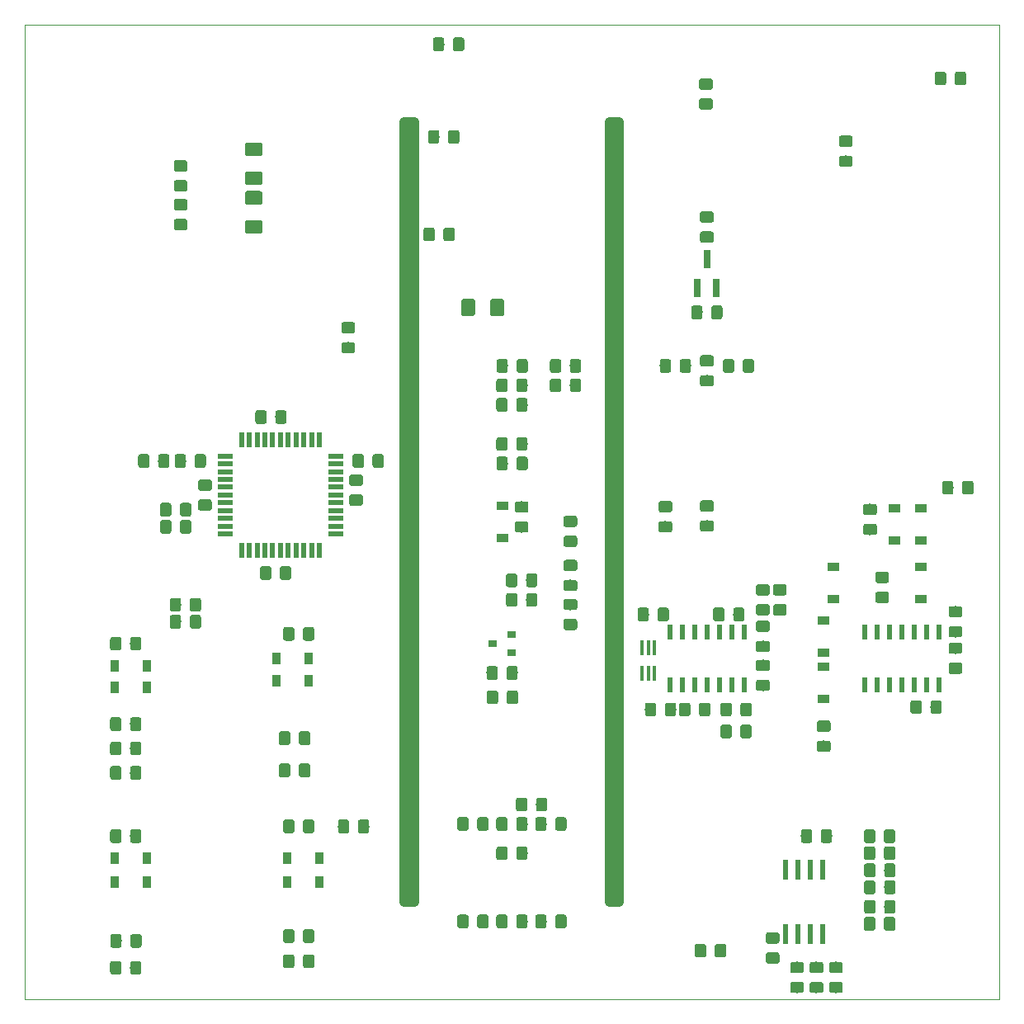
<source format=gbr>
G04 #@! TF.GenerationSoftware,KiCad,Pcbnew,(5.1.0)-1*
G04 #@! TF.CreationDate,2019-05-13T18:05:39+02:00*
G04 #@! TF.ProjectId,KicadJE_ADSR_Mega32,4b696361-644a-4455-9f41-4453525f4d65,rev?*
G04 #@! TF.SameCoordinates,Original*
G04 #@! TF.FileFunction,Paste,Bot*
G04 #@! TF.FilePolarity,Positive*
%FSLAX46Y46*%
G04 Gerber Fmt 4.6, Leading zero omitted, Abs format (unit mm)*
G04 Created by KiCad (PCBNEW (5.1.0)-1) date 2019-05-13 18:05:39*
%MOMM*%
%LPD*%
G04 APERTURE LIST*
%ADD10C,1.000000*%
%ADD11C,0.050000*%
%ADD12C,0.150000*%
%ADD13C,1.150000*%
%ADD14R,1.500000X0.550000*%
%ADD15R,0.550000X1.500000*%
%ADD16C,1.425000*%
%ADD17R,0.900000X0.800000*%
%ADD18R,1.200000X0.900000*%
%ADD19R,0.900000X1.200000*%
%ADD20R,0.600000X1.500000*%
%ADD21R,0.550000X2.000000*%
%ADD22R,0.400000X1.500000*%
%ADD23R,0.800000X1.900000*%
G04 APERTURE END LIST*
D10*
X89000000Y-60000000D02*
X90000000Y-60000000D01*
X110000000Y-60000000D02*
X111000000Y-60000000D01*
X110000000Y-140000000D02*
X111000000Y-140000000D01*
X89000000Y-140000000D02*
X90000000Y-140000000D01*
X110000000Y-60000000D02*
X110000000Y-140000000D01*
X111000000Y-60000000D02*
X111000000Y-140000000D01*
X90000000Y-60000000D02*
X90000000Y-140000000D01*
X89000000Y-60000000D02*
X89000000Y-140000000D01*
D11*
X50000000Y-150000000D02*
X50000000Y-50000000D01*
X150000000Y-150000000D02*
X50000000Y-150000000D01*
X150000000Y-50000000D02*
X150000000Y-150000000D01*
X50000000Y-50000000D02*
X150000000Y-50000000D01*
D12*
G36*
X68974505Y-98701204D02*
G01*
X68998773Y-98704804D01*
X69022572Y-98710765D01*
X69045671Y-98719030D01*
X69067850Y-98729520D01*
X69088893Y-98742132D01*
X69108599Y-98756747D01*
X69126777Y-98773223D01*
X69143253Y-98791401D01*
X69157868Y-98811107D01*
X69170480Y-98832150D01*
X69180970Y-98854329D01*
X69189235Y-98877428D01*
X69195196Y-98901227D01*
X69198796Y-98925495D01*
X69200000Y-98949999D01*
X69200000Y-99600001D01*
X69198796Y-99624505D01*
X69195196Y-99648773D01*
X69189235Y-99672572D01*
X69180970Y-99695671D01*
X69170480Y-99717850D01*
X69157868Y-99738893D01*
X69143253Y-99758599D01*
X69126777Y-99776777D01*
X69108599Y-99793253D01*
X69088893Y-99807868D01*
X69067850Y-99820480D01*
X69045671Y-99830970D01*
X69022572Y-99839235D01*
X68998773Y-99845196D01*
X68974505Y-99848796D01*
X68950001Y-99850000D01*
X68049999Y-99850000D01*
X68025495Y-99848796D01*
X68001227Y-99845196D01*
X67977428Y-99839235D01*
X67954329Y-99830970D01*
X67932150Y-99820480D01*
X67911107Y-99807868D01*
X67891401Y-99793253D01*
X67873223Y-99776777D01*
X67856747Y-99758599D01*
X67842132Y-99738893D01*
X67829520Y-99717850D01*
X67819030Y-99695671D01*
X67810765Y-99672572D01*
X67804804Y-99648773D01*
X67801204Y-99624505D01*
X67800000Y-99600001D01*
X67800000Y-98949999D01*
X67801204Y-98925495D01*
X67804804Y-98901227D01*
X67810765Y-98877428D01*
X67819030Y-98854329D01*
X67829520Y-98832150D01*
X67842132Y-98811107D01*
X67856747Y-98791401D01*
X67873223Y-98773223D01*
X67891401Y-98756747D01*
X67911107Y-98742132D01*
X67932150Y-98729520D01*
X67954329Y-98719030D01*
X67977428Y-98710765D01*
X68001227Y-98704804D01*
X68025495Y-98701204D01*
X68049999Y-98700000D01*
X68950001Y-98700000D01*
X68974505Y-98701204D01*
X68974505Y-98701204D01*
G37*
D13*
X68500000Y-99275000D03*
D12*
G36*
X68974505Y-96651204D02*
G01*
X68998773Y-96654804D01*
X69022572Y-96660765D01*
X69045671Y-96669030D01*
X69067850Y-96679520D01*
X69088893Y-96692132D01*
X69108599Y-96706747D01*
X69126777Y-96723223D01*
X69143253Y-96741401D01*
X69157868Y-96761107D01*
X69170480Y-96782150D01*
X69180970Y-96804329D01*
X69189235Y-96827428D01*
X69195196Y-96851227D01*
X69198796Y-96875495D01*
X69200000Y-96899999D01*
X69200000Y-97550001D01*
X69198796Y-97574505D01*
X69195196Y-97598773D01*
X69189235Y-97622572D01*
X69180970Y-97645671D01*
X69170480Y-97667850D01*
X69157868Y-97688893D01*
X69143253Y-97708599D01*
X69126777Y-97726777D01*
X69108599Y-97743253D01*
X69088893Y-97757868D01*
X69067850Y-97770480D01*
X69045671Y-97780970D01*
X69022572Y-97789235D01*
X68998773Y-97795196D01*
X68974505Y-97798796D01*
X68950001Y-97800000D01*
X68049999Y-97800000D01*
X68025495Y-97798796D01*
X68001227Y-97795196D01*
X67977428Y-97789235D01*
X67954329Y-97780970D01*
X67932150Y-97770480D01*
X67911107Y-97757868D01*
X67891401Y-97743253D01*
X67873223Y-97726777D01*
X67856747Y-97708599D01*
X67842132Y-97688893D01*
X67829520Y-97667850D01*
X67819030Y-97645671D01*
X67810765Y-97622572D01*
X67804804Y-97598773D01*
X67801204Y-97574505D01*
X67800000Y-97550001D01*
X67800000Y-96899999D01*
X67801204Y-96875495D01*
X67804804Y-96851227D01*
X67810765Y-96827428D01*
X67819030Y-96804329D01*
X67829520Y-96782150D01*
X67842132Y-96761107D01*
X67856747Y-96741401D01*
X67873223Y-96723223D01*
X67891401Y-96706747D01*
X67911107Y-96692132D01*
X67932150Y-96679520D01*
X67954329Y-96669030D01*
X67977428Y-96660765D01*
X68001227Y-96654804D01*
X68025495Y-96651204D01*
X68049999Y-96650000D01*
X68950001Y-96650000D01*
X68974505Y-96651204D01*
X68974505Y-96651204D01*
G37*
D13*
X68500000Y-97225000D03*
D14*
X81950000Y-94250000D03*
X81950000Y-95050000D03*
X81950000Y-95850000D03*
X81950000Y-96650000D03*
X81950000Y-97450000D03*
X81950000Y-98250000D03*
X81950000Y-99050000D03*
X81950000Y-99850000D03*
X81950000Y-100650000D03*
X81950000Y-101450000D03*
X81950000Y-102250000D03*
D15*
X80250000Y-103950000D03*
X79450000Y-103950000D03*
X78650000Y-103950000D03*
X77850000Y-103950000D03*
X77050000Y-103950000D03*
X76250000Y-103950000D03*
X75450000Y-103950000D03*
X74650000Y-103950000D03*
X73850000Y-103950000D03*
X73050000Y-103950000D03*
X72250000Y-103950000D03*
D14*
X70550000Y-102250000D03*
X70550000Y-101450000D03*
X70550000Y-100650000D03*
X70550000Y-99850000D03*
X70550000Y-99050000D03*
X70550000Y-98250000D03*
X70550000Y-97450000D03*
X70550000Y-96650000D03*
X70550000Y-95850000D03*
X70550000Y-95050000D03*
X70550000Y-94250000D03*
D15*
X72250000Y-92550000D03*
X73050000Y-92550000D03*
X73850000Y-92550000D03*
X74650000Y-92550000D03*
X75450000Y-92550000D03*
X76250000Y-92550000D03*
X77050000Y-92550000D03*
X77850000Y-92550000D03*
X78650000Y-92550000D03*
X79450000Y-92550000D03*
X80250000Y-92550000D03*
D12*
G36*
X84474505Y-96151204D02*
G01*
X84498773Y-96154804D01*
X84522572Y-96160765D01*
X84545671Y-96169030D01*
X84567850Y-96179520D01*
X84588893Y-96192132D01*
X84608599Y-96206747D01*
X84626777Y-96223223D01*
X84643253Y-96241401D01*
X84657868Y-96261107D01*
X84670480Y-96282150D01*
X84680970Y-96304329D01*
X84689235Y-96327428D01*
X84695196Y-96351227D01*
X84698796Y-96375495D01*
X84700000Y-96399999D01*
X84700000Y-97050001D01*
X84698796Y-97074505D01*
X84695196Y-97098773D01*
X84689235Y-97122572D01*
X84680970Y-97145671D01*
X84670480Y-97167850D01*
X84657868Y-97188893D01*
X84643253Y-97208599D01*
X84626777Y-97226777D01*
X84608599Y-97243253D01*
X84588893Y-97257868D01*
X84567850Y-97270480D01*
X84545671Y-97280970D01*
X84522572Y-97289235D01*
X84498773Y-97295196D01*
X84474505Y-97298796D01*
X84450001Y-97300000D01*
X83549999Y-97300000D01*
X83525495Y-97298796D01*
X83501227Y-97295196D01*
X83477428Y-97289235D01*
X83454329Y-97280970D01*
X83432150Y-97270480D01*
X83411107Y-97257868D01*
X83391401Y-97243253D01*
X83373223Y-97226777D01*
X83356747Y-97208599D01*
X83342132Y-97188893D01*
X83329520Y-97167850D01*
X83319030Y-97145671D01*
X83310765Y-97122572D01*
X83304804Y-97098773D01*
X83301204Y-97074505D01*
X83300000Y-97050001D01*
X83300000Y-96399999D01*
X83301204Y-96375495D01*
X83304804Y-96351227D01*
X83310765Y-96327428D01*
X83319030Y-96304329D01*
X83329520Y-96282150D01*
X83342132Y-96261107D01*
X83356747Y-96241401D01*
X83373223Y-96223223D01*
X83391401Y-96206747D01*
X83411107Y-96192132D01*
X83432150Y-96179520D01*
X83454329Y-96169030D01*
X83477428Y-96160765D01*
X83501227Y-96154804D01*
X83525495Y-96151204D01*
X83549999Y-96150000D01*
X84450001Y-96150000D01*
X84474505Y-96151204D01*
X84474505Y-96151204D01*
G37*
D13*
X84000000Y-96725000D03*
D12*
G36*
X84474505Y-98201204D02*
G01*
X84498773Y-98204804D01*
X84522572Y-98210765D01*
X84545671Y-98219030D01*
X84567850Y-98229520D01*
X84588893Y-98242132D01*
X84608599Y-98256747D01*
X84626777Y-98273223D01*
X84643253Y-98291401D01*
X84657868Y-98311107D01*
X84670480Y-98332150D01*
X84680970Y-98354329D01*
X84689235Y-98377428D01*
X84695196Y-98401227D01*
X84698796Y-98425495D01*
X84700000Y-98449999D01*
X84700000Y-99100001D01*
X84698796Y-99124505D01*
X84695196Y-99148773D01*
X84689235Y-99172572D01*
X84680970Y-99195671D01*
X84670480Y-99217850D01*
X84657868Y-99238893D01*
X84643253Y-99258599D01*
X84626777Y-99276777D01*
X84608599Y-99293253D01*
X84588893Y-99307868D01*
X84567850Y-99320480D01*
X84545671Y-99330970D01*
X84522572Y-99339235D01*
X84498773Y-99345196D01*
X84474505Y-99348796D01*
X84450001Y-99350000D01*
X83549999Y-99350000D01*
X83525495Y-99348796D01*
X83501227Y-99345196D01*
X83477428Y-99339235D01*
X83454329Y-99330970D01*
X83432150Y-99320480D01*
X83411107Y-99307868D01*
X83391401Y-99293253D01*
X83373223Y-99276777D01*
X83356747Y-99258599D01*
X83342132Y-99238893D01*
X83329520Y-99217850D01*
X83319030Y-99195671D01*
X83310765Y-99172572D01*
X83304804Y-99148773D01*
X83301204Y-99124505D01*
X83300000Y-99100001D01*
X83300000Y-98449999D01*
X83301204Y-98425495D01*
X83304804Y-98401227D01*
X83310765Y-98377428D01*
X83319030Y-98354329D01*
X83329520Y-98332150D01*
X83342132Y-98311107D01*
X83356747Y-98291401D01*
X83373223Y-98273223D01*
X83391401Y-98256747D01*
X83411107Y-98242132D01*
X83432150Y-98229520D01*
X83454329Y-98219030D01*
X83477428Y-98210765D01*
X83501227Y-98204804D01*
X83525495Y-98201204D01*
X83549999Y-98200000D01*
X84450001Y-98200000D01*
X84474505Y-98201204D01*
X84474505Y-98201204D01*
G37*
D13*
X84000000Y-98775000D03*
D12*
G36*
X76649505Y-89551204D02*
G01*
X76673773Y-89554804D01*
X76697572Y-89560765D01*
X76720671Y-89569030D01*
X76742850Y-89579520D01*
X76763893Y-89592132D01*
X76783599Y-89606747D01*
X76801777Y-89623223D01*
X76818253Y-89641401D01*
X76832868Y-89661107D01*
X76845480Y-89682150D01*
X76855970Y-89704329D01*
X76864235Y-89727428D01*
X76870196Y-89751227D01*
X76873796Y-89775495D01*
X76875000Y-89799999D01*
X76875000Y-90700001D01*
X76873796Y-90724505D01*
X76870196Y-90748773D01*
X76864235Y-90772572D01*
X76855970Y-90795671D01*
X76845480Y-90817850D01*
X76832868Y-90838893D01*
X76818253Y-90858599D01*
X76801777Y-90876777D01*
X76783599Y-90893253D01*
X76763893Y-90907868D01*
X76742850Y-90920480D01*
X76720671Y-90930970D01*
X76697572Y-90939235D01*
X76673773Y-90945196D01*
X76649505Y-90948796D01*
X76625001Y-90950000D01*
X75974999Y-90950000D01*
X75950495Y-90948796D01*
X75926227Y-90945196D01*
X75902428Y-90939235D01*
X75879329Y-90930970D01*
X75857150Y-90920480D01*
X75836107Y-90907868D01*
X75816401Y-90893253D01*
X75798223Y-90876777D01*
X75781747Y-90858599D01*
X75767132Y-90838893D01*
X75754520Y-90817850D01*
X75744030Y-90795671D01*
X75735765Y-90772572D01*
X75729804Y-90748773D01*
X75726204Y-90724505D01*
X75725000Y-90700001D01*
X75725000Y-89799999D01*
X75726204Y-89775495D01*
X75729804Y-89751227D01*
X75735765Y-89727428D01*
X75744030Y-89704329D01*
X75754520Y-89682150D01*
X75767132Y-89661107D01*
X75781747Y-89641401D01*
X75798223Y-89623223D01*
X75816401Y-89606747D01*
X75836107Y-89592132D01*
X75857150Y-89579520D01*
X75879329Y-89569030D01*
X75902428Y-89560765D01*
X75926227Y-89554804D01*
X75950495Y-89551204D01*
X75974999Y-89550000D01*
X76625001Y-89550000D01*
X76649505Y-89551204D01*
X76649505Y-89551204D01*
G37*
D13*
X76300000Y-90250000D03*
D12*
G36*
X74599505Y-89551204D02*
G01*
X74623773Y-89554804D01*
X74647572Y-89560765D01*
X74670671Y-89569030D01*
X74692850Y-89579520D01*
X74713893Y-89592132D01*
X74733599Y-89606747D01*
X74751777Y-89623223D01*
X74768253Y-89641401D01*
X74782868Y-89661107D01*
X74795480Y-89682150D01*
X74805970Y-89704329D01*
X74814235Y-89727428D01*
X74820196Y-89751227D01*
X74823796Y-89775495D01*
X74825000Y-89799999D01*
X74825000Y-90700001D01*
X74823796Y-90724505D01*
X74820196Y-90748773D01*
X74814235Y-90772572D01*
X74805970Y-90795671D01*
X74795480Y-90817850D01*
X74782868Y-90838893D01*
X74768253Y-90858599D01*
X74751777Y-90876777D01*
X74733599Y-90893253D01*
X74713893Y-90907868D01*
X74692850Y-90920480D01*
X74670671Y-90930970D01*
X74647572Y-90939235D01*
X74623773Y-90945196D01*
X74599505Y-90948796D01*
X74575001Y-90950000D01*
X73924999Y-90950000D01*
X73900495Y-90948796D01*
X73876227Y-90945196D01*
X73852428Y-90939235D01*
X73829329Y-90930970D01*
X73807150Y-90920480D01*
X73786107Y-90907868D01*
X73766401Y-90893253D01*
X73748223Y-90876777D01*
X73731747Y-90858599D01*
X73717132Y-90838893D01*
X73704520Y-90817850D01*
X73694030Y-90795671D01*
X73685765Y-90772572D01*
X73679804Y-90748773D01*
X73676204Y-90724505D01*
X73675000Y-90700001D01*
X73675000Y-89799999D01*
X73676204Y-89775495D01*
X73679804Y-89751227D01*
X73685765Y-89727428D01*
X73694030Y-89704329D01*
X73704520Y-89682150D01*
X73717132Y-89661107D01*
X73731747Y-89641401D01*
X73748223Y-89623223D01*
X73766401Y-89606747D01*
X73786107Y-89592132D01*
X73807150Y-89579520D01*
X73829329Y-89569030D01*
X73852428Y-89560765D01*
X73876227Y-89554804D01*
X73900495Y-89551204D01*
X73924999Y-89550000D01*
X74575001Y-89550000D01*
X74599505Y-89551204D01*
X74599505Y-89551204D01*
G37*
D13*
X74250000Y-90250000D03*
D12*
G36*
X77124505Y-105551204D02*
G01*
X77148773Y-105554804D01*
X77172572Y-105560765D01*
X77195671Y-105569030D01*
X77217850Y-105579520D01*
X77238893Y-105592132D01*
X77258599Y-105606747D01*
X77276777Y-105623223D01*
X77293253Y-105641401D01*
X77307868Y-105661107D01*
X77320480Y-105682150D01*
X77330970Y-105704329D01*
X77339235Y-105727428D01*
X77345196Y-105751227D01*
X77348796Y-105775495D01*
X77350000Y-105799999D01*
X77350000Y-106700001D01*
X77348796Y-106724505D01*
X77345196Y-106748773D01*
X77339235Y-106772572D01*
X77330970Y-106795671D01*
X77320480Y-106817850D01*
X77307868Y-106838893D01*
X77293253Y-106858599D01*
X77276777Y-106876777D01*
X77258599Y-106893253D01*
X77238893Y-106907868D01*
X77217850Y-106920480D01*
X77195671Y-106930970D01*
X77172572Y-106939235D01*
X77148773Y-106945196D01*
X77124505Y-106948796D01*
X77100001Y-106950000D01*
X76449999Y-106950000D01*
X76425495Y-106948796D01*
X76401227Y-106945196D01*
X76377428Y-106939235D01*
X76354329Y-106930970D01*
X76332150Y-106920480D01*
X76311107Y-106907868D01*
X76291401Y-106893253D01*
X76273223Y-106876777D01*
X76256747Y-106858599D01*
X76242132Y-106838893D01*
X76229520Y-106817850D01*
X76219030Y-106795671D01*
X76210765Y-106772572D01*
X76204804Y-106748773D01*
X76201204Y-106724505D01*
X76200000Y-106700001D01*
X76200000Y-105799999D01*
X76201204Y-105775495D01*
X76204804Y-105751227D01*
X76210765Y-105727428D01*
X76219030Y-105704329D01*
X76229520Y-105682150D01*
X76242132Y-105661107D01*
X76256747Y-105641401D01*
X76273223Y-105623223D01*
X76291401Y-105606747D01*
X76311107Y-105592132D01*
X76332150Y-105579520D01*
X76354329Y-105569030D01*
X76377428Y-105560765D01*
X76401227Y-105554804D01*
X76425495Y-105551204D01*
X76449999Y-105550000D01*
X77100001Y-105550000D01*
X77124505Y-105551204D01*
X77124505Y-105551204D01*
G37*
D13*
X76775000Y-106250000D03*
D12*
G36*
X75074505Y-105551204D02*
G01*
X75098773Y-105554804D01*
X75122572Y-105560765D01*
X75145671Y-105569030D01*
X75167850Y-105579520D01*
X75188893Y-105592132D01*
X75208599Y-105606747D01*
X75226777Y-105623223D01*
X75243253Y-105641401D01*
X75257868Y-105661107D01*
X75270480Y-105682150D01*
X75280970Y-105704329D01*
X75289235Y-105727428D01*
X75295196Y-105751227D01*
X75298796Y-105775495D01*
X75300000Y-105799999D01*
X75300000Y-106700001D01*
X75298796Y-106724505D01*
X75295196Y-106748773D01*
X75289235Y-106772572D01*
X75280970Y-106795671D01*
X75270480Y-106817850D01*
X75257868Y-106838893D01*
X75243253Y-106858599D01*
X75226777Y-106876777D01*
X75208599Y-106893253D01*
X75188893Y-106907868D01*
X75167850Y-106920480D01*
X75145671Y-106930970D01*
X75122572Y-106939235D01*
X75098773Y-106945196D01*
X75074505Y-106948796D01*
X75050001Y-106950000D01*
X74399999Y-106950000D01*
X74375495Y-106948796D01*
X74351227Y-106945196D01*
X74327428Y-106939235D01*
X74304329Y-106930970D01*
X74282150Y-106920480D01*
X74261107Y-106907868D01*
X74241401Y-106893253D01*
X74223223Y-106876777D01*
X74206747Y-106858599D01*
X74192132Y-106838893D01*
X74179520Y-106817850D01*
X74169030Y-106795671D01*
X74160765Y-106772572D01*
X74154804Y-106748773D01*
X74151204Y-106724505D01*
X74150000Y-106700001D01*
X74150000Y-105799999D01*
X74151204Y-105775495D01*
X74154804Y-105751227D01*
X74160765Y-105727428D01*
X74169030Y-105704329D01*
X74179520Y-105682150D01*
X74192132Y-105661107D01*
X74206747Y-105641401D01*
X74223223Y-105623223D01*
X74241401Y-105606747D01*
X74261107Y-105592132D01*
X74282150Y-105579520D01*
X74304329Y-105569030D01*
X74327428Y-105560765D01*
X74351227Y-105554804D01*
X74375495Y-105551204D01*
X74399999Y-105550000D01*
X75050001Y-105550000D01*
X75074505Y-105551204D01*
X75074505Y-105551204D01*
G37*
D13*
X74725000Y-106250000D03*
D12*
G36*
X74149504Y-65038704D02*
G01*
X74173773Y-65042304D01*
X74197571Y-65048265D01*
X74220671Y-65056530D01*
X74242849Y-65067020D01*
X74263893Y-65079633D01*
X74283598Y-65094247D01*
X74301777Y-65110723D01*
X74318253Y-65128902D01*
X74332867Y-65148607D01*
X74345480Y-65169651D01*
X74355970Y-65191829D01*
X74364235Y-65214929D01*
X74370196Y-65238727D01*
X74373796Y-65262996D01*
X74375000Y-65287500D01*
X74375000Y-66212500D01*
X74373796Y-66237004D01*
X74370196Y-66261273D01*
X74364235Y-66285071D01*
X74355970Y-66308171D01*
X74345480Y-66330349D01*
X74332867Y-66351393D01*
X74318253Y-66371098D01*
X74301777Y-66389277D01*
X74283598Y-66405753D01*
X74263893Y-66420367D01*
X74242849Y-66432980D01*
X74220671Y-66443470D01*
X74197571Y-66451735D01*
X74173773Y-66457696D01*
X74149504Y-66461296D01*
X74125000Y-66462500D01*
X72875000Y-66462500D01*
X72850496Y-66461296D01*
X72826227Y-66457696D01*
X72802429Y-66451735D01*
X72779329Y-66443470D01*
X72757151Y-66432980D01*
X72736107Y-66420367D01*
X72716402Y-66405753D01*
X72698223Y-66389277D01*
X72681747Y-66371098D01*
X72667133Y-66351393D01*
X72654520Y-66330349D01*
X72644030Y-66308171D01*
X72635765Y-66285071D01*
X72629804Y-66261273D01*
X72626204Y-66237004D01*
X72625000Y-66212500D01*
X72625000Y-65287500D01*
X72626204Y-65262996D01*
X72629804Y-65238727D01*
X72635765Y-65214929D01*
X72644030Y-65191829D01*
X72654520Y-65169651D01*
X72667133Y-65148607D01*
X72681747Y-65128902D01*
X72698223Y-65110723D01*
X72716402Y-65094247D01*
X72736107Y-65079633D01*
X72757151Y-65067020D01*
X72779329Y-65056530D01*
X72802429Y-65048265D01*
X72826227Y-65042304D01*
X72850496Y-65038704D01*
X72875000Y-65037500D01*
X74125000Y-65037500D01*
X74149504Y-65038704D01*
X74149504Y-65038704D01*
G37*
D16*
X73500000Y-65750000D03*
D12*
G36*
X74149504Y-62063704D02*
G01*
X74173773Y-62067304D01*
X74197571Y-62073265D01*
X74220671Y-62081530D01*
X74242849Y-62092020D01*
X74263893Y-62104633D01*
X74283598Y-62119247D01*
X74301777Y-62135723D01*
X74318253Y-62153902D01*
X74332867Y-62173607D01*
X74345480Y-62194651D01*
X74355970Y-62216829D01*
X74364235Y-62239929D01*
X74370196Y-62263727D01*
X74373796Y-62287996D01*
X74375000Y-62312500D01*
X74375000Y-63237500D01*
X74373796Y-63262004D01*
X74370196Y-63286273D01*
X74364235Y-63310071D01*
X74355970Y-63333171D01*
X74345480Y-63355349D01*
X74332867Y-63376393D01*
X74318253Y-63396098D01*
X74301777Y-63414277D01*
X74283598Y-63430753D01*
X74263893Y-63445367D01*
X74242849Y-63457980D01*
X74220671Y-63468470D01*
X74197571Y-63476735D01*
X74173773Y-63482696D01*
X74149504Y-63486296D01*
X74125000Y-63487500D01*
X72875000Y-63487500D01*
X72850496Y-63486296D01*
X72826227Y-63482696D01*
X72802429Y-63476735D01*
X72779329Y-63468470D01*
X72757151Y-63457980D01*
X72736107Y-63445367D01*
X72716402Y-63430753D01*
X72698223Y-63414277D01*
X72681747Y-63396098D01*
X72667133Y-63376393D01*
X72654520Y-63355349D01*
X72644030Y-63333171D01*
X72635765Y-63310071D01*
X72629804Y-63286273D01*
X72626204Y-63262004D01*
X72625000Y-63237500D01*
X72625000Y-62312500D01*
X72626204Y-62287996D01*
X72629804Y-62263727D01*
X72635765Y-62239929D01*
X72644030Y-62216829D01*
X72654520Y-62194651D01*
X72667133Y-62173607D01*
X72681747Y-62153902D01*
X72698223Y-62135723D01*
X72716402Y-62119247D01*
X72736107Y-62104633D01*
X72757151Y-62092020D01*
X72779329Y-62081530D01*
X72802429Y-62073265D01*
X72826227Y-62067304D01*
X72850496Y-62063704D01*
X72875000Y-62062500D01*
X74125000Y-62062500D01*
X74149504Y-62063704D01*
X74149504Y-62063704D01*
G37*
D16*
X73500000Y-62775000D03*
D12*
G36*
X66474505Y-65951204D02*
G01*
X66498773Y-65954804D01*
X66522572Y-65960765D01*
X66545671Y-65969030D01*
X66567850Y-65979520D01*
X66588893Y-65992132D01*
X66608599Y-66006747D01*
X66626777Y-66023223D01*
X66643253Y-66041401D01*
X66657868Y-66061107D01*
X66670480Y-66082150D01*
X66680970Y-66104329D01*
X66689235Y-66127428D01*
X66695196Y-66151227D01*
X66698796Y-66175495D01*
X66700000Y-66199999D01*
X66700000Y-66850001D01*
X66698796Y-66874505D01*
X66695196Y-66898773D01*
X66689235Y-66922572D01*
X66680970Y-66945671D01*
X66670480Y-66967850D01*
X66657868Y-66988893D01*
X66643253Y-67008599D01*
X66626777Y-67026777D01*
X66608599Y-67043253D01*
X66588893Y-67057868D01*
X66567850Y-67070480D01*
X66545671Y-67080970D01*
X66522572Y-67089235D01*
X66498773Y-67095196D01*
X66474505Y-67098796D01*
X66450001Y-67100000D01*
X65549999Y-67100000D01*
X65525495Y-67098796D01*
X65501227Y-67095196D01*
X65477428Y-67089235D01*
X65454329Y-67080970D01*
X65432150Y-67070480D01*
X65411107Y-67057868D01*
X65391401Y-67043253D01*
X65373223Y-67026777D01*
X65356747Y-67008599D01*
X65342132Y-66988893D01*
X65329520Y-66967850D01*
X65319030Y-66945671D01*
X65310765Y-66922572D01*
X65304804Y-66898773D01*
X65301204Y-66874505D01*
X65300000Y-66850001D01*
X65300000Y-66199999D01*
X65301204Y-66175495D01*
X65304804Y-66151227D01*
X65310765Y-66127428D01*
X65319030Y-66104329D01*
X65329520Y-66082150D01*
X65342132Y-66061107D01*
X65356747Y-66041401D01*
X65373223Y-66023223D01*
X65391401Y-66006747D01*
X65411107Y-65992132D01*
X65432150Y-65979520D01*
X65454329Y-65969030D01*
X65477428Y-65960765D01*
X65501227Y-65954804D01*
X65525495Y-65951204D01*
X65549999Y-65950000D01*
X66450001Y-65950000D01*
X66474505Y-65951204D01*
X66474505Y-65951204D01*
G37*
D13*
X66000000Y-66525000D03*
D12*
G36*
X66474505Y-63901204D02*
G01*
X66498773Y-63904804D01*
X66522572Y-63910765D01*
X66545671Y-63919030D01*
X66567850Y-63929520D01*
X66588893Y-63942132D01*
X66608599Y-63956747D01*
X66626777Y-63973223D01*
X66643253Y-63991401D01*
X66657868Y-64011107D01*
X66670480Y-64032150D01*
X66680970Y-64054329D01*
X66689235Y-64077428D01*
X66695196Y-64101227D01*
X66698796Y-64125495D01*
X66700000Y-64149999D01*
X66700000Y-64800001D01*
X66698796Y-64824505D01*
X66695196Y-64848773D01*
X66689235Y-64872572D01*
X66680970Y-64895671D01*
X66670480Y-64917850D01*
X66657868Y-64938893D01*
X66643253Y-64958599D01*
X66626777Y-64976777D01*
X66608599Y-64993253D01*
X66588893Y-65007868D01*
X66567850Y-65020480D01*
X66545671Y-65030970D01*
X66522572Y-65039235D01*
X66498773Y-65045196D01*
X66474505Y-65048796D01*
X66450001Y-65050000D01*
X65549999Y-65050000D01*
X65525495Y-65048796D01*
X65501227Y-65045196D01*
X65477428Y-65039235D01*
X65454329Y-65030970D01*
X65432150Y-65020480D01*
X65411107Y-65007868D01*
X65391401Y-64993253D01*
X65373223Y-64976777D01*
X65356747Y-64958599D01*
X65342132Y-64938893D01*
X65329520Y-64917850D01*
X65319030Y-64895671D01*
X65310765Y-64872572D01*
X65304804Y-64848773D01*
X65301204Y-64824505D01*
X65300000Y-64800001D01*
X65300000Y-64149999D01*
X65301204Y-64125495D01*
X65304804Y-64101227D01*
X65310765Y-64077428D01*
X65319030Y-64054329D01*
X65329520Y-64032150D01*
X65342132Y-64011107D01*
X65356747Y-63991401D01*
X65373223Y-63973223D01*
X65391401Y-63956747D01*
X65411107Y-63942132D01*
X65432150Y-63929520D01*
X65454329Y-63919030D01*
X65477428Y-63910765D01*
X65501227Y-63904804D01*
X65525495Y-63901204D01*
X65549999Y-63900000D01*
X66450001Y-63900000D01*
X66474505Y-63901204D01*
X66474505Y-63901204D01*
G37*
D13*
X66000000Y-64475000D03*
D12*
G36*
X74149504Y-70026204D02*
G01*
X74173773Y-70029804D01*
X74197571Y-70035765D01*
X74220671Y-70044030D01*
X74242849Y-70054520D01*
X74263893Y-70067133D01*
X74283598Y-70081747D01*
X74301777Y-70098223D01*
X74318253Y-70116402D01*
X74332867Y-70136107D01*
X74345480Y-70157151D01*
X74355970Y-70179329D01*
X74364235Y-70202429D01*
X74370196Y-70226227D01*
X74373796Y-70250496D01*
X74375000Y-70275000D01*
X74375000Y-71200000D01*
X74373796Y-71224504D01*
X74370196Y-71248773D01*
X74364235Y-71272571D01*
X74355970Y-71295671D01*
X74345480Y-71317849D01*
X74332867Y-71338893D01*
X74318253Y-71358598D01*
X74301777Y-71376777D01*
X74283598Y-71393253D01*
X74263893Y-71407867D01*
X74242849Y-71420480D01*
X74220671Y-71430970D01*
X74197571Y-71439235D01*
X74173773Y-71445196D01*
X74149504Y-71448796D01*
X74125000Y-71450000D01*
X72875000Y-71450000D01*
X72850496Y-71448796D01*
X72826227Y-71445196D01*
X72802429Y-71439235D01*
X72779329Y-71430970D01*
X72757151Y-71420480D01*
X72736107Y-71407867D01*
X72716402Y-71393253D01*
X72698223Y-71376777D01*
X72681747Y-71358598D01*
X72667133Y-71338893D01*
X72654520Y-71317849D01*
X72644030Y-71295671D01*
X72635765Y-71272571D01*
X72629804Y-71248773D01*
X72626204Y-71224504D01*
X72625000Y-71200000D01*
X72625000Y-70275000D01*
X72626204Y-70250496D01*
X72629804Y-70226227D01*
X72635765Y-70202429D01*
X72644030Y-70179329D01*
X72654520Y-70157151D01*
X72667133Y-70136107D01*
X72681747Y-70116402D01*
X72698223Y-70098223D01*
X72716402Y-70081747D01*
X72736107Y-70067133D01*
X72757151Y-70054520D01*
X72779329Y-70044030D01*
X72802429Y-70035765D01*
X72826227Y-70029804D01*
X72850496Y-70026204D01*
X72875000Y-70025000D01*
X74125000Y-70025000D01*
X74149504Y-70026204D01*
X74149504Y-70026204D01*
G37*
D16*
X73500000Y-70737500D03*
D12*
G36*
X74149504Y-67051204D02*
G01*
X74173773Y-67054804D01*
X74197571Y-67060765D01*
X74220671Y-67069030D01*
X74242849Y-67079520D01*
X74263893Y-67092133D01*
X74283598Y-67106747D01*
X74301777Y-67123223D01*
X74318253Y-67141402D01*
X74332867Y-67161107D01*
X74345480Y-67182151D01*
X74355970Y-67204329D01*
X74364235Y-67227429D01*
X74370196Y-67251227D01*
X74373796Y-67275496D01*
X74375000Y-67300000D01*
X74375000Y-68225000D01*
X74373796Y-68249504D01*
X74370196Y-68273773D01*
X74364235Y-68297571D01*
X74355970Y-68320671D01*
X74345480Y-68342849D01*
X74332867Y-68363893D01*
X74318253Y-68383598D01*
X74301777Y-68401777D01*
X74283598Y-68418253D01*
X74263893Y-68432867D01*
X74242849Y-68445480D01*
X74220671Y-68455970D01*
X74197571Y-68464235D01*
X74173773Y-68470196D01*
X74149504Y-68473796D01*
X74125000Y-68475000D01*
X72875000Y-68475000D01*
X72850496Y-68473796D01*
X72826227Y-68470196D01*
X72802429Y-68464235D01*
X72779329Y-68455970D01*
X72757151Y-68445480D01*
X72736107Y-68432867D01*
X72716402Y-68418253D01*
X72698223Y-68401777D01*
X72681747Y-68383598D01*
X72667133Y-68363893D01*
X72654520Y-68342849D01*
X72644030Y-68320671D01*
X72635765Y-68297571D01*
X72629804Y-68273773D01*
X72626204Y-68249504D01*
X72625000Y-68225000D01*
X72625000Y-67300000D01*
X72626204Y-67275496D01*
X72629804Y-67251227D01*
X72635765Y-67227429D01*
X72644030Y-67204329D01*
X72654520Y-67182151D01*
X72667133Y-67161107D01*
X72681747Y-67141402D01*
X72698223Y-67123223D01*
X72716402Y-67106747D01*
X72736107Y-67092133D01*
X72757151Y-67079520D01*
X72779329Y-67069030D01*
X72802429Y-67060765D01*
X72826227Y-67054804D01*
X72850496Y-67051204D01*
X72875000Y-67050000D01*
X74125000Y-67050000D01*
X74149504Y-67051204D01*
X74149504Y-67051204D01*
G37*
D16*
X73500000Y-67762500D03*
D12*
G36*
X66474505Y-69926204D02*
G01*
X66498773Y-69929804D01*
X66522572Y-69935765D01*
X66545671Y-69944030D01*
X66567850Y-69954520D01*
X66588893Y-69967132D01*
X66608599Y-69981747D01*
X66626777Y-69998223D01*
X66643253Y-70016401D01*
X66657868Y-70036107D01*
X66670480Y-70057150D01*
X66680970Y-70079329D01*
X66689235Y-70102428D01*
X66695196Y-70126227D01*
X66698796Y-70150495D01*
X66700000Y-70174999D01*
X66700000Y-70825001D01*
X66698796Y-70849505D01*
X66695196Y-70873773D01*
X66689235Y-70897572D01*
X66680970Y-70920671D01*
X66670480Y-70942850D01*
X66657868Y-70963893D01*
X66643253Y-70983599D01*
X66626777Y-71001777D01*
X66608599Y-71018253D01*
X66588893Y-71032868D01*
X66567850Y-71045480D01*
X66545671Y-71055970D01*
X66522572Y-71064235D01*
X66498773Y-71070196D01*
X66474505Y-71073796D01*
X66450001Y-71075000D01*
X65549999Y-71075000D01*
X65525495Y-71073796D01*
X65501227Y-71070196D01*
X65477428Y-71064235D01*
X65454329Y-71055970D01*
X65432150Y-71045480D01*
X65411107Y-71032868D01*
X65391401Y-71018253D01*
X65373223Y-71001777D01*
X65356747Y-70983599D01*
X65342132Y-70963893D01*
X65329520Y-70942850D01*
X65319030Y-70920671D01*
X65310765Y-70897572D01*
X65304804Y-70873773D01*
X65301204Y-70849505D01*
X65300000Y-70825001D01*
X65300000Y-70174999D01*
X65301204Y-70150495D01*
X65304804Y-70126227D01*
X65310765Y-70102428D01*
X65319030Y-70079329D01*
X65329520Y-70057150D01*
X65342132Y-70036107D01*
X65356747Y-70016401D01*
X65373223Y-69998223D01*
X65391401Y-69981747D01*
X65411107Y-69967132D01*
X65432150Y-69954520D01*
X65454329Y-69944030D01*
X65477428Y-69935765D01*
X65501227Y-69929804D01*
X65525495Y-69926204D01*
X65549999Y-69925000D01*
X66450001Y-69925000D01*
X66474505Y-69926204D01*
X66474505Y-69926204D01*
G37*
D13*
X66000000Y-70500000D03*
D12*
G36*
X66474505Y-67876204D02*
G01*
X66498773Y-67879804D01*
X66522572Y-67885765D01*
X66545671Y-67894030D01*
X66567850Y-67904520D01*
X66588893Y-67917132D01*
X66608599Y-67931747D01*
X66626777Y-67948223D01*
X66643253Y-67966401D01*
X66657868Y-67986107D01*
X66670480Y-68007150D01*
X66680970Y-68029329D01*
X66689235Y-68052428D01*
X66695196Y-68076227D01*
X66698796Y-68100495D01*
X66700000Y-68124999D01*
X66700000Y-68775001D01*
X66698796Y-68799505D01*
X66695196Y-68823773D01*
X66689235Y-68847572D01*
X66680970Y-68870671D01*
X66670480Y-68892850D01*
X66657868Y-68913893D01*
X66643253Y-68933599D01*
X66626777Y-68951777D01*
X66608599Y-68968253D01*
X66588893Y-68982868D01*
X66567850Y-68995480D01*
X66545671Y-69005970D01*
X66522572Y-69014235D01*
X66498773Y-69020196D01*
X66474505Y-69023796D01*
X66450001Y-69025000D01*
X65549999Y-69025000D01*
X65525495Y-69023796D01*
X65501227Y-69020196D01*
X65477428Y-69014235D01*
X65454329Y-69005970D01*
X65432150Y-68995480D01*
X65411107Y-68982868D01*
X65391401Y-68968253D01*
X65373223Y-68951777D01*
X65356747Y-68933599D01*
X65342132Y-68913893D01*
X65329520Y-68892850D01*
X65319030Y-68870671D01*
X65310765Y-68847572D01*
X65304804Y-68823773D01*
X65301204Y-68799505D01*
X65300000Y-68775001D01*
X65300000Y-68124999D01*
X65301204Y-68100495D01*
X65304804Y-68076227D01*
X65310765Y-68052428D01*
X65319030Y-68029329D01*
X65329520Y-68007150D01*
X65342132Y-67986107D01*
X65356747Y-67966401D01*
X65373223Y-67948223D01*
X65391401Y-67931747D01*
X65411107Y-67917132D01*
X65432150Y-67904520D01*
X65454329Y-67894030D01*
X65477428Y-67885765D01*
X65501227Y-67879804D01*
X65525495Y-67876204D01*
X65549999Y-67875000D01*
X66450001Y-67875000D01*
X66474505Y-67876204D01*
X66474505Y-67876204D01*
G37*
D13*
X66000000Y-68450000D03*
D12*
G36*
X86624505Y-94051204D02*
G01*
X86648773Y-94054804D01*
X86672572Y-94060765D01*
X86695671Y-94069030D01*
X86717850Y-94079520D01*
X86738893Y-94092132D01*
X86758599Y-94106747D01*
X86776777Y-94123223D01*
X86793253Y-94141401D01*
X86807868Y-94161107D01*
X86820480Y-94182150D01*
X86830970Y-94204329D01*
X86839235Y-94227428D01*
X86845196Y-94251227D01*
X86848796Y-94275495D01*
X86850000Y-94299999D01*
X86850000Y-95200001D01*
X86848796Y-95224505D01*
X86845196Y-95248773D01*
X86839235Y-95272572D01*
X86830970Y-95295671D01*
X86820480Y-95317850D01*
X86807868Y-95338893D01*
X86793253Y-95358599D01*
X86776777Y-95376777D01*
X86758599Y-95393253D01*
X86738893Y-95407868D01*
X86717850Y-95420480D01*
X86695671Y-95430970D01*
X86672572Y-95439235D01*
X86648773Y-95445196D01*
X86624505Y-95448796D01*
X86600001Y-95450000D01*
X85949999Y-95450000D01*
X85925495Y-95448796D01*
X85901227Y-95445196D01*
X85877428Y-95439235D01*
X85854329Y-95430970D01*
X85832150Y-95420480D01*
X85811107Y-95407868D01*
X85791401Y-95393253D01*
X85773223Y-95376777D01*
X85756747Y-95358599D01*
X85742132Y-95338893D01*
X85729520Y-95317850D01*
X85719030Y-95295671D01*
X85710765Y-95272572D01*
X85704804Y-95248773D01*
X85701204Y-95224505D01*
X85700000Y-95200001D01*
X85700000Y-94299999D01*
X85701204Y-94275495D01*
X85704804Y-94251227D01*
X85710765Y-94227428D01*
X85719030Y-94204329D01*
X85729520Y-94182150D01*
X85742132Y-94161107D01*
X85756747Y-94141401D01*
X85773223Y-94123223D01*
X85791401Y-94106747D01*
X85811107Y-94092132D01*
X85832150Y-94079520D01*
X85854329Y-94069030D01*
X85877428Y-94060765D01*
X85901227Y-94054804D01*
X85925495Y-94051204D01*
X85949999Y-94050000D01*
X86600001Y-94050000D01*
X86624505Y-94051204D01*
X86624505Y-94051204D01*
G37*
D13*
X86275000Y-94750000D03*
D12*
G36*
X84574505Y-94051204D02*
G01*
X84598773Y-94054804D01*
X84622572Y-94060765D01*
X84645671Y-94069030D01*
X84667850Y-94079520D01*
X84688893Y-94092132D01*
X84708599Y-94106747D01*
X84726777Y-94123223D01*
X84743253Y-94141401D01*
X84757868Y-94161107D01*
X84770480Y-94182150D01*
X84780970Y-94204329D01*
X84789235Y-94227428D01*
X84795196Y-94251227D01*
X84798796Y-94275495D01*
X84800000Y-94299999D01*
X84800000Y-95200001D01*
X84798796Y-95224505D01*
X84795196Y-95248773D01*
X84789235Y-95272572D01*
X84780970Y-95295671D01*
X84770480Y-95317850D01*
X84757868Y-95338893D01*
X84743253Y-95358599D01*
X84726777Y-95376777D01*
X84708599Y-95393253D01*
X84688893Y-95407868D01*
X84667850Y-95420480D01*
X84645671Y-95430970D01*
X84622572Y-95439235D01*
X84598773Y-95445196D01*
X84574505Y-95448796D01*
X84550001Y-95450000D01*
X83899999Y-95450000D01*
X83875495Y-95448796D01*
X83851227Y-95445196D01*
X83827428Y-95439235D01*
X83804329Y-95430970D01*
X83782150Y-95420480D01*
X83761107Y-95407868D01*
X83741401Y-95393253D01*
X83723223Y-95376777D01*
X83706747Y-95358599D01*
X83692132Y-95338893D01*
X83679520Y-95317850D01*
X83669030Y-95295671D01*
X83660765Y-95272572D01*
X83654804Y-95248773D01*
X83651204Y-95224505D01*
X83650000Y-95200001D01*
X83650000Y-94299999D01*
X83651204Y-94275495D01*
X83654804Y-94251227D01*
X83660765Y-94227428D01*
X83669030Y-94204329D01*
X83679520Y-94182150D01*
X83692132Y-94161107D01*
X83706747Y-94141401D01*
X83723223Y-94123223D01*
X83741401Y-94106747D01*
X83761107Y-94092132D01*
X83782150Y-94079520D01*
X83804329Y-94069030D01*
X83827428Y-94060765D01*
X83851227Y-94054804D01*
X83875495Y-94051204D01*
X83899999Y-94050000D01*
X84550001Y-94050000D01*
X84574505Y-94051204D01*
X84574505Y-94051204D01*
G37*
D13*
X84225000Y-94750000D03*
D12*
G36*
X92324505Y-60801204D02*
G01*
X92348773Y-60804804D01*
X92372572Y-60810765D01*
X92395671Y-60819030D01*
X92417850Y-60829520D01*
X92438893Y-60842132D01*
X92458599Y-60856747D01*
X92476777Y-60873223D01*
X92493253Y-60891401D01*
X92507868Y-60911107D01*
X92520480Y-60932150D01*
X92530970Y-60954329D01*
X92539235Y-60977428D01*
X92545196Y-61001227D01*
X92548796Y-61025495D01*
X92550000Y-61049999D01*
X92550000Y-61950001D01*
X92548796Y-61974505D01*
X92545196Y-61998773D01*
X92539235Y-62022572D01*
X92530970Y-62045671D01*
X92520480Y-62067850D01*
X92507868Y-62088893D01*
X92493253Y-62108599D01*
X92476777Y-62126777D01*
X92458599Y-62143253D01*
X92438893Y-62157868D01*
X92417850Y-62170480D01*
X92395671Y-62180970D01*
X92372572Y-62189235D01*
X92348773Y-62195196D01*
X92324505Y-62198796D01*
X92300001Y-62200000D01*
X91649999Y-62200000D01*
X91625495Y-62198796D01*
X91601227Y-62195196D01*
X91577428Y-62189235D01*
X91554329Y-62180970D01*
X91532150Y-62170480D01*
X91511107Y-62157868D01*
X91491401Y-62143253D01*
X91473223Y-62126777D01*
X91456747Y-62108599D01*
X91442132Y-62088893D01*
X91429520Y-62067850D01*
X91419030Y-62045671D01*
X91410765Y-62022572D01*
X91404804Y-61998773D01*
X91401204Y-61974505D01*
X91400000Y-61950001D01*
X91400000Y-61049999D01*
X91401204Y-61025495D01*
X91404804Y-61001227D01*
X91410765Y-60977428D01*
X91419030Y-60954329D01*
X91429520Y-60932150D01*
X91442132Y-60911107D01*
X91456747Y-60891401D01*
X91473223Y-60873223D01*
X91491401Y-60856747D01*
X91511107Y-60842132D01*
X91532150Y-60829520D01*
X91554329Y-60819030D01*
X91577428Y-60810765D01*
X91601227Y-60804804D01*
X91625495Y-60801204D01*
X91649999Y-60800000D01*
X92300001Y-60800000D01*
X92324505Y-60801204D01*
X92324505Y-60801204D01*
G37*
D13*
X91975000Y-61500000D03*
D12*
G36*
X94374505Y-60801204D02*
G01*
X94398773Y-60804804D01*
X94422572Y-60810765D01*
X94445671Y-60819030D01*
X94467850Y-60829520D01*
X94488893Y-60842132D01*
X94508599Y-60856747D01*
X94526777Y-60873223D01*
X94543253Y-60891401D01*
X94557868Y-60911107D01*
X94570480Y-60932150D01*
X94580970Y-60954329D01*
X94589235Y-60977428D01*
X94595196Y-61001227D01*
X94598796Y-61025495D01*
X94600000Y-61049999D01*
X94600000Y-61950001D01*
X94598796Y-61974505D01*
X94595196Y-61998773D01*
X94589235Y-62022572D01*
X94580970Y-62045671D01*
X94570480Y-62067850D01*
X94557868Y-62088893D01*
X94543253Y-62108599D01*
X94526777Y-62126777D01*
X94508599Y-62143253D01*
X94488893Y-62157868D01*
X94467850Y-62170480D01*
X94445671Y-62180970D01*
X94422572Y-62189235D01*
X94398773Y-62195196D01*
X94374505Y-62198796D01*
X94350001Y-62200000D01*
X93699999Y-62200000D01*
X93675495Y-62198796D01*
X93651227Y-62195196D01*
X93627428Y-62189235D01*
X93604329Y-62180970D01*
X93582150Y-62170480D01*
X93561107Y-62157868D01*
X93541401Y-62143253D01*
X93523223Y-62126777D01*
X93506747Y-62108599D01*
X93492132Y-62088893D01*
X93479520Y-62067850D01*
X93469030Y-62045671D01*
X93460765Y-62022572D01*
X93454804Y-61998773D01*
X93451204Y-61974505D01*
X93450000Y-61950001D01*
X93450000Y-61049999D01*
X93451204Y-61025495D01*
X93454804Y-61001227D01*
X93460765Y-60977428D01*
X93469030Y-60954329D01*
X93479520Y-60932150D01*
X93492132Y-60911107D01*
X93506747Y-60891401D01*
X93523223Y-60873223D01*
X93541401Y-60856747D01*
X93561107Y-60842132D01*
X93582150Y-60829520D01*
X93604329Y-60819030D01*
X93627428Y-60810765D01*
X93651227Y-60804804D01*
X93675495Y-60801204D01*
X93699999Y-60800000D01*
X94350001Y-60800000D01*
X94374505Y-60801204D01*
X94374505Y-60801204D01*
G37*
D13*
X94025000Y-61500000D03*
D12*
G36*
X91849505Y-70801204D02*
G01*
X91873773Y-70804804D01*
X91897572Y-70810765D01*
X91920671Y-70819030D01*
X91942850Y-70829520D01*
X91963893Y-70842132D01*
X91983599Y-70856747D01*
X92001777Y-70873223D01*
X92018253Y-70891401D01*
X92032868Y-70911107D01*
X92045480Y-70932150D01*
X92055970Y-70954329D01*
X92064235Y-70977428D01*
X92070196Y-71001227D01*
X92073796Y-71025495D01*
X92075000Y-71049999D01*
X92075000Y-71950001D01*
X92073796Y-71974505D01*
X92070196Y-71998773D01*
X92064235Y-72022572D01*
X92055970Y-72045671D01*
X92045480Y-72067850D01*
X92032868Y-72088893D01*
X92018253Y-72108599D01*
X92001777Y-72126777D01*
X91983599Y-72143253D01*
X91963893Y-72157868D01*
X91942850Y-72170480D01*
X91920671Y-72180970D01*
X91897572Y-72189235D01*
X91873773Y-72195196D01*
X91849505Y-72198796D01*
X91825001Y-72200000D01*
X91174999Y-72200000D01*
X91150495Y-72198796D01*
X91126227Y-72195196D01*
X91102428Y-72189235D01*
X91079329Y-72180970D01*
X91057150Y-72170480D01*
X91036107Y-72157868D01*
X91016401Y-72143253D01*
X90998223Y-72126777D01*
X90981747Y-72108599D01*
X90967132Y-72088893D01*
X90954520Y-72067850D01*
X90944030Y-72045671D01*
X90935765Y-72022572D01*
X90929804Y-71998773D01*
X90926204Y-71974505D01*
X90925000Y-71950001D01*
X90925000Y-71049999D01*
X90926204Y-71025495D01*
X90929804Y-71001227D01*
X90935765Y-70977428D01*
X90944030Y-70954329D01*
X90954520Y-70932150D01*
X90967132Y-70911107D01*
X90981747Y-70891401D01*
X90998223Y-70873223D01*
X91016401Y-70856747D01*
X91036107Y-70842132D01*
X91057150Y-70829520D01*
X91079329Y-70819030D01*
X91102428Y-70810765D01*
X91126227Y-70804804D01*
X91150495Y-70801204D01*
X91174999Y-70800000D01*
X91825001Y-70800000D01*
X91849505Y-70801204D01*
X91849505Y-70801204D01*
G37*
D13*
X91500000Y-71500000D03*
D12*
G36*
X93899505Y-70801204D02*
G01*
X93923773Y-70804804D01*
X93947572Y-70810765D01*
X93970671Y-70819030D01*
X93992850Y-70829520D01*
X94013893Y-70842132D01*
X94033599Y-70856747D01*
X94051777Y-70873223D01*
X94068253Y-70891401D01*
X94082868Y-70911107D01*
X94095480Y-70932150D01*
X94105970Y-70954329D01*
X94114235Y-70977428D01*
X94120196Y-71001227D01*
X94123796Y-71025495D01*
X94125000Y-71049999D01*
X94125000Y-71950001D01*
X94123796Y-71974505D01*
X94120196Y-71998773D01*
X94114235Y-72022572D01*
X94105970Y-72045671D01*
X94095480Y-72067850D01*
X94082868Y-72088893D01*
X94068253Y-72108599D01*
X94051777Y-72126777D01*
X94033599Y-72143253D01*
X94013893Y-72157868D01*
X93992850Y-72170480D01*
X93970671Y-72180970D01*
X93947572Y-72189235D01*
X93923773Y-72195196D01*
X93899505Y-72198796D01*
X93875001Y-72200000D01*
X93224999Y-72200000D01*
X93200495Y-72198796D01*
X93176227Y-72195196D01*
X93152428Y-72189235D01*
X93129329Y-72180970D01*
X93107150Y-72170480D01*
X93086107Y-72157868D01*
X93066401Y-72143253D01*
X93048223Y-72126777D01*
X93031747Y-72108599D01*
X93017132Y-72088893D01*
X93004520Y-72067850D01*
X92994030Y-72045671D01*
X92985765Y-72022572D01*
X92979804Y-71998773D01*
X92976204Y-71974505D01*
X92975000Y-71950001D01*
X92975000Y-71049999D01*
X92976204Y-71025495D01*
X92979804Y-71001227D01*
X92985765Y-70977428D01*
X92994030Y-70954329D01*
X93004520Y-70932150D01*
X93017132Y-70911107D01*
X93031747Y-70891401D01*
X93048223Y-70873223D01*
X93066401Y-70856747D01*
X93086107Y-70842132D01*
X93107150Y-70829520D01*
X93129329Y-70819030D01*
X93152428Y-70810765D01*
X93176227Y-70804804D01*
X93200495Y-70801204D01*
X93224999Y-70800000D01*
X93875001Y-70800000D01*
X93899505Y-70801204D01*
X93899505Y-70801204D01*
G37*
D13*
X93550000Y-71500000D03*
D12*
G36*
X105374505Y-131301204D02*
G01*
X105398773Y-131304804D01*
X105422572Y-131310765D01*
X105445671Y-131319030D01*
X105467850Y-131329520D01*
X105488893Y-131342132D01*
X105508599Y-131356747D01*
X105526777Y-131373223D01*
X105543253Y-131391401D01*
X105557868Y-131411107D01*
X105570480Y-131432150D01*
X105580970Y-131454329D01*
X105589235Y-131477428D01*
X105595196Y-131501227D01*
X105598796Y-131525495D01*
X105600000Y-131549999D01*
X105600000Y-132450001D01*
X105598796Y-132474505D01*
X105595196Y-132498773D01*
X105589235Y-132522572D01*
X105580970Y-132545671D01*
X105570480Y-132567850D01*
X105557868Y-132588893D01*
X105543253Y-132608599D01*
X105526777Y-132626777D01*
X105508599Y-132643253D01*
X105488893Y-132657868D01*
X105467850Y-132670480D01*
X105445671Y-132680970D01*
X105422572Y-132689235D01*
X105398773Y-132695196D01*
X105374505Y-132698796D01*
X105350001Y-132700000D01*
X104699999Y-132700000D01*
X104675495Y-132698796D01*
X104651227Y-132695196D01*
X104627428Y-132689235D01*
X104604329Y-132680970D01*
X104582150Y-132670480D01*
X104561107Y-132657868D01*
X104541401Y-132643253D01*
X104523223Y-132626777D01*
X104506747Y-132608599D01*
X104492132Y-132588893D01*
X104479520Y-132567850D01*
X104469030Y-132545671D01*
X104460765Y-132522572D01*
X104454804Y-132498773D01*
X104451204Y-132474505D01*
X104450000Y-132450001D01*
X104450000Y-131549999D01*
X104451204Y-131525495D01*
X104454804Y-131501227D01*
X104460765Y-131477428D01*
X104469030Y-131454329D01*
X104479520Y-131432150D01*
X104492132Y-131411107D01*
X104506747Y-131391401D01*
X104523223Y-131373223D01*
X104541401Y-131356747D01*
X104561107Y-131342132D01*
X104582150Y-131329520D01*
X104604329Y-131319030D01*
X104627428Y-131310765D01*
X104651227Y-131304804D01*
X104675495Y-131301204D01*
X104699999Y-131300000D01*
X105350001Y-131300000D01*
X105374505Y-131301204D01*
X105374505Y-131301204D01*
G37*
D13*
X105025000Y-132000000D03*
D12*
G36*
X103324505Y-131301204D02*
G01*
X103348773Y-131304804D01*
X103372572Y-131310765D01*
X103395671Y-131319030D01*
X103417850Y-131329520D01*
X103438893Y-131342132D01*
X103458599Y-131356747D01*
X103476777Y-131373223D01*
X103493253Y-131391401D01*
X103507868Y-131411107D01*
X103520480Y-131432150D01*
X103530970Y-131454329D01*
X103539235Y-131477428D01*
X103545196Y-131501227D01*
X103548796Y-131525495D01*
X103550000Y-131549999D01*
X103550000Y-132450001D01*
X103548796Y-132474505D01*
X103545196Y-132498773D01*
X103539235Y-132522572D01*
X103530970Y-132545671D01*
X103520480Y-132567850D01*
X103507868Y-132588893D01*
X103493253Y-132608599D01*
X103476777Y-132626777D01*
X103458599Y-132643253D01*
X103438893Y-132657868D01*
X103417850Y-132670480D01*
X103395671Y-132680970D01*
X103372572Y-132689235D01*
X103348773Y-132695196D01*
X103324505Y-132698796D01*
X103300001Y-132700000D01*
X102649999Y-132700000D01*
X102625495Y-132698796D01*
X102601227Y-132695196D01*
X102577428Y-132689235D01*
X102554329Y-132680970D01*
X102532150Y-132670480D01*
X102511107Y-132657868D01*
X102491401Y-132643253D01*
X102473223Y-132626777D01*
X102456747Y-132608599D01*
X102442132Y-132588893D01*
X102429520Y-132567850D01*
X102419030Y-132545671D01*
X102410765Y-132522572D01*
X102404804Y-132498773D01*
X102401204Y-132474505D01*
X102400000Y-132450001D01*
X102400000Y-131549999D01*
X102401204Y-131525495D01*
X102404804Y-131501227D01*
X102410765Y-131477428D01*
X102419030Y-131454329D01*
X102429520Y-131432150D01*
X102442132Y-131411107D01*
X102456747Y-131391401D01*
X102473223Y-131373223D01*
X102491401Y-131356747D01*
X102511107Y-131342132D01*
X102532150Y-131329520D01*
X102554329Y-131319030D01*
X102577428Y-131310765D01*
X102601227Y-131304804D01*
X102625495Y-131301204D01*
X102649999Y-131300000D01*
X103300001Y-131300000D01*
X103324505Y-131301204D01*
X103324505Y-131301204D01*
G37*
D13*
X102975000Y-132000000D03*
D12*
G36*
X97374505Y-131301204D02*
G01*
X97398773Y-131304804D01*
X97422572Y-131310765D01*
X97445671Y-131319030D01*
X97467850Y-131329520D01*
X97488893Y-131342132D01*
X97508599Y-131356747D01*
X97526777Y-131373223D01*
X97543253Y-131391401D01*
X97557868Y-131411107D01*
X97570480Y-131432150D01*
X97580970Y-131454329D01*
X97589235Y-131477428D01*
X97595196Y-131501227D01*
X97598796Y-131525495D01*
X97600000Y-131549999D01*
X97600000Y-132450001D01*
X97598796Y-132474505D01*
X97595196Y-132498773D01*
X97589235Y-132522572D01*
X97580970Y-132545671D01*
X97570480Y-132567850D01*
X97557868Y-132588893D01*
X97543253Y-132608599D01*
X97526777Y-132626777D01*
X97508599Y-132643253D01*
X97488893Y-132657868D01*
X97467850Y-132670480D01*
X97445671Y-132680970D01*
X97422572Y-132689235D01*
X97398773Y-132695196D01*
X97374505Y-132698796D01*
X97350001Y-132700000D01*
X96699999Y-132700000D01*
X96675495Y-132698796D01*
X96651227Y-132695196D01*
X96627428Y-132689235D01*
X96604329Y-132680970D01*
X96582150Y-132670480D01*
X96561107Y-132657868D01*
X96541401Y-132643253D01*
X96523223Y-132626777D01*
X96506747Y-132608599D01*
X96492132Y-132588893D01*
X96479520Y-132567850D01*
X96469030Y-132545671D01*
X96460765Y-132522572D01*
X96454804Y-132498773D01*
X96451204Y-132474505D01*
X96450000Y-132450001D01*
X96450000Y-131549999D01*
X96451204Y-131525495D01*
X96454804Y-131501227D01*
X96460765Y-131477428D01*
X96469030Y-131454329D01*
X96479520Y-131432150D01*
X96492132Y-131411107D01*
X96506747Y-131391401D01*
X96523223Y-131373223D01*
X96541401Y-131356747D01*
X96561107Y-131342132D01*
X96582150Y-131329520D01*
X96604329Y-131319030D01*
X96627428Y-131310765D01*
X96651227Y-131304804D01*
X96675495Y-131301204D01*
X96699999Y-131300000D01*
X97350001Y-131300000D01*
X97374505Y-131301204D01*
X97374505Y-131301204D01*
G37*
D13*
X97025000Y-132000000D03*
D12*
G36*
X95324505Y-131301204D02*
G01*
X95348773Y-131304804D01*
X95372572Y-131310765D01*
X95395671Y-131319030D01*
X95417850Y-131329520D01*
X95438893Y-131342132D01*
X95458599Y-131356747D01*
X95476777Y-131373223D01*
X95493253Y-131391401D01*
X95507868Y-131411107D01*
X95520480Y-131432150D01*
X95530970Y-131454329D01*
X95539235Y-131477428D01*
X95545196Y-131501227D01*
X95548796Y-131525495D01*
X95550000Y-131549999D01*
X95550000Y-132450001D01*
X95548796Y-132474505D01*
X95545196Y-132498773D01*
X95539235Y-132522572D01*
X95530970Y-132545671D01*
X95520480Y-132567850D01*
X95507868Y-132588893D01*
X95493253Y-132608599D01*
X95476777Y-132626777D01*
X95458599Y-132643253D01*
X95438893Y-132657868D01*
X95417850Y-132670480D01*
X95395671Y-132680970D01*
X95372572Y-132689235D01*
X95348773Y-132695196D01*
X95324505Y-132698796D01*
X95300001Y-132700000D01*
X94649999Y-132700000D01*
X94625495Y-132698796D01*
X94601227Y-132695196D01*
X94577428Y-132689235D01*
X94554329Y-132680970D01*
X94532150Y-132670480D01*
X94511107Y-132657868D01*
X94491401Y-132643253D01*
X94473223Y-132626777D01*
X94456747Y-132608599D01*
X94442132Y-132588893D01*
X94429520Y-132567850D01*
X94419030Y-132545671D01*
X94410765Y-132522572D01*
X94404804Y-132498773D01*
X94401204Y-132474505D01*
X94400000Y-132450001D01*
X94400000Y-131549999D01*
X94401204Y-131525495D01*
X94404804Y-131501227D01*
X94410765Y-131477428D01*
X94419030Y-131454329D01*
X94429520Y-131432150D01*
X94442132Y-131411107D01*
X94456747Y-131391401D01*
X94473223Y-131373223D01*
X94491401Y-131356747D01*
X94511107Y-131342132D01*
X94532150Y-131329520D01*
X94554329Y-131319030D01*
X94577428Y-131310765D01*
X94601227Y-131304804D01*
X94625495Y-131301204D01*
X94649999Y-131300000D01*
X95300001Y-131300000D01*
X95324505Y-131301204D01*
X95324505Y-131301204D01*
G37*
D13*
X94975000Y-132000000D03*
D12*
G36*
X106874505Y-86301204D02*
G01*
X106898773Y-86304804D01*
X106922572Y-86310765D01*
X106945671Y-86319030D01*
X106967850Y-86329520D01*
X106988893Y-86342132D01*
X107008599Y-86356747D01*
X107026777Y-86373223D01*
X107043253Y-86391401D01*
X107057868Y-86411107D01*
X107070480Y-86432150D01*
X107080970Y-86454329D01*
X107089235Y-86477428D01*
X107095196Y-86501227D01*
X107098796Y-86525495D01*
X107100000Y-86549999D01*
X107100000Y-87450001D01*
X107098796Y-87474505D01*
X107095196Y-87498773D01*
X107089235Y-87522572D01*
X107080970Y-87545671D01*
X107070480Y-87567850D01*
X107057868Y-87588893D01*
X107043253Y-87608599D01*
X107026777Y-87626777D01*
X107008599Y-87643253D01*
X106988893Y-87657868D01*
X106967850Y-87670480D01*
X106945671Y-87680970D01*
X106922572Y-87689235D01*
X106898773Y-87695196D01*
X106874505Y-87698796D01*
X106850001Y-87700000D01*
X106199999Y-87700000D01*
X106175495Y-87698796D01*
X106151227Y-87695196D01*
X106127428Y-87689235D01*
X106104329Y-87680970D01*
X106082150Y-87670480D01*
X106061107Y-87657868D01*
X106041401Y-87643253D01*
X106023223Y-87626777D01*
X106006747Y-87608599D01*
X105992132Y-87588893D01*
X105979520Y-87567850D01*
X105969030Y-87545671D01*
X105960765Y-87522572D01*
X105954804Y-87498773D01*
X105951204Y-87474505D01*
X105950000Y-87450001D01*
X105950000Y-86549999D01*
X105951204Y-86525495D01*
X105954804Y-86501227D01*
X105960765Y-86477428D01*
X105969030Y-86454329D01*
X105979520Y-86432150D01*
X105992132Y-86411107D01*
X106006747Y-86391401D01*
X106023223Y-86373223D01*
X106041401Y-86356747D01*
X106061107Y-86342132D01*
X106082150Y-86329520D01*
X106104329Y-86319030D01*
X106127428Y-86310765D01*
X106151227Y-86304804D01*
X106175495Y-86301204D01*
X106199999Y-86300000D01*
X106850001Y-86300000D01*
X106874505Y-86301204D01*
X106874505Y-86301204D01*
G37*
D13*
X106525000Y-87000000D03*
D12*
G36*
X104824505Y-86301204D02*
G01*
X104848773Y-86304804D01*
X104872572Y-86310765D01*
X104895671Y-86319030D01*
X104917850Y-86329520D01*
X104938893Y-86342132D01*
X104958599Y-86356747D01*
X104976777Y-86373223D01*
X104993253Y-86391401D01*
X105007868Y-86411107D01*
X105020480Y-86432150D01*
X105030970Y-86454329D01*
X105039235Y-86477428D01*
X105045196Y-86501227D01*
X105048796Y-86525495D01*
X105050000Y-86549999D01*
X105050000Y-87450001D01*
X105048796Y-87474505D01*
X105045196Y-87498773D01*
X105039235Y-87522572D01*
X105030970Y-87545671D01*
X105020480Y-87567850D01*
X105007868Y-87588893D01*
X104993253Y-87608599D01*
X104976777Y-87626777D01*
X104958599Y-87643253D01*
X104938893Y-87657868D01*
X104917850Y-87670480D01*
X104895671Y-87680970D01*
X104872572Y-87689235D01*
X104848773Y-87695196D01*
X104824505Y-87698796D01*
X104800001Y-87700000D01*
X104149999Y-87700000D01*
X104125495Y-87698796D01*
X104101227Y-87695196D01*
X104077428Y-87689235D01*
X104054329Y-87680970D01*
X104032150Y-87670480D01*
X104011107Y-87657868D01*
X103991401Y-87643253D01*
X103973223Y-87626777D01*
X103956747Y-87608599D01*
X103942132Y-87588893D01*
X103929520Y-87567850D01*
X103919030Y-87545671D01*
X103910765Y-87522572D01*
X103904804Y-87498773D01*
X103901204Y-87474505D01*
X103900000Y-87450001D01*
X103900000Y-86549999D01*
X103901204Y-86525495D01*
X103904804Y-86501227D01*
X103910765Y-86477428D01*
X103919030Y-86454329D01*
X103929520Y-86432150D01*
X103942132Y-86411107D01*
X103956747Y-86391401D01*
X103973223Y-86373223D01*
X103991401Y-86356747D01*
X104011107Y-86342132D01*
X104032150Y-86329520D01*
X104054329Y-86319030D01*
X104077428Y-86310765D01*
X104101227Y-86304804D01*
X104125495Y-86301204D01*
X104149999Y-86300000D01*
X104800001Y-86300000D01*
X104824505Y-86301204D01*
X104824505Y-86301204D01*
G37*
D13*
X104475000Y-87000000D03*
D12*
G36*
X97374505Y-141301204D02*
G01*
X97398773Y-141304804D01*
X97422572Y-141310765D01*
X97445671Y-141319030D01*
X97467850Y-141329520D01*
X97488893Y-141342132D01*
X97508599Y-141356747D01*
X97526777Y-141373223D01*
X97543253Y-141391401D01*
X97557868Y-141411107D01*
X97570480Y-141432150D01*
X97580970Y-141454329D01*
X97589235Y-141477428D01*
X97595196Y-141501227D01*
X97598796Y-141525495D01*
X97600000Y-141549999D01*
X97600000Y-142450001D01*
X97598796Y-142474505D01*
X97595196Y-142498773D01*
X97589235Y-142522572D01*
X97580970Y-142545671D01*
X97570480Y-142567850D01*
X97557868Y-142588893D01*
X97543253Y-142608599D01*
X97526777Y-142626777D01*
X97508599Y-142643253D01*
X97488893Y-142657868D01*
X97467850Y-142670480D01*
X97445671Y-142680970D01*
X97422572Y-142689235D01*
X97398773Y-142695196D01*
X97374505Y-142698796D01*
X97350001Y-142700000D01*
X96699999Y-142700000D01*
X96675495Y-142698796D01*
X96651227Y-142695196D01*
X96627428Y-142689235D01*
X96604329Y-142680970D01*
X96582150Y-142670480D01*
X96561107Y-142657868D01*
X96541401Y-142643253D01*
X96523223Y-142626777D01*
X96506747Y-142608599D01*
X96492132Y-142588893D01*
X96479520Y-142567850D01*
X96469030Y-142545671D01*
X96460765Y-142522572D01*
X96454804Y-142498773D01*
X96451204Y-142474505D01*
X96450000Y-142450001D01*
X96450000Y-141549999D01*
X96451204Y-141525495D01*
X96454804Y-141501227D01*
X96460765Y-141477428D01*
X96469030Y-141454329D01*
X96479520Y-141432150D01*
X96492132Y-141411107D01*
X96506747Y-141391401D01*
X96523223Y-141373223D01*
X96541401Y-141356747D01*
X96561107Y-141342132D01*
X96582150Y-141329520D01*
X96604329Y-141319030D01*
X96627428Y-141310765D01*
X96651227Y-141304804D01*
X96675495Y-141301204D01*
X96699999Y-141300000D01*
X97350001Y-141300000D01*
X97374505Y-141301204D01*
X97374505Y-141301204D01*
G37*
D13*
X97025000Y-142000000D03*
D12*
G36*
X95324505Y-141301204D02*
G01*
X95348773Y-141304804D01*
X95372572Y-141310765D01*
X95395671Y-141319030D01*
X95417850Y-141329520D01*
X95438893Y-141342132D01*
X95458599Y-141356747D01*
X95476777Y-141373223D01*
X95493253Y-141391401D01*
X95507868Y-141411107D01*
X95520480Y-141432150D01*
X95530970Y-141454329D01*
X95539235Y-141477428D01*
X95545196Y-141501227D01*
X95548796Y-141525495D01*
X95550000Y-141549999D01*
X95550000Y-142450001D01*
X95548796Y-142474505D01*
X95545196Y-142498773D01*
X95539235Y-142522572D01*
X95530970Y-142545671D01*
X95520480Y-142567850D01*
X95507868Y-142588893D01*
X95493253Y-142608599D01*
X95476777Y-142626777D01*
X95458599Y-142643253D01*
X95438893Y-142657868D01*
X95417850Y-142670480D01*
X95395671Y-142680970D01*
X95372572Y-142689235D01*
X95348773Y-142695196D01*
X95324505Y-142698796D01*
X95300001Y-142700000D01*
X94649999Y-142700000D01*
X94625495Y-142698796D01*
X94601227Y-142695196D01*
X94577428Y-142689235D01*
X94554329Y-142680970D01*
X94532150Y-142670480D01*
X94511107Y-142657868D01*
X94491401Y-142643253D01*
X94473223Y-142626777D01*
X94456747Y-142608599D01*
X94442132Y-142588893D01*
X94429520Y-142567850D01*
X94419030Y-142545671D01*
X94410765Y-142522572D01*
X94404804Y-142498773D01*
X94401204Y-142474505D01*
X94400000Y-142450001D01*
X94400000Y-141549999D01*
X94401204Y-141525495D01*
X94404804Y-141501227D01*
X94410765Y-141477428D01*
X94419030Y-141454329D01*
X94429520Y-141432150D01*
X94442132Y-141411107D01*
X94456747Y-141391401D01*
X94473223Y-141373223D01*
X94491401Y-141356747D01*
X94511107Y-141342132D01*
X94532150Y-141329520D01*
X94554329Y-141319030D01*
X94577428Y-141310765D01*
X94601227Y-141304804D01*
X94625495Y-141301204D01*
X94649999Y-141300000D01*
X95300001Y-141300000D01*
X95324505Y-141301204D01*
X95324505Y-141301204D01*
G37*
D13*
X94975000Y-142000000D03*
D12*
G36*
X106874505Y-84301204D02*
G01*
X106898773Y-84304804D01*
X106922572Y-84310765D01*
X106945671Y-84319030D01*
X106967850Y-84329520D01*
X106988893Y-84342132D01*
X107008599Y-84356747D01*
X107026777Y-84373223D01*
X107043253Y-84391401D01*
X107057868Y-84411107D01*
X107070480Y-84432150D01*
X107080970Y-84454329D01*
X107089235Y-84477428D01*
X107095196Y-84501227D01*
X107098796Y-84525495D01*
X107100000Y-84549999D01*
X107100000Y-85450001D01*
X107098796Y-85474505D01*
X107095196Y-85498773D01*
X107089235Y-85522572D01*
X107080970Y-85545671D01*
X107070480Y-85567850D01*
X107057868Y-85588893D01*
X107043253Y-85608599D01*
X107026777Y-85626777D01*
X107008599Y-85643253D01*
X106988893Y-85657868D01*
X106967850Y-85670480D01*
X106945671Y-85680970D01*
X106922572Y-85689235D01*
X106898773Y-85695196D01*
X106874505Y-85698796D01*
X106850001Y-85700000D01*
X106199999Y-85700000D01*
X106175495Y-85698796D01*
X106151227Y-85695196D01*
X106127428Y-85689235D01*
X106104329Y-85680970D01*
X106082150Y-85670480D01*
X106061107Y-85657868D01*
X106041401Y-85643253D01*
X106023223Y-85626777D01*
X106006747Y-85608599D01*
X105992132Y-85588893D01*
X105979520Y-85567850D01*
X105969030Y-85545671D01*
X105960765Y-85522572D01*
X105954804Y-85498773D01*
X105951204Y-85474505D01*
X105950000Y-85450001D01*
X105950000Y-84549999D01*
X105951204Y-84525495D01*
X105954804Y-84501227D01*
X105960765Y-84477428D01*
X105969030Y-84454329D01*
X105979520Y-84432150D01*
X105992132Y-84411107D01*
X106006747Y-84391401D01*
X106023223Y-84373223D01*
X106041401Y-84356747D01*
X106061107Y-84342132D01*
X106082150Y-84329520D01*
X106104329Y-84319030D01*
X106127428Y-84310765D01*
X106151227Y-84304804D01*
X106175495Y-84301204D01*
X106199999Y-84300000D01*
X106850001Y-84300000D01*
X106874505Y-84301204D01*
X106874505Y-84301204D01*
G37*
D13*
X106525000Y-85000000D03*
D12*
G36*
X104824505Y-84301204D02*
G01*
X104848773Y-84304804D01*
X104872572Y-84310765D01*
X104895671Y-84319030D01*
X104917850Y-84329520D01*
X104938893Y-84342132D01*
X104958599Y-84356747D01*
X104976777Y-84373223D01*
X104993253Y-84391401D01*
X105007868Y-84411107D01*
X105020480Y-84432150D01*
X105030970Y-84454329D01*
X105039235Y-84477428D01*
X105045196Y-84501227D01*
X105048796Y-84525495D01*
X105050000Y-84549999D01*
X105050000Y-85450001D01*
X105048796Y-85474505D01*
X105045196Y-85498773D01*
X105039235Y-85522572D01*
X105030970Y-85545671D01*
X105020480Y-85567850D01*
X105007868Y-85588893D01*
X104993253Y-85608599D01*
X104976777Y-85626777D01*
X104958599Y-85643253D01*
X104938893Y-85657868D01*
X104917850Y-85670480D01*
X104895671Y-85680970D01*
X104872572Y-85689235D01*
X104848773Y-85695196D01*
X104824505Y-85698796D01*
X104800001Y-85700000D01*
X104149999Y-85700000D01*
X104125495Y-85698796D01*
X104101227Y-85695196D01*
X104077428Y-85689235D01*
X104054329Y-85680970D01*
X104032150Y-85670480D01*
X104011107Y-85657868D01*
X103991401Y-85643253D01*
X103973223Y-85626777D01*
X103956747Y-85608599D01*
X103942132Y-85588893D01*
X103929520Y-85567850D01*
X103919030Y-85545671D01*
X103910765Y-85522572D01*
X103904804Y-85498773D01*
X103901204Y-85474505D01*
X103900000Y-85450001D01*
X103900000Y-84549999D01*
X103901204Y-84525495D01*
X103904804Y-84501227D01*
X103910765Y-84477428D01*
X103919030Y-84454329D01*
X103929520Y-84432150D01*
X103942132Y-84411107D01*
X103956747Y-84391401D01*
X103973223Y-84373223D01*
X103991401Y-84356747D01*
X104011107Y-84342132D01*
X104032150Y-84329520D01*
X104054329Y-84319030D01*
X104077428Y-84310765D01*
X104101227Y-84304804D01*
X104125495Y-84301204D01*
X104149999Y-84300000D01*
X104800001Y-84300000D01*
X104824505Y-84301204D01*
X104824505Y-84301204D01*
G37*
D13*
X104475000Y-85000000D03*
D12*
G36*
X101374505Y-88301204D02*
G01*
X101398773Y-88304804D01*
X101422572Y-88310765D01*
X101445671Y-88319030D01*
X101467850Y-88329520D01*
X101488893Y-88342132D01*
X101508599Y-88356747D01*
X101526777Y-88373223D01*
X101543253Y-88391401D01*
X101557868Y-88411107D01*
X101570480Y-88432150D01*
X101580970Y-88454329D01*
X101589235Y-88477428D01*
X101595196Y-88501227D01*
X101598796Y-88525495D01*
X101600000Y-88549999D01*
X101600000Y-89450001D01*
X101598796Y-89474505D01*
X101595196Y-89498773D01*
X101589235Y-89522572D01*
X101580970Y-89545671D01*
X101570480Y-89567850D01*
X101557868Y-89588893D01*
X101543253Y-89608599D01*
X101526777Y-89626777D01*
X101508599Y-89643253D01*
X101488893Y-89657868D01*
X101467850Y-89670480D01*
X101445671Y-89680970D01*
X101422572Y-89689235D01*
X101398773Y-89695196D01*
X101374505Y-89698796D01*
X101350001Y-89700000D01*
X100699999Y-89700000D01*
X100675495Y-89698796D01*
X100651227Y-89695196D01*
X100627428Y-89689235D01*
X100604329Y-89680970D01*
X100582150Y-89670480D01*
X100561107Y-89657868D01*
X100541401Y-89643253D01*
X100523223Y-89626777D01*
X100506747Y-89608599D01*
X100492132Y-89588893D01*
X100479520Y-89567850D01*
X100469030Y-89545671D01*
X100460765Y-89522572D01*
X100454804Y-89498773D01*
X100451204Y-89474505D01*
X100450000Y-89450001D01*
X100450000Y-88549999D01*
X100451204Y-88525495D01*
X100454804Y-88501227D01*
X100460765Y-88477428D01*
X100469030Y-88454329D01*
X100479520Y-88432150D01*
X100492132Y-88411107D01*
X100506747Y-88391401D01*
X100523223Y-88373223D01*
X100541401Y-88356747D01*
X100561107Y-88342132D01*
X100582150Y-88329520D01*
X100604329Y-88319030D01*
X100627428Y-88310765D01*
X100651227Y-88304804D01*
X100675495Y-88301204D01*
X100699999Y-88300000D01*
X101350001Y-88300000D01*
X101374505Y-88301204D01*
X101374505Y-88301204D01*
G37*
D13*
X101025000Y-89000000D03*
D12*
G36*
X99324505Y-88301204D02*
G01*
X99348773Y-88304804D01*
X99372572Y-88310765D01*
X99395671Y-88319030D01*
X99417850Y-88329520D01*
X99438893Y-88342132D01*
X99458599Y-88356747D01*
X99476777Y-88373223D01*
X99493253Y-88391401D01*
X99507868Y-88411107D01*
X99520480Y-88432150D01*
X99530970Y-88454329D01*
X99539235Y-88477428D01*
X99545196Y-88501227D01*
X99548796Y-88525495D01*
X99550000Y-88549999D01*
X99550000Y-89450001D01*
X99548796Y-89474505D01*
X99545196Y-89498773D01*
X99539235Y-89522572D01*
X99530970Y-89545671D01*
X99520480Y-89567850D01*
X99507868Y-89588893D01*
X99493253Y-89608599D01*
X99476777Y-89626777D01*
X99458599Y-89643253D01*
X99438893Y-89657868D01*
X99417850Y-89670480D01*
X99395671Y-89680970D01*
X99372572Y-89689235D01*
X99348773Y-89695196D01*
X99324505Y-89698796D01*
X99300001Y-89700000D01*
X98649999Y-89700000D01*
X98625495Y-89698796D01*
X98601227Y-89695196D01*
X98577428Y-89689235D01*
X98554329Y-89680970D01*
X98532150Y-89670480D01*
X98511107Y-89657868D01*
X98491401Y-89643253D01*
X98473223Y-89626777D01*
X98456747Y-89608599D01*
X98442132Y-89588893D01*
X98429520Y-89567850D01*
X98419030Y-89545671D01*
X98410765Y-89522572D01*
X98404804Y-89498773D01*
X98401204Y-89474505D01*
X98400000Y-89450001D01*
X98400000Y-88549999D01*
X98401204Y-88525495D01*
X98404804Y-88501227D01*
X98410765Y-88477428D01*
X98419030Y-88454329D01*
X98429520Y-88432150D01*
X98442132Y-88411107D01*
X98456747Y-88391401D01*
X98473223Y-88373223D01*
X98491401Y-88356747D01*
X98511107Y-88342132D01*
X98532150Y-88329520D01*
X98554329Y-88319030D01*
X98577428Y-88310765D01*
X98601227Y-88304804D01*
X98625495Y-88301204D01*
X98649999Y-88300000D01*
X99300001Y-88300000D01*
X99324505Y-88301204D01*
X99324505Y-88301204D01*
G37*
D13*
X98975000Y-89000000D03*
D12*
G36*
X102374505Y-106301204D02*
G01*
X102398773Y-106304804D01*
X102422572Y-106310765D01*
X102445671Y-106319030D01*
X102467850Y-106329520D01*
X102488893Y-106342132D01*
X102508599Y-106356747D01*
X102526777Y-106373223D01*
X102543253Y-106391401D01*
X102557868Y-106411107D01*
X102570480Y-106432150D01*
X102580970Y-106454329D01*
X102589235Y-106477428D01*
X102595196Y-106501227D01*
X102598796Y-106525495D01*
X102600000Y-106549999D01*
X102600000Y-107450001D01*
X102598796Y-107474505D01*
X102595196Y-107498773D01*
X102589235Y-107522572D01*
X102580970Y-107545671D01*
X102570480Y-107567850D01*
X102557868Y-107588893D01*
X102543253Y-107608599D01*
X102526777Y-107626777D01*
X102508599Y-107643253D01*
X102488893Y-107657868D01*
X102467850Y-107670480D01*
X102445671Y-107680970D01*
X102422572Y-107689235D01*
X102398773Y-107695196D01*
X102374505Y-107698796D01*
X102350001Y-107700000D01*
X101699999Y-107700000D01*
X101675495Y-107698796D01*
X101651227Y-107695196D01*
X101627428Y-107689235D01*
X101604329Y-107680970D01*
X101582150Y-107670480D01*
X101561107Y-107657868D01*
X101541401Y-107643253D01*
X101523223Y-107626777D01*
X101506747Y-107608599D01*
X101492132Y-107588893D01*
X101479520Y-107567850D01*
X101469030Y-107545671D01*
X101460765Y-107522572D01*
X101454804Y-107498773D01*
X101451204Y-107474505D01*
X101450000Y-107450001D01*
X101450000Y-106549999D01*
X101451204Y-106525495D01*
X101454804Y-106501227D01*
X101460765Y-106477428D01*
X101469030Y-106454329D01*
X101479520Y-106432150D01*
X101492132Y-106411107D01*
X101506747Y-106391401D01*
X101523223Y-106373223D01*
X101541401Y-106356747D01*
X101561107Y-106342132D01*
X101582150Y-106329520D01*
X101604329Y-106319030D01*
X101627428Y-106310765D01*
X101651227Y-106304804D01*
X101675495Y-106301204D01*
X101699999Y-106300000D01*
X102350001Y-106300000D01*
X102374505Y-106301204D01*
X102374505Y-106301204D01*
G37*
D13*
X102025000Y-107000000D03*
D12*
G36*
X100324505Y-106301204D02*
G01*
X100348773Y-106304804D01*
X100372572Y-106310765D01*
X100395671Y-106319030D01*
X100417850Y-106329520D01*
X100438893Y-106342132D01*
X100458599Y-106356747D01*
X100476777Y-106373223D01*
X100493253Y-106391401D01*
X100507868Y-106411107D01*
X100520480Y-106432150D01*
X100530970Y-106454329D01*
X100539235Y-106477428D01*
X100545196Y-106501227D01*
X100548796Y-106525495D01*
X100550000Y-106549999D01*
X100550000Y-107450001D01*
X100548796Y-107474505D01*
X100545196Y-107498773D01*
X100539235Y-107522572D01*
X100530970Y-107545671D01*
X100520480Y-107567850D01*
X100507868Y-107588893D01*
X100493253Y-107608599D01*
X100476777Y-107626777D01*
X100458599Y-107643253D01*
X100438893Y-107657868D01*
X100417850Y-107670480D01*
X100395671Y-107680970D01*
X100372572Y-107689235D01*
X100348773Y-107695196D01*
X100324505Y-107698796D01*
X100300001Y-107700000D01*
X99649999Y-107700000D01*
X99625495Y-107698796D01*
X99601227Y-107695196D01*
X99577428Y-107689235D01*
X99554329Y-107680970D01*
X99532150Y-107670480D01*
X99511107Y-107657868D01*
X99491401Y-107643253D01*
X99473223Y-107626777D01*
X99456747Y-107608599D01*
X99442132Y-107588893D01*
X99429520Y-107567850D01*
X99419030Y-107545671D01*
X99410765Y-107522572D01*
X99404804Y-107498773D01*
X99401204Y-107474505D01*
X99400000Y-107450001D01*
X99400000Y-106549999D01*
X99401204Y-106525495D01*
X99404804Y-106501227D01*
X99410765Y-106477428D01*
X99419030Y-106454329D01*
X99429520Y-106432150D01*
X99442132Y-106411107D01*
X99456747Y-106391401D01*
X99473223Y-106373223D01*
X99491401Y-106356747D01*
X99511107Y-106342132D01*
X99532150Y-106329520D01*
X99554329Y-106319030D01*
X99577428Y-106310765D01*
X99601227Y-106304804D01*
X99625495Y-106301204D01*
X99649999Y-106300000D01*
X100300001Y-106300000D01*
X100324505Y-106301204D01*
X100324505Y-106301204D01*
G37*
D13*
X99975000Y-107000000D03*
D12*
G36*
X99349505Y-94301204D02*
G01*
X99373773Y-94304804D01*
X99397572Y-94310765D01*
X99420671Y-94319030D01*
X99442850Y-94329520D01*
X99463893Y-94342132D01*
X99483599Y-94356747D01*
X99501777Y-94373223D01*
X99518253Y-94391401D01*
X99532868Y-94411107D01*
X99545480Y-94432150D01*
X99555970Y-94454329D01*
X99564235Y-94477428D01*
X99570196Y-94501227D01*
X99573796Y-94525495D01*
X99575000Y-94549999D01*
X99575000Y-95450001D01*
X99573796Y-95474505D01*
X99570196Y-95498773D01*
X99564235Y-95522572D01*
X99555970Y-95545671D01*
X99545480Y-95567850D01*
X99532868Y-95588893D01*
X99518253Y-95608599D01*
X99501777Y-95626777D01*
X99483599Y-95643253D01*
X99463893Y-95657868D01*
X99442850Y-95670480D01*
X99420671Y-95680970D01*
X99397572Y-95689235D01*
X99373773Y-95695196D01*
X99349505Y-95698796D01*
X99325001Y-95700000D01*
X98674999Y-95700000D01*
X98650495Y-95698796D01*
X98626227Y-95695196D01*
X98602428Y-95689235D01*
X98579329Y-95680970D01*
X98557150Y-95670480D01*
X98536107Y-95657868D01*
X98516401Y-95643253D01*
X98498223Y-95626777D01*
X98481747Y-95608599D01*
X98467132Y-95588893D01*
X98454520Y-95567850D01*
X98444030Y-95545671D01*
X98435765Y-95522572D01*
X98429804Y-95498773D01*
X98426204Y-95474505D01*
X98425000Y-95450001D01*
X98425000Y-94549999D01*
X98426204Y-94525495D01*
X98429804Y-94501227D01*
X98435765Y-94477428D01*
X98444030Y-94454329D01*
X98454520Y-94432150D01*
X98467132Y-94411107D01*
X98481747Y-94391401D01*
X98498223Y-94373223D01*
X98516401Y-94356747D01*
X98536107Y-94342132D01*
X98557150Y-94329520D01*
X98579329Y-94319030D01*
X98602428Y-94310765D01*
X98626227Y-94304804D01*
X98650495Y-94301204D01*
X98674999Y-94300000D01*
X99325001Y-94300000D01*
X99349505Y-94301204D01*
X99349505Y-94301204D01*
G37*
D13*
X99000000Y-95000000D03*
D12*
G36*
X101399505Y-94301204D02*
G01*
X101423773Y-94304804D01*
X101447572Y-94310765D01*
X101470671Y-94319030D01*
X101492850Y-94329520D01*
X101513893Y-94342132D01*
X101533599Y-94356747D01*
X101551777Y-94373223D01*
X101568253Y-94391401D01*
X101582868Y-94411107D01*
X101595480Y-94432150D01*
X101605970Y-94454329D01*
X101614235Y-94477428D01*
X101620196Y-94501227D01*
X101623796Y-94525495D01*
X101625000Y-94549999D01*
X101625000Y-95450001D01*
X101623796Y-95474505D01*
X101620196Y-95498773D01*
X101614235Y-95522572D01*
X101605970Y-95545671D01*
X101595480Y-95567850D01*
X101582868Y-95588893D01*
X101568253Y-95608599D01*
X101551777Y-95626777D01*
X101533599Y-95643253D01*
X101513893Y-95657868D01*
X101492850Y-95670480D01*
X101470671Y-95680970D01*
X101447572Y-95689235D01*
X101423773Y-95695196D01*
X101399505Y-95698796D01*
X101375001Y-95700000D01*
X100724999Y-95700000D01*
X100700495Y-95698796D01*
X100676227Y-95695196D01*
X100652428Y-95689235D01*
X100629329Y-95680970D01*
X100607150Y-95670480D01*
X100586107Y-95657868D01*
X100566401Y-95643253D01*
X100548223Y-95626777D01*
X100531747Y-95608599D01*
X100517132Y-95588893D01*
X100504520Y-95567850D01*
X100494030Y-95545671D01*
X100485765Y-95522572D01*
X100479804Y-95498773D01*
X100476204Y-95474505D01*
X100475000Y-95450001D01*
X100475000Y-94549999D01*
X100476204Y-94525495D01*
X100479804Y-94501227D01*
X100485765Y-94477428D01*
X100494030Y-94454329D01*
X100504520Y-94432150D01*
X100517132Y-94411107D01*
X100531747Y-94391401D01*
X100548223Y-94373223D01*
X100566401Y-94356747D01*
X100586107Y-94342132D01*
X100607150Y-94329520D01*
X100629329Y-94319030D01*
X100652428Y-94310765D01*
X100676227Y-94304804D01*
X100700495Y-94301204D01*
X100724999Y-94300000D01*
X101375001Y-94300000D01*
X101399505Y-94301204D01*
X101399505Y-94301204D01*
G37*
D13*
X101050000Y-95000000D03*
D12*
G36*
X101374505Y-92301204D02*
G01*
X101398773Y-92304804D01*
X101422572Y-92310765D01*
X101445671Y-92319030D01*
X101467850Y-92329520D01*
X101488893Y-92342132D01*
X101508599Y-92356747D01*
X101526777Y-92373223D01*
X101543253Y-92391401D01*
X101557868Y-92411107D01*
X101570480Y-92432150D01*
X101580970Y-92454329D01*
X101589235Y-92477428D01*
X101595196Y-92501227D01*
X101598796Y-92525495D01*
X101600000Y-92549999D01*
X101600000Y-93450001D01*
X101598796Y-93474505D01*
X101595196Y-93498773D01*
X101589235Y-93522572D01*
X101580970Y-93545671D01*
X101570480Y-93567850D01*
X101557868Y-93588893D01*
X101543253Y-93608599D01*
X101526777Y-93626777D01*
X101508599Y-93643253D01*
X101488893Y-93657868D01*
X101467850Y-93670480D01*
X101445671Y-93680970D01*
X101422572Y-93689235D01*
X101398773Y-93695196D01*
X101374505Y-93698796D01*
X101350001Y-93700000D01*
X100699999Y-93700000D01*
X100675495Y-93698796D01*
X100651227Y-93695196D01*
X100627428Y-93689235D01*
X100604329Y-93680970D01*
X100582150Y-93670480D01*
X100561107Y-93657868D01*
X100541401Y-93643253D01*
X100523223Y-93626777D01*
X100506747Y-93608599D01*
X100492132Y-93588893D01*
X100479520Y-93567850D01*
X100469030Y-93545671D01*
X100460765Y-93522572D01*
X100454804Y-93498773D01*
X100451204Y-93474505D01*
X100450000Y-93450001D01*
X100450000Y-92549999D01*
X100451204Y-92525495D01*
X100454804Y-92501227D01*
X100460765Y-92477428D01*
X100469030Y-92454329D01*
X100479520Y-92432150D01*
X100492132Y-92411107D01*
X100506747Y-92391401D01*
X100523223Y-92373223D01*
X100541401Y-92356747D01*
X100561107Y-92342132D01*
X100582150Y-92329520D01*
X100604329Y-92319030D01*
X100627428Y-92310765D01*
X100651227Y-92304804D01*
X100675495Y-92301204D01*
X100699999Y-92300000D01*
X101350001Y-92300000D01*
X101374505Y-92301204D01*
X101374505Y-92301204D01*
G37*
D13*
X101025000Y-93000000D03*
D12*
G36*
X99324505Y-92301204D02*
G01*
X99348773Y-92304804D01*
X99372572Y-92310765D01*
X99395671Y-92319030D01*
X99417850Y-92329520D01*
X99438893Y-92342132D01*
X99458599Y-92356747D01*
X99476777Y-92373223D01*
X99493253Y-92391401D01*
X99507868Y-92411107D01*
X99520480Y-92432150D01*
X99530970Y-92454329D01*
X99539235Y-92477428D01*
X99545196Y-92501227D01*
X99548796Y-92525495D01*
X99550000Y-92549999D01*
X99550000Y-93450001D01*
X99548796Y-93474505D01*
X99545196Y-93498773D01*
X99539235Y-93522572D01*
X99530970Y-93545671D01*
X99520480Y-93567850D01*
X99507868Y-93588893D01*
X99493253Y-93608599D01*
X99476777Y-93626777D01*
X99458599Y-93643253D01*
X99438893Y-93657868D01*
X99417850Y-93670480D01*
X99395671Y-93680970D01*
X99372572Y-93689235D01*
X99348773Y-93695196D01*
X99324505Y-93698796D01*
X99300001Y-93700000D01*
X98649999Y-93700000D01*
X98625495Y-93698796D01*
X98601227Y-93695196D01*
X98577428Y-93689235D01*
X98554329Y-93680970D01*
X98532150Y-93670480D01*
X98511107Y-93657868D01*
X98491401Y-93643253D01*
X98473223Y-93626777D01*
X98456747Y-93608599D01*
X98442132Y-93588893D01*
X98429520Y-93567850D01*
X98419030Y-93545671D01*
X98410765Y-93522572D01*
X98404804Y-93498773D01*
X98401204Y-93474505D01*
X98400000Y-93450001D01*
X98400000Y-92549999D01*
X98401204Y-92525495D01*
X98404804Y-92501227D01*
X98410765Y-92477428D01*
X98419030Y-92454329D01*
X98429520Y-92432150D01*
X98442132Y-92411107D01*
X98456747Y-92391401D01*
X98473223Y-92373223D01*
X98491401Y-92356747D01*
X98511107Y-92342132D01*
X98532150Y-92329520D01*
X98554329Y-92319030D01*
X98577428Y-92310765D01*
X98601227Y-92304804D01*
X98625495Y-92301204D01*
X98649999Y-92300000D01*
X99300001Y-92300000D01*
X99324505Y-92301204D01*
X99324505Y-92301204D01*
G37*
D13*
X98975000Y-93000000D03*
D17*
X100000000Y-112550000D03*
X100000000Y-114450000D03*
X98000000Y-113500000D03*
D12*
G36*
X66874505Y-100801204D02*
G01*
X66898773Y-100804804D01*
X66922572Y-100810765D01*
X66945671Y-100819030D01*
X66967850Y-100829520D01*
X66988893Y-100842132D01*
X67008599Y-100856747D01*
X67026777Y-100873223D01*
X67043253Y-100891401D01*
X67057868Y-100911107D01*
X67070480Y-100932150D01*
X67080970Y-100954329D01*
X67089235Y-100977428D01*
X67095196Y-101001227D01*
X67098796Y-101025495D01*
X67100000Y-101049999D01*
X67100000Y-101950001D01*
X67098796Y-101974505D01*
X67095196Y-101998773D01*
X67089235Y-102022572D01*
X67080970Y-102045671D01*
X67070480Y-102067850D01*
X67057868Y-102088893D01*
X67043253Y-102108599D01*
X67026777Y-102126777D01*
X67008599Y-102143253D01*
X66988893Y-102157868D01*
X66967850Y-102170480D01*
X66945671Y-102180970D01*
X66922572Y-102189235D01*
X66898773Y-102195196D01*
X66874505Y-102198796D01*
X66850001Y-102200000D01*
X66199999Y-102200000D01*
X66175495Y-102198796D01*
X66151227Y-102195196D01*
X66127428Y-102189235D01*
X66104329Y-102180970D01*
X66082150Y-102170480D01*
X66061107Y-102157868D01*
X66041401Y-102143253D01*
X66023223Y-102126777D01*
X66006747Y-102108599D01*
X65992132Y-102088893D01*
X65979520Y-102067850D01*
X65969030Y-102045671D01*
X65960765Y-102022572D01*
X65954804Y-101998773D01*
X65951204Y-101974505D01*
X65950000Y-101950001D01*
X65950000Y-101049999D01*
X65951204Y-101025495D01*
X65954804Y-101001227D01*
X65960765Y-100977428D01*
X65969030Y-100954329D01*
X65979520Y-100932150D01*
X65992132Y-100911107D01*
X66006747Y-100891401D01*
X66023223Y-100873223D01*
X66041401Y-100856747D01*
X66061107Y-100842132D01*
X66082150Y-100829520D01*
X66104329Y-100819030D01*
X66127428Y-100810765D01*
X66151227Y-100804804D01*
X66175495Y-100801204D01*
X66199999Y-100800000D01*
X66850001Y-100800000D01*
X66874505Y-100801204D01*
X66874505Y-100801204D01*
G37*
D13*
X66525000Y-101500000D03*
D12*
G36*
X64824505Y-100801204D02*
G01*
X64848773Y-100804804D01*
X64872572Y-100810765D01*
X64895671Y-100819030D01*
X64917850Y-100829520D01*
X64938893Y-100842132D01*
X64958599Y-100856747D01*
X64976777Y-100873223D01*
X64993253Y-100891401D01*
X65007868Y-100911107D01*
X65020480Y-100932150D01*
X65030970Y-100954329D01*
X65039235Y-100977428D01*
X65045196Y-101001227D01*
X65048796Y-101025495D01*
X65050000Y-101049999D01*
X65050000Y-101950001D01*
X65048796Y-101974505D01*
X65045196Y-101998773D01*
X65039235Y-102022572D01*
X65030970Y-102045671D01*
X65020480Y-102067850D01*
X65007868Y-102088893D01*
X64993253Y-102108599D01*
X64976777Y-102126777D01*
X64958599Y-102143253D01*
X64938893Y-102157868D01*
X64917850Y-102170480D01*
X64895671Y-102180970D01*
X64872572Y-102189235D01*
X64848773Y-102195196D01*
X64824505Y-102198796D01*
X64800001Y-102200000D01*
X64149999Y-102200000D01*
X64125495Y-102198796D01*
X64101227Y-102195196D01*
X64077428Y-102189235D01*
X64054329Y-102180970D01*
X64032150Y-102170480D01*
X64011107Y-102157868D01*
X63991401Y-102143253D01*
X63973223Y-102126777D01*
X63956747Y-102108599D01*
X63942132Y-102088893D01*
X63929520Y-102067850D01*
X63919030Y-102045671D01*
X63910765Y-102022572D01*
X63904804Y-101998773D01*
X63901204Y-101974505D01*
X63900000Y-101950001D01*
X63900000Y-101049999D01*
X63901204Y-101025495D01*
X63904804Y-101001227D01*
X63910765Y-100977428D01*
X63919030Y-100954329D01*
X63929520Y-100932150D01*
X63942132Y-100911107D01*
X63956747Y-100891401D01*
X63973223Y-100873223D01*
X63991401Y-100856747D01*
X64011107Y-100842132D01*
X64032150Y-100829520D01*
X64054329Y-100819030D01*
X64077428Y-100810765D01*
X64101227Y-100804804D01*
X64125495Y-100801204D01*
X64149999Y-100800000D01*
X64800001Y-100800000D01*
X64824505Y-100801204D01*
X64824505Y-100801204D01*
G37*
D13*
X64475000Y-101500000D03*
D12*
G36*
X66874505Y-99051204D02*
G01*
X66898773Y-99054804D01*
X66922572Y-99060765D01*
X66945671Y-99069030D01*
X66967850Y-99079520D01*
X66988893Y-99092132D01*
X67008599Y-99106747D01*
X67026777Y-99123223D01*
X67043253Y-99141401D01*
X67057868Y-99161107D01*
X67070480Y-99182150D01*
X67080970Y-99204329D01*
X67089235Y-99227428D01*
X67095196Y-99251227D01*
X67098796Y-99275495D01*
X67100000Y-99299999D01*
X67100000Y-100200001D01*
X67098796Y-100224505D01*
X67095196Y-100248773D01*
X67089235Y-100272572D01*
X67080970Y-100295671D01*
X67070480Y-100317850D01*
X67057868Y-100338893D01*
X67043253Y-100358599D01*
X67026777Y-100376777D01*
X67008599Y-100393253D01*
X66988893Y-100407868D01*
X66967850Y-100420480D01*
X66945671Y-100430970D01*
X66922572Y-100439235D01*
X66898773Y-100445196D01*
X66874505Y-100448796D01*
X66850001Y-100450000D01*
X66199999Y-100450000D01*
X66175495Y-100448796D01*
X66151227Y-100445196D01*
X66127428Y-100439235D01*
X66104329Y-100430970D01*
X66082150Y-100420480D01*
X66061107Y-100407868D01*
X66041401Y-100393253D01*
X66023223Y-100376777D01*
X66006747Y-100358599D01*
X65992132Y-100338893D01*
X65979520Y-100317850D01*
X65969030Y-100295671D01*
X65960765Y-100272572D01*
X65954804Y-100248773D01*
X65951204Y-100224505D01*
X65950000Y-100200001D01*
X65950000Y-99299999D01*
X65951204Y-99275495D01*
X65954804Y-99251227D01*
X65960765Y-99227428D01*
X65969030Y-99204329D01*
X65979520Y-99182150D01*
X65992132Y-99161107D01*
X66006747Y-99141401D01*
X66023223Y-99123223D01*
X66041401Y-99106747D01*
X66061107Y-99092132D01*
X66082150Y-99079520D01*
X66104329Y-99069030D01*
X66127428Y-99060765D01*
X66151227Y-99054804D01*
X66175495Y-99051204D01*
X66199999Y-99050000D01*
X66850001Y-99050000D01*
X66874505Y-99051204D01*
X66874505Y-99051204D01*
G37*
D13*
X66525000Y-99750000D03*
D12*
G36*
X64824505Y-99051204D02*
G01*
X64848773Y-99054804D01*
X64872572Y-99060765D01*
X64895671Y-99069030D01*
X64917850Y-99079520D01*
X64938893Y-99092132D01*
X64958599Y-99106747D01*
X64976777Y-99123223D01*
X64993253Y-99141401D01*
X65007868Y-99161107D01*
X65020480Y-99182150D01*
X65030970Y-99204329D01*
X65039235Y-99227428D01*
X65045196Y-99251227D01*
X65048796Y-99275495D01*
X65050000Y-99299999D01*
X65050000Y-100200001D01*
X65048796Y-100224505D01*
X65045196Y-100248773D01*
X65039235Y-100272572D01*
X65030970Y-100295671D01*
X65020480Y-100317850D01*
X65007868Y-100338893D01*
X64993253Y-100358599D01*
X64976777Y-100376777D01*
X64958599Y-100393253D01*
X64938893Y-100407868D01*
X64917850Y-100420480D01*
X64895671Y-100430970D01*
X64872572Y-100439235D01*
X64848773Y-100445196D01*
X64824505Y-100448796D01*
X64800001Y-100450000D01*
X64149999Y-100450000D01*
X64125495Y-100448796D01*
X64101227Y-100445196D01*
X64077428Y-100439235D01*
X64054329Y-100430970D01*
X64032150Y-100420480D01*
X64011107Y-100407868D01*
X63991401Y-100393253D01*
X63973223Y-100376777D01*
X63956747Y-100358599D01*
X63942132Y-100338893D01*
X63929520Y-100317850D01*
X63919030Y-100295671D01*
X63910765Y-100272572D01*
X63904804Y-100248773D01*
X63901204Y-100224505D01*
X63900000Y-100200001D01*
X63900000Y-99299999D01*
X63901204Y-99275495D01*
X63904804Y-99251227D01*
X63910765Y-99227428D01*
X63919030Y-99204329D01*
X63929520Y-99182150D01*
X63942132Y-99161107D01*
X63956747Y-99141401D01*
X63973223Y-99123223D01*
X63991401Y-99106747D01*
X64011107Y-99092132D01*
X64032150Y-99079520D01*
X64054329Y-99069030D01*
X64077428Y-99060765D01*
X64101227Y-99054804D01*
X64125495Y-99051204D01*
X64149999Y-99050000D01*
X64800001Y-99050000D01*
X64824505Y-99051204D01*
X64824505Y-99051204D01*
G37*
D13*
X64475000Y-99750000D03*
D12*
G36*
X67874505Y-110551204D02*
G01*
X67898773Y-110554804D01*
X67922572Y-110560765D01*
X67945671Y-110569030D01*
X67967850Y-110579520D01*
X67988893Y-110592132D01*
X68008599Y-110606747D01*
X68026777Y-110623223D01*
X68043253Y-110641401D01*
X68057868Y-110661107D01*
X68070480Y-110682150D01*
X68080970Y-110704329D01*
X68089235Y-110727428D01*
X68095196Y-110751227D01*
X68098796Y-110775495D01*
X68100000Y-110799999D01*
X68100000Y-111700001D01*
X68098796Y-111724505D01*
X68095196Y-111748773D01*
X68089235Y-111772572D01*
X68080970Y-111795671D01*
X68070480Y-111817850D01*
X68057868Y-111838893D01*
X68043253Y-111858599D01*
X68026777Y-111876777D01*
X68008599Y-111893253D01*
X67988893Y-111907868D01*
X67967850Y-111920480D01*
X67945671Y-111930970D01*
X67922572Y-111939235D01*
X67898773Y-111945196D01*
X67874505Y-111948796D01*
X67850001Y-111950000D01*
X67199999Y-111950000D01*
X67175495Y-111948796D01*
X67151227Y-111945196D01*
X67127428Y-111939235D01*
X67104329Y-111930970D01*
X67082150Y-111920480D01*
X67061107Y-111907868D01*
X67041401Y-111893253D01*
X67023223Y-111876777D01*
X67006747Y-111858599D01*
X66992132Y-111838893D01*
X66979520Y-111817850D01*
X66969030Y-111795671D01*
X66960765Y-111772572D01*
X66954804Y-111748773D01*
X66951204Y-111724505D01*
X66950000Y-111700001D01*
X66950000Y-110799999D01*
X66951204Y-110775495D01*
X66954804Y-110751227D01*
X66960765Y-110727428D01*
X66969030Y-110704329D01*
X66979520Y-110682150D01*
X66992132Y-110661107D01*
X67006747Y-110641401D01*
X67023223Y-110623223D01*
X67041401Y-110606747D01*
X67061107Y-110592132D01*
X67082150Y-110579520D01*
X67104329Y-110569030D01*
X67127428Y-110560765D01*
X67151227Y-110554804D01*
X67175495Y-110551204D01*
X67199999Y-110550000D01*
X67850001Y-110550000D01*
X67874505Y-110551204D01*
X67874505Y-110551204D01*
G37*
D13*
X67525000Y-111250000D03*
D12*
G36*
X65824505Y-110551204D02*
G01*
X65848773Y-110554804D01*
X65872572Y-110560765D01*
X65895671Y-110569030D01*
X65917850Y-110579520D01*
X65938893Y-110592132D01*
X65958599Y-110606747D01*
X65976777Y-110623223D01*
X65993253Y-110641401D01*
X66007868Y-110661107D01*
X66020480Y-110682150D01*
X66030970Y-110704329D01*
X66039235Y-110727428D01*
X66045196Y-110751227D01*
X66048796Y-110775495D01*
X66050000Y-110799999D01*
X66050000Y-111700001D01*
X66048796Y-111724505D01*
X66045196Y-111748773D01*
X66039235Y-111772572D01*
X66030970Y-111795671D01*
X66020480Y-111817850D01*
X66007868Y-111838893D01*
X65993253Y-111858599D01*
X65976777Y-111876777D01*
X65958599Y-111893253D01*
X65938893Y-111907868D01*
X65917850Y-111920480D01*
X65895671Y-111930970D01*
X65872572Y-111939235D01*
X65848773Y-111945196D01*
X65824505Y-111948796D01*
X65800001Y-111950000D01*
X65149999Y-111950000D01*
X65125495Y-111948796D01*
X65101227Y-111945196D01*
X65077428Y-111939235D01*
X65054329Y-111930970D01*
X65032150Y-111920480D01*
X65011107Y-111907868D01*
X64991401Y-111893253D01*
X64973223Y-111876777D01*
X64956747Y-111858599D01*
X64942132Y-111838893D01*
X64929520Y-111817850D01*
X64919030Y-111795671D01*
X64910765Y-111772572D01*
X64904804Y-111748773D01*
X64901204Y-111724505D01*
X64900000Y-111700001D01*
X64900000Y-110799999D01*
X64901204Y-110775495D01*
X64904804Y-110751227D01*
X64910765Y-110727428D01*
X64919030Y-110704329D01*
X64929520Y-110682150D01*
X64942132Y-110661107D01*
X64956747Y-110641401D01*
X64973223Y-110623223D01*
X64991401Y-110606747D01*
X65011107Y-110592132D01*
X65032150Y-110579520D01*
X65054329Y-110569030D01*
X65077428Y-110560765D01*
X65101227Y-110554804D01*
X65125495Y-110551204D01*
X65149999Y-110550000D01*
X65800001Y-110550000D01*
X65824505Y-110551204D01*
X65824505Y-110551204D01*
G37*
D13*
X65475000Y-111250000D03*
D12*
G36*
X65824505Y-108801204D02*
G01*
X65848773Y-108804804D01*
X65872572Y-108810765D01*
X65895671Y-108819030D01*
X65917850Y-108829520D01*
X65938893Y-108842132D01*
X65958599Y-108856747D01*
X65976777Y-108873223D01*
X65993253Y-108891401D01*
X66007868Y-108911107D01*
X66020480Y-108932150D01*
X66030970Y-108954329D01*
X66039235Y-108977428D01*
X66045196Y-109001227D01*
X66048796Y-109025495D01*
X66050000Y-109049999D01*
X66050000Y-109950001D01*
X66048796Y-109974505D01*
X66045196Y-109998773D01*
X66039235Y-110022572D01*
X66030970Y-110045671D01*
X66020480Y-110067850D01*
X66007868Y-110088893D01*
X65993253Y-110108599D01*
X65976777Y-110126777D01*
X65958599Y-110143253D01*
X65938893Y-110157868D01*
X65917850Y-110170480D01*
X65895671Y-110180970D01*
X65872572Y-110189235D01*
X65848773Y-110195196D01*
X65824505Y-110198796D01*
X65800001Y-110200000D01*
X65149999Y-110200000D01*
X65125495Y-110198796D01*
X65101227Y-110195196D01*
X65077428Y-110189235D01*
X65054329Y-110180970D01*
X65032150Y-110170480D01*
X65011107Y-110157868D01*
X64991401Y-110143253D01*
X64973223Y-110126777D01*
X64956747Y-110108599D01*
X64942132Y-110088893D01*
X64929520Y-110067850D01*
X64919030Y-110045671D01*
X64910765Y-110022572D01*
X64904804Y-109998773D01*
X64901204Y-109974505D01*
X64900000Y-109950001D01*
X64900000Y-109049999D01*
X64901204Y-109025495D01*
X64904804Y-109001227D01*
X64910765Y-108977428D01*
X64919030Y-108954329D01*
X64929520Y-108932150D01*
X64942132Y-108911107D01*
X64956747Y-108891401D01*
X64973223Y-108873223D01*
X64991401Y-108856747D01*
X65011107Y-108842132D01*
X65032150Y-108829520D01*
X65054329Y-108819030D01*
X65077428Y-108810765D01*
X65101227Y-108804804D01*
X65125495Y-108801204D01*
X65149999Y-108800000D01*
X65800001Y-108800000D01*
X65824505Y-108801204D01*
X65824505Y-108801204D01*
G37*
D13*
X65475000Y-109500000D03*
D12*
G36*
X67874505Y-108801204D02*
G01*
X67898773Y-108804804D01*
X67922572Y-108810765D01*
X67945671Y-108819030D01*
X67967850Y-108829520D01*
X67988893Y-108842132D01*
X68008599Y-108856747D01*
X68026777Y-108873223D01*
X68043253Y-108891401D01*
X68057868Y-108911107D01*
X68070480Y-108932150D01*
X68080970Y-108954329D01*
X68089235Y-108977428D01*
X68095196Y-109001227D01*
X68098796Y-109025495D01*
X68100000Y-109049999D01*
X68100000Y-109950001D01*
X68098796Y-109974505D01*
X68095196Y-109998773D01*
X68089235Y-110022572D01*
X68080970Y-110045671D01*
X68070480Y-110067850D01*
X68057868Y-110088893D01*
X68043253Y-110108599D01*
X68026777Y-110126777D01*
X68008599Y-110143253D01*
X67988893Y-110157868D01*
X67967850Y-110170480D01*
X67945671Y-110180970D01*
X67922572Y-110189235D01*
X67898773Y-110195196D01*
X67874505Y-110198796D01*
X67850001Y-110200000D01*
X67199999Y-110200000D01*
X67175495Y-110198796D01*
X67151227Y-110195196D01*
X67127428Y-110189235D01*
X67104329Y-110180970D01*
X67082150Y-110170480D01*
X67061107Y-110157868D01*
X67041401Y-110143253D01*
X67023223Y-110126777D01*
X67006747Y-110108599D01*
X66992132Y-110088893D01*
X66979520Y-110067850D01*
X66969030Y-110045671D01*
X66960765Y-110022572D01*
X66954804Y-109998773D01*
X66951204Y-109974505D01*
X66950000Y-109950001D01*
X66950000Y-109049999D01*
X66951204Y-109025495D01*
X66954804Y-109001227D01*
X66960765Y-108977428D01*
X66969030Y-108954329D01*
X66979520Y-108932150D01*
X66992132Y-108911107D01*
X67006747Y-108891401D01*
X67023223Y-108873223D01*
X67041401Y-108856747D01*
X67061107Y-108842132D01*
X67082150Y-108829520D01*
X67104329Y-108819030D01*
X67127428Y-108810765D01*
X67151227Y-108804804D01*
X67175495Y-108801204D01*
X67199999Y-108800000D01*
X67850001Y-108800000D01*
X67874505Y-108801204D01*
X67874505Y-108801204D01*
G37*
D13*
X67525000Y-109500000D03*
D12*
G36*
X64624505Y-94051204D02*
G01*
X64648773Y-94054804D01*
X64672572Y-94060765D01*
X64695671Y-94069030D01*
X64717850Y-94079520D01*
X64738893Y-94092132D01*
X64758599Y-94106747D01*
X64776777Y-94123223D01*
X64793253Y-94141401D01*
X64807868Y-94161107D01*
X64820480Y-94182150D01*
X64830970Y-94204329D01*
X64839235Y-94227428D01*
X64845196Y-94251227D01*
X64848796Y-94275495D01*
X64850000Y-94299999D01*
X64850000Y-95200001D01*
X64848796Y-95224505D01*
X64845196Y-95248773D01*
X64839235Y-95272572D01*
X64830970Y-95295671D01*
X64820480Y-95317850D01*
X64807868Y-95338893D01*
X64793253Y-95358599D01*
X64776777Y-95376777D01*
X64758599Y-95393253D01*
X64738893Y-95407868D01*
X64717850Y-95420480D01*
X64695671Y-95430970D01*
X64672572Y-95439235D01*
X64648773Y-95445196D01*
X64624505Y-95448796D01*
X64600001Y-95450000D01*
X63949999Y-95450000D01*
X63925495Y-95448796D01*
X63901227Y-95445196D01*
X63877428Y-95439235D01*
X63854329Y-95430970D01*
X63832150Y-95420480D01*
X63811107Y-95407868D01*
X63791401Y-95393253D01*
X63773223Y-95376777D01*
X63756747Y-95358599D01*
X63742132Y-95338893D01*
X63729520Y-95317850D01*
X63719030Y-95295671D01*
X63710765Y-95272572D01*
X63704804Y-95248773D01*
X63701204Y-95224505D01*
X63700000Y-95200001D01*
X63700000Y-94299999D01*
X63701204Y-94275495D01*
X63704804Y-94251227D01*
X63710765Y-94227428D01*
X63719030Y-94204329D01*
X63729520Y-94182150D01*
X63742132Y-94161107D01*
X63756747Y-94141401D01*
X63773223Y-94123223D01*
X63791401Y-94106747D01*
X63811107Y-94092132D01*
X63832150Y-94079520D01*
X63854329Y-94069030D01*
X63877428Y-94060765D01*
X63901227Y-94054804D01*
X63925495Y-94051204D01*
X63949999Y-94050000D01*
X64600001Y-94050000D01*
X64624505Y-94051204D01*
X64624505Y-94051204D01*
G37*
D13*
X64275000Y-94750000D03*
D12*
G36*
X62574505Y-94051204D02*
G01*
X62598773Y-94054804D01*
X62622572Y-94060765D01*
X62645671Y-94069030D01*
X62667850Y-94079520D01*
X62688893Y-94092132D01*
X62708599Y-94106747D01*
X62726777Y-94123223D01*
X62743253Y-94141401D01*
X62757868Y-94161107D01*
X62770480Y-94182150D01*
X62780970Y-94204329D01*
X62789235Y-94227428D01*
X62795196Y-94251227D01*
X62798796Y-94275495D01*
X62800000Y-94299999D01*
X62800000Y-95200001D01*
X62798796Y-95224505D01*
X62795196Y-95248773D01*
X62789235Y-95272572D01*
X62780970Y-95295671D01*
X62770480Y-95317850D01*
X62757868Y-95338893D01*
X62743253Y-95358599D01*
X62726777Y-95376777D01*
X62708599Y-95393253D01*
X62688893Y-95407868D01*
X62667850Y-95420480D01*
X62645671Y-95430970D01*
X62622572Y-95439235D01*
X62598773Y-95445196D01*
X62574505Y-95448796D01*
X62550001Y-95450000D01*
X61899999Y-95450000D01*
X61875495Y-95448796D01*
X61851227Y-95445196D01*
X61827428Y-95439235D01*
X61804329Y-95430970D01*
X61782150Y-95420480D01*
X61761107Y-95407868D01*
X61741401Y-95393253D01*
X61723223Y-95376777D01*
X61706747Y-95358599D01*
X61692132Y-95338893D01*
X61679520Y-95317850D01*
X61669030Y-95295671D01*
X61660765Y-95272572D01*
X61654804Y-95248773D01*
X61651204Y-95224505D01*
X61650000Y-95200001D01*
X61650000Y-94299999D01*
X61651204Y-94275495D01*
X61654804Y-94251227D01*
X61660765Y-94227428D01*
X61669030Y-94204329D01*
X61679520Y-94182150D01*
X61692132Y-94161107D01*
X61706747Y-94141401D01*
X61723223Y-94123223D01*
X61741401Y-94106747D01*
X61761107Y-94092132D01*
X61782150Y-94079520D01*
X61804329Y-94069030D01*
X61827428Y-94060765D01*
X61851227Y-94054804D01*
X61875495Y-94051204D01*
X61899999Y-94050000D01*
X62550001Y-94050000D01*
X62574505Y-94051204D01*
X62574505Y-94051204D01*
G37*
D13*
X62225000Y-94750000D03*
D12*
G36*
X68374505Y-94051204D02*
G01*
X68398773Y-94054804D01*
X68422572Y-94060765D01*
X68445671Y-94069030D01*
X68467850Y-94079520D01*
X68488893Y-94092132D01*
X68508599Y-94106747D01*
X68526777Y-94123223D01*
X68543253Y-94141401D01*
X68557868Y-94161107D01*
X68570480Y-94182150D01*
X68580970Y-94204329D01*
X68589235Y-94227428D01*
X68595196Y-94251227D01*
X68598796Y-94275495D01*
X68600000Y-94299999D01*
X68600000Y-95200001D01*
X68598796Y-95224505D01*
X68595196Y-95248773D01*
X68589235Y-95272572D01*
X68580970Y-95295671D01*
X68570480Y-95317850D01*
X68557868Y-95338893D01*
X68543253Y-95358599D01*
X68526777Y-95376777D01*
X68508599Y-95393253D01*
X68488893Y-95407868D01*
X68467850Y-95420480D01*
X68445671Y-95430970D01*
X68422572Y-95439235D01*
X68398773Y-95445196D01*
X68374505Y-95448796D01*
X68350001Y-95450000D01*
X67699999Y-95450000D01*
X67675495Y-95448796D01*
X67651227Y-95445196D01*
X67627428Y-95439235D01*
X67604329Y-95430970D01*
X67582150Y-95420480D01*
X67561107Y-95407868D01*
X67541401Y-95393253D01*
X67523223Y-95376777D01*
X67506747Y-95358599D01*
X67492132Y-95338893D01*
X67479520Y-95317850D01*
X67469030Y-95295671D01*
X67460765Y-95272572D01*
X67454804Y-95248773D01*
X67451204Y-95224505D01*
X67450000Y-95200001D01*
X67450000Y-94299999D01*
X67451204Y-94275495D01*
X67454804Y-94251227D01*
X67460765Y-94227428D01*
X67469030Y-94204329D01*
X67479520Y-94182150D01*
X67492132Y-94161107D01*
X67506747Y-94141401D01*
X67523223Y-94123223D01*
X67541401Y-94106747D01*
X67561107Y-94092132D01*
X67582150Y-94079520D01*
X67604329Y-94069030D01*
X67627428Y-94060765D01*
X67651227Y-94054804D01*
X67675495Y-94051204D01*
X67699999Y-94050000D01*
X68350001Y-94050000D01*
X68374505Y-94051204D01*
X68374505Y-94051204D01*
G37*
D13*
X68025000Y-94750000D03*
D12*
G36*
X66324505Y-94051204D02*
G01*
X66348773Y-94054804D01*
X66372572Y-94060765D01*
X66395671Y-94069030D01*
X66417850Y-94079520D01*
X66438893Y-94092132D01*
X66458599Y-94106747D01*
X66476777Y-94123223D01*
X66493253Y-94141401D01*
X66507868Y-94161107D01*
X66520480Y-94182150D01*
X66530970Y-94204329D01*
X66539235Y-94227428D01*
X66545196Y-94251227D01*
X66548796Y-94275495D01*
X66550000Y-94299999D01*
X66550000Y-95200001D01*
X66548796Y-95224505D01*
X66545196Y-95248773D01*
X66539235Y-95272572D01*
X66530970Y-95295671D01*
X66520480Y-95317850D01*
X66507868Y-95338893D01*
X66493253Y-95358599D01*
X66476777Y-95376777D01*
X66458599Y-95393253D01*
X66438893Y-95407868D01*
X66417850Y-95420480D01*
X66395671Y-95430970D01*
X66372572Y-95439235D01*
X66348773Y-95445196D01*
X66324505Y-95448796D01*
X66300001Y-95450000D01*
X65649999Y-95450000D01*
X65625495Y-95448796D01*
X65601227Y-95445196D01*
X65577428Y-95439235D01*
X65554329Y-95430970D01*
X65532150Y-95420480D01*
X65511107Y-95407868D01*
X65491401Y-95393253D01*
X65473223Y-95376777D01*
X65456747Y-95358599D01*
X65442132Y-95338893D01*
X65429520Y-95317850D01*
X65419030Y-95295671D01*
X65410765Y-95272572D01*
X65404804Y-95248773D01*
X65401204Y-95224505D01*
X65400000Y-95200001D01*
X65400000Y-94299999D01*
X65401204Y-94275495D01*
X65404804Y-94251227D01*
X65410765Y-94227428D01*
X65419030Y-94204329D01*
X65429520Y-94182150D01*
X65442132Y-94161107D01*
X65456747Y-94141401D01*
X65473223Y-94123223D01*
X65491401Y-94106747D01*
X65511107Y-94092132D01*
X65532150Y-94079520D01*
X65554329Y-94069030D01*
X65577428Y-94060765D01*
X65601227Y-94054804D01*
X65625495Y-94051204D01*
X65649999Y-94050000D01*
X66300001Y-94050000D01*
X66324505Y-94051204D01*
X66324505Y-94051204D01*
G37*
D13*
X65975000Y-94750000D03*
D12*
G36*
X83674505Y-80501204D02*
G01*
X83698773Y-80504804D01*
X83722572Y-80510765D01*
X83745671Y-80519030D01*
X83767850Y-80529520D01*
X83788893Y-80542132D01*
X83808599Y-80556747D01*
X83826777Y-80573223D01*
X83843253Y-80591401D01*
X83857868Y-80611107D01*
X83870480Y-80632150D01*
X83880970Y-80654329D01*
X83889235Y-80677428D01*
X83895196Y-80701227D01*
X83898796Y-80725495D01*
X83900000Y-80749999D01*
X83900000Y-81400001D01*
X83898796Y-81424505D01*
X83895196Y-81448773D01*
X83889235Y-81472572D01*
X83880970Y-81495671D01*
X83870480Y-81517850D01*
X83857868Y-81538893D01*
X83843253Y-81558599D01*
X83826777Y-81576777D01*
X83808599Y-81593253D01*
X83788893Y-81607868D01*
X83767850Y-81620480D01*
X83745671Y-81630970D01*
X83722572Y-81639235D01*
X83698773Y-81645196D01*
X83674505Y-81648796D01*
X83650001Y-81650000D01*
X82749999Y-81650000D01*
X82725495Y-81648796D01*
X82701227Y-81645196D01*
X82677428Y-81639235D01*
X82654329Y-81630970D01*
X82632150Y-81620480D01*
X82611107Y-81607868D01*
X82591401Y-81593253D01*
X82573223Y-81576777D01*
X82556747Y-81558599D01*
X82542132Y-81538893D01*
X82529520Y-81517850D01*
X82519030Y-81495671D01*
X82510765Y-81472572D01*
X82504804Y-81448773D01*
X82501204Y-81424505D01*
X82500000Y-81400001D01*
X82500000Y-80749999D01*
X82501204Y-80725495D01*
X82504804Y-80701227D01*
X82510765Y-80677428D01*
X82519030Y-80654329D01*
X82529520Y-80632150D01*
X82542132Y-80611107D01*
X82556747Y-80591401D01*
X82573223Y-80573223D01*
X82591401Y-80556747D01*
X82611107Y-80542132D01*
X82632150Y-80529520D01*
X82654329Y-80519030D01*
X82677428Y-80510765D01*
X82701227Y-80504804D01*
X82725495Y-80501204D01*
X82749999Y-80500000D01*
X83650001Y-80500000D01*
X83674505Y-80501204D01*
X83674505Y-80501204D01*
G37*
D13*
X83200000Y-81075000D03*
D12*
G36*
X83674505Y-82551204D02*
G01*
X83698773Y-82554804D01*
X83722572Y-82560765D01*
X83745671Y-82569030D01*
X83767850Y-82579520D01*
X83788893Y-82592132D01*
X83808599Y-82606747D01*
X83826777Y-82623223D01*
X83843253Y-82641401D01*
X83857868Y-82661107D01*
X83870480Y-82682150D01*
X83880970Y-82704329D01*
X83889235Y-82727428D01*
X83895196Y-82751227D01*
X83898796Y-82775495D01*
X83900000Y-82799999D01*
X83900000Y-83450001D01*
X83898796Y-83474505D01*
X83895196Y-83498773D01*
X83889235Y-83522572D01*
X83880970Y-83545671D01*
X83870480Y-83567850D01*
X83857868Y-83588893D01*
X83843253Y-83608599D01*
X83826777Y-83626777D01*
X83808599Y-83643253D01*
X83788893Y-83657868D01*
X83767850Y-83670480D01*
X83745671Y-83680970D01*
X83722572Y-83689235D01*
X83698773Y-83695196D01*
X83674505Y-83698796D01*
X83650001Y-83700000D01*
X82749999Y-83700000D01*
X82725495Y-83698796D01*
X82701227Y-83695196D01*
X82677428Y-83689235D01*
X82654329Y-83680970D01*
X82632150Y-83670480D01*
X82611107Y-83657868D01*
X82591401Y-83643253D01*
X82573223Y-83626777D01*
X82556747Y-83608599D01*
X82542132Y-83588893D01*
X82529520Y-83567850D01*
X82519030Y-83545671D01*
X82510765Y-83522572D01*
X82504804Y-83498773D01*
X82501204Y-83474505D01*
X82500000Y-83450001D01*
X82500000Y-82799999D01*
X82501204Y-82775495D01*
X82504804Y-82751227D01*
X82510765Y-82727428D01*
X82519030Y-82704329D01*
X82529520Y-82682150D01*
X82542132Y-82661107D01*
X82556747Y-82641401D01*
X82573223Y-82623223D01*
X82591401Y-82606747D01*
X82611107Y-82592132D01*
X82632150Y-82579520D01*
X82654329Y-82569030D01*
X82677428Y-82560765D01*
X82701227Y-82554804D01*
X82725495Y-82551204D01*
X82749999Y-82550000D01*
X83650001Y-82550000D01*
X83674505Y-82551204D01*
X83674505Y-82551204D01*
G37*
D13*
X83200000Y-83125000D03*
D12*
G36*
X94874505Y-51301204D02*
G01*
X94898773Y-51304804D01*
X94922572Y-51310765D01*
X94945671Y-51319030D01*
X94967850Y-51329520D01*
X94988893Y-51342132D01*
X95008599Y-51356747D01*
X95026777Y-51373223D01*
X95043253Y-51391401D01*
X95057868Y-51411107D01*
X95070480Y-51432150D01*
X95080970Y-51454329D01*
X95089235Y-51477428D01*
X95095196Y-51501227D01*
X95098796Y-51525495D01*
X95100000Y-51549999D01*
X95100000Y-52450001D01*
X95098796Y-52474505D01*
X95095196Y-52498773D01*
X95089235Y-52522572D01*
X95080970Y-52545671D01*
X95070480Y-52567850D01*
X95057868Y-52588893D01*
X95043253Y-52608599D01*
X95026777Y-52626777D01*
X95008599Y-52643253D01*
X94988893Y-52657868D01*
X94967850Y-52670480D01*
X94945671Y-52680970D01*
X94922572Y-52689235D01*
X94898773Y-52695196D01*
X94874505Y-52698796D01*
X94850001Y-52700000D01*
X94199999Y-52700000D01*
X94175495Y-52698796D01*
X94151227Y-52695196D01*
X94127428Y-52689235D01*
X94104329Y-52680970D01*
X94082150Y-52670480D01*
X94061107Y-52657868D01*
X94041401Y-52643253D01*
X94023223Y-52626777D01*
X94006747Y-52608599D01*
X93992132Y-52588893D01*
X93979520Y-52567850D01*
X93969030Y-52545671D01*
X93960765Y-52522572D01*
X93954804Y-52498773D01*
X93951204Y-52474505D01*
X93950000Y-52450001D01*
X93950000Y-51549999D01*
X93951204Y-51525495D01*
X93954804Y-51501227D01*
X93960765Y-51477428D01*
X93969030Y-51454329D01*
X93979520Y-51432150D01*
X93992132Y-51411107D01*
X94006747Y-51391401D01*
X94023223Y-51373223D01*
X94041401Y-51356747D01*
X94061107Y-51342132D01*
X94082150Y-51329520D01*
X94104329Y-51319030D01*
X94127428Y-51310765D01*
X94151227Y-51304804D01*
X94175495Y-51301204D01*
X94199999Y-51300000D01*
X94850001Y-51300000D01*
X94874505Y-51301204D01*
X94874505Y-51301204D01*
G37*
D13*
X94525000Y-52000000D03*
D12*
G36*
X92824505Y-51301204D02*
G01*
X92848773Y-51304804D01*
X92872572Y-51310765D01*
X92895671Y-51319030D01*
X92917850Y-51329520D01*
X92938893Y-51342132D01*
X92958599Y-51356747D01*
X92976777Y-51373223D01*
X92993253Y-51391401D01*
X93007868Y-51411107D01*
X93020480Y-51432150D01*
X93030970Y-51454329D01*
X93039235Y-51477428D01*
X93045196Y-51501227D01*
X93048796Y-51525495D01*
X93050000Y-51549999D01*
X93050000Y-52450001D01*
X93048796Y-52474505D01*
X93045196Y-52498773D01*
X93039235Y-52522572D01*
X93030970Y-52545671D01*
X93020480Y-52567850D01*
X93007868Y-52588893D01*
X92993253Y-52608599D01*
X92976777Y-52626777D01*
X92958599Y-52643253D01*
X92938893Y-52657868D01*
X92917850Y-52670480D01*
X92895671Y-52680970D01*
X92872572Y-52689235D01*
X92848773Y-52695196D01*
X92824505Y-52698796D01*
X92800001Y-52700000D01*
X92149999Y-52700000D01*
X92125495Y-52698796D01*
X92101227Y-52695196D01*
X92077428Y-52689235D01*
X92054329Y-52680970D01*
X92032150Y-52670480D01*
X92011107Y-52657868D01*
X91991401Y-52643253D01*
X91973223Y-52626777D01*
X91956747Y-52608599D01*
X91942132Y-52588893D01*
X91929520Y-52567850D01*
X91919030Y-52545671D01*
X91910765Y-52522572D01*
X91904804Y-52498773D01*
X91901204Y-52474505D01*
X91900000Y-52450001D01*
X91900000Y-51549999D01*
X91901204Y-51525495D01*
X91904804Y-51501227D01*
X91910765Y-51477428D01*
X91919030Y-51454329D01*
X91929520Y-51432150D01*
X91942132Y-51411107D01*
X91956747Y-51391401D01*
X91973223Y-51373223D01*
X91991401Y-51356747D01*
X92011107Y-51342132D01*
X92032150Y-51329520D01*
X92054329Y-51319030D01*
X92077428Y-51310765D01*
X92101227Y-51304804D01*
X92125495Y-51301204D01*
X92149999Y-51300000D01*
X92800001Y-51300000D01*
X92824505Y-51301204D01*
X92824505Y-51301204D01*
G37*
D13*
X92475000Y-52000000D03*
D12*
G36*
X99324505Y-131301204D02*
G01*
X99348773Y-131304804D01*
X99372572Y-131310765D01*
X99395671Y-131319030D01*
X99417850Y-131329520D01*
X99438893Y-131342132D01*
X99458599Y-131356747D01*
X99476777Y-131373223D01*
X99493253Y-131391401D01*
X99507868Y-131411107D01*
X99520480Y-131432150D01*
X99530970Y-131454329D01*
X99539235Y-131477428D01*
X99545196Y-131501227D01*
X99548796Y-131525495D01*
X99550000Y-131549999D01*
X99550000Y-132450001D01*
X99548796Y-132474505D01*
X99545196Y-132498773D01*
X99539235Y-132522572D01*
X99530970Y-132545671D01*
X99520480Y-132567850D01*
X99507868Y-132588893D01*
X99493253Y-132608599D01*
X99476777Y-132626777D01*
X99458599Y-132643253D01*
X99438893Y-132657868D01*
X99417850Y-132670480D01*
X99395671Y-132680970D01*
X99372572Y-132689235D01*
X99348773Y-132695196D01*
X99324505Y-132698796D01*
X99300001Y-132700000D01*
X98649999Y-132700000D01*
X98625495Y-132698796D01*
X98601227Y-132695196D01*
X98577428Y-132689235D01*
X98554329Y-132680970D01*
X98532150Y-132670480D01*
X98511107Y-132657868D01*
X98491401Y-132643253D01*
X98473223Y-132626777D01*
X98456747Y-132608599D01*
X98442132Y-132588893D01*
X98429520Y-132567850D01*
X98419030Y-132545671D01*
X98410765Y-132522572D01*
X98404804Y-132498773D01*
X98401204Y-132474505D01*
X98400000Y-132450001D01*
X98400000Y-131549999D01*
X98401204Y-131525495D01*
X98404804Y-131501227D01*
X98410765Y-131477428D01*
X98419030Y-131454329D01*
X98429520Y-131432150D01*
X98442132Y-131411107D01*
X98456747Y-131391401D01*
X98473223Y-131373223D01*
X98491401Y-131356747D01*
X98511107Y-131342132D01*
X98532150Y-131329520D01*
X98554329Y-131319030D01*
X98577428Y-131310765D01*
X98601227Y-131304804D01*
X98625495Y-131301204D01*
X98649999Y-131300000D01*
X99300001Y-131300000D01*
X99324505Y-131301204D01*
X99324505Y-131301204D01*
G37*
D13*
X98975000Y-132000000D03*
D12*
G36*
X101374505Y-131301204D02*
G01*
X101398773Y-131304804D01*
X101422572Y-131310765D01*
X101445671Y-131319030D01*
X101467850Y-131329520D01*
X101488893Y-131342132D01*
X101508599Y-131356747D01*
X101526777Y-131373223D01*
X101543253Y-131391401D01*
X101557868Y-131411107D01*
X101570480Y-131432150D01*
X101580970Y-131454329D01*
X101589235Y-131477428D01*
X101595196Y-131501227D01*
X101598796Y-131525495D01*
X101600000Y-131549999D01*
X101600000Y-132450001D01*
X101598796Y-132474505D01*
X101595196Y-132498773D01*
X101589235Y-132522572D01*
X101580970Y-132545671D01*
X101570480Y-132567850D01*
X101557868Y-132588893D01*
X101543253Y-132608599D01*
X101526777Y-132626777D01*
X101508599Y-132643253D01*
X101488893Y-132657868D01*
X101467850Y-132670480D01*
X101445671Y-132680970D01*
X101422572Y-132689235D01*
X101398773Y-132695196D01*
X101374505Y-132698796D01*
X101350001Y-132700000D01*
X100699999Y-132700000D01*
X100675495Y-132698796D01*
X100651227Y-132695196D01*
X100627428Y-132689235D01*
X100604329Y-132680970D01*
X100582150Y-132670480D01*
X100561107Y-132657868D01*
X100541401Y-132643253D01*
X100523223Y-132626777D01*
X100506747Y-132608599D01*
X100492132Y-132588893D01*
X100479520Y-132567850D01*
X100469030Y-132545671D01*
X100460765Y-132522572D01*
X100454804Y-132498773D01*
X100451204Y-132474505D01*
X100450000Y-132450001D01*
X100450000Y-131549999D01*
X100451204Y-131525495D01*
X100454804Y-131501227D01*
X100460765Y-131477428D01*
X100469030Y-131454329D01*
X100479520Y-131432150D01*
X100492132Y-131411107D01*
X100506747Y-131391401D01*
X100523223Y-131373223D01*
X100541401Y-131356747D01*
X100561107Y-131342132D01*
X100582150Y-131329520D01*
X100604329Y-131319030D01*
X100627428Y-131310765D01*
X100651227Y-131304804D01*
X100675495Y-131301204D01*
X100699999Y-131300000D01*
X101350001Y-131300000D01*
X101374505Y-131301204D01*
X101374505Y-131301204D01*
G37*
D13*
X101025000Y-132000000D03*
D12*
G36*
X99324505Y-134301204D02*
G01*
X99348773Y-134304804D01*
X99372572Y-134310765D01*
X99395671Y-134319030D01*
X99417850Y-134329520D01*
X99438893Y-134342132D01*
X99458599Y-134356747D01*
X99476777Y-134373223D01*
X99493253Y-134391401D01*
X99507868Y-134411107D01*
X99520480Y-134432150D01*
X99530970Y-134454329D01*
X99539235Y-134477428D01*
X99545196Y-134501227D01*
X99548796Y-134525495D01*
X99550000Y-134549999D01*
X99550000Y-135450001D01*
X99548796Y-135474505D01*
X99545196Y-135498773D01*
X99539235Y-135522572D01*
X99530970Y-135545671D01*
X99520480Y-135567850D01*
X99507868Y-135588893D01*
X99493253Y-135608599D01*
X99476777Y-135626777D01*
X99458599Y-135643253D01*
X99438893Y-135657868D01*
X99417850Y-135670480D01*
X99395671Y-135680970D01*
X99372572Y-135689235D01*
X99348773Y-135695196D01*
X99324505Y-135698796D01*
X99300001Y-135700000D01*
X98649999Y-135700000D01*
X98625495Y-135698796D01*
X98601227Y-135695196D01*
X98577428Y-135689235D01*
X98554329Y-135680970D01*
X98532150Y-135670480D01*
X98511107Y-135657868D01*
X98491401Y-135643253D01*
X98473223Y-135626777D01*
X98456747Y-135608599D01*
X98442132Y-135588893D01*
X98429520Y-135567850D01*
X98419030Y-135545671D01*
X98410765Y-135522572D01*
X98404804Y-135498773D01*
X98401204Y-135474505D01*
X98400000Y-135450001D01*
X98400000Y-134549999D01*
X98401204Y-134525495D01*
X98404804Y-134501227D01*
X98410765Y-134477428D01*
X98419030Y-134454329D01*
X98429520Y-134432150D01*
X98442132Y-134411107D01*
X98456747Y-134391401D01*
X98473223Y-134373223D01*
X98491401Y-134356747D01*
X98511107Y-134342132D01*
X98532150Y-134329520D01*
X98554329Y-134319030D01*
X98577428Y-134310765D01*
X98601227Y-134304804D01*
X98625495Y-134301204D01*
X98649999Y-134300000D01*
X99300001Y-134300000D01*
X99324505Y-134301204D01*
X99324505Y-134301204D01*
G37*
D13*
X98975000Y-135000000D03*
D12*
G36*
X101374505Y-134301204D02*
G01*
X101398773Y-134304804D01*
X101422572Y-134310765D01*
X101445671Y-134319030D01*
X101467850Y-134329520D01*
X101488893Y-134342132D01*
X101508599Y-134356747D01*
X101526777Y-134373223D01*
X101543253Y-134391401D01*
X101557868Y-134411107D01*
X101570480Y-134432150D01*
X101580970Y-134454329D01*
X101589235Y-134477428D01*
X101595196Y-134501227D01*
X101598796Y-134525495D01*
X101600000Y-134549999D01*
X101600000Y-135450001D01*
X101598796Y-135474505D01*
X101595196Y-135498773D01*
X101589235Y-135522572D01*
X101580970Y-135545671D01*
X101570480Y-135567850D01*
X101557868Y-135588893D01*
X101543253Y-135608599D01*
X101526777Y-135626777D01*
X101508599Y-135643253D01*
X101488893Y-135657868D01*
X101467850Y-135670480D01*
X101445671Y-135680970D01*
X101422572Y-135689235D01*
X101398773Y-135695196D01*
X101374505Y-135698796D01*
X101350001Y-135700000D01*
X100699999Y-135700000D01*
X100675495Y-135698796D01*
X100651227Y-135695196D01*
X100627428Y-135689235D01*
X100604329Y-135680970D01*
X100582150Y-135670480D01*
X100561107Y-135657868D01*
X100541401Y-135643253D01*
X100523223Y-135626777D01*
X100506747Y-135608599D01*
X100492132Y-135588893D01*
X100479520Y-135567850D01*
X100469030Y-135545671D01*
X100460765Y-135522572D01*
X100454804Y-135498773D01*
X100451204Y-135474505D01*
X100450000Y-135450001D01*
X100450000Y-134549999D01*
X100451204Y-134525495D01*
X100454804Y-134501227D01*
X100460765Y-134477428D01*
X100469030Y-134454329D01*
X100479520Y-134432150D01*
X100492132Y-134411107D01*
X100506747Y-134391401D01*
X100523223Y-134373223D01*
X100541401Y-134356747D01*
X100561107Y-134342132D01*
X100582150Y-134329520D01*
X100604329Y-134319030D01*
X100627428Y-134310765D01*
X100651227Y-134304804D01*
X100675495Y-134301204D01*
X100699999Y-134300000D01*
X101350001Y-134300000D01*
X101374505Y-134301204D01*
X101374505Y-134301204D01*
G37*
D13*
X101025000Y-135000000D03*
D12*
G36*
X106474505Y-100376204D02*
G01*
X106498773Y-100379804D01*
X106522572Y-100385765D01*
X106545671Y-100394030D01*
X106567850Y-100404520D01*
X106588893Y-100417132D01*
X106608599Y-100431747D01*
X106626777Y-100448223D01*
X106643253Y-100466401D01*
X106657868Y-100486107D01*
X106670480Y-100507150D01*
X106680970Y-100529329D01*
X106689235Y-100552428D01*
X106695196Y-100576227D01*
X106698796Y-100600495D01*
X106700000Y-100624999D01*
X106700000Y-101275001D01*
X106698796Y-101299505D01*
X106695196Y-101323773D01*
X106689235Y-101347572D01*
X106680970Y-101370671D01*
X106670480Y-101392850D01*
X106657868Y-101413893D01*
X106643253Y-101433599D01*
X106626777Y-101451777D01*
X106608599Y-101468253D01*
X106588893Y-101482868D01*
X106567850Y-101495480D01*
X106545671Y-101505970D01*
X106522572Y-101514235D01*
X106498773Y-101520196D01*
X106474505Y-101523796D01*
X106450001Y-101525000D01*
X105549999Y-101525000D01*
X105525495Y-101523796D01*
X105501227Y-101520196D01*
X105477428Y-101514235D01*
X105454329Y-101505970D01*
X105432150Y-101495480D01*
X105411107Y-101482868D01*
X105391401Y-101468253D01*
X105373223Y-101451777D01*
X105356747Y-101433599D01*
X105342132Y-101413893D01*
X105329520Y-101392850D01*
X105319030Y-101370671D01*
X105310765Y-101347572D01*
X105304804Y-101323773D01*
X105301204Y-101299505D01*
X105300000Y-101275001D01*
X105300000Y-100624999D01*
X105301204Y-100600495D01*
X105304804Y-100576227D01*
X105310765Y-100552428D01*
X105319030Y-100529329D01*
X105329520Y-100507150D01*
X105342132Y-100486107D01*
X105356747Y-100466401D01*
X105373223Y-100448223D01*
X105391401Y-100431747D01*
X105411107Y-100417132D01*
X105432150Y-100404520D01*
X105454329Y-100394030D01*
X105477428Y-100385765D01*
X105501227Y-100379804D01*
X105525495Y-100376204D01*
X105549999Y-100375000D01*
X106450001Y-100375000D01*
X106474505Y-100376204D01*
X106474505Y-100376204D01*
G37*
D13*
X106000000Y-100950000D03*
D12*
G36*
X106474505Y-102426204D02*
G01*
X106498773Y-102429804D01*
X106522572Y-102435765D01*
X106545671Y-102444030D01*
X106567850Y-102454520D01*
X106588893Y-102467132D01*
X106608599Y-102481747D01*
X106626777Y-102498223D01*
X106643253Y-102516401D01*
X106657868Y-102536107D01*
X106670480Y-102557150D01*
X106680970Y-102579329D01*
X106689235Y-102602428D01*
X106695196Y-102626227D01*
X106698796Y-102650495D01*
X106700000Y-102674999D01*
X106700000Y-103325001D01*
X106698796Y-103349505D01*
X106695196Y-103373773D01*
X106689235Y-103397572D01*
X106680970Y-103420671D01*
X106670480Y-103442850D01*
X106657868Y-103463893D01*
X106643253Y-103483599D01*
X106626777Y-103501777D01*
X106608599Y-103518253D01*
X106588893Y-103532868D01*
X106567850Y-103545480D01*
X106545671Y-103555970D01*
X106522572Y-103564235D01*
X106498773Y-103570196D01*
X106474505Y-103573796D01*
X106450001Y-103575000D01*
X105549999Y-103575000D01*
X105525495Y-103573796D01*
X105501227Y-103570196D01*
X105477428Y-103564235D01*
X105454329Y-103555970D01*
X105432150Y-103545480D01*
X105411107Y-103532868D01*
X105391401Y-103518253D01*
X105373223Y-103501777D01*
X105356747Y-103483599D01*
X105342132Y-103463893D01*
X105329520Y-103442850D01*
X105319030Y-103420671D01*
X105310765Y-103397572D01*
X105304804Y-103373773D01*
X105301204Y-103349505D01*
X105300000Y-103325001D01*
X105300000Y-102674999D01*
X105301204Y-102650495D01*
X105304804Y-102626227D01*
X105310765Y-102602428D01*
X105319030Y-102579329D01*
X105329520Y-102557150D01*
X105342132Y-102536107D01*
X105356747Y-102516401D01*
X105373223Y-102498223D01*
X105391401Y-102481747D01*
X105411107Y-102467132D01*
X105432150Y-102454520D01*
X105454329Y-102444030D01*
X105477428Y-102435765D01*
X105501227Y-102429804D01*
X105525495Y-102426204D01*
X105549999Y-102425000D01*
X106450001Y-102425000D01*
X106474505Y-102426204D01*
X106474505Y-102426204D01*
G37*
D13*
X106000000Y-103000000D03*
D12*
G36*
X101399505Y-84301204D02*
G01*
X101423773Y-84304804D01*
X101447572Y-84310765D01*
X101470671Y-84319030D01*
X101492850Y-84329520D01*
X101513893Y-84342132D01*
X101533599Y-84356747D01*
X101551777Y-84373223D01*
X101568253Y-84391401D01*
X101582868Y-84411107D01*
X101595480Y-84432150D01*
X101605970Y-84454329D01*
X101614235Y-84477428D01*
X101620196Y-84501227D01*
X101623796Y-84525495D01*
X101625000Y-84549999D01*
X101625000Y-85450001D01*
X101623796Y-85474505D01*
X101620196Y-85498773D01*
X101614235Y-85522572D01*
X101605970Y-85545671D01*
X101595480Y-85567850D01*
X101582868Y-85588893D01*
X101568253Y-85608599D01*
X101551777Y-85626777D01*
X101533599Y-85643253D01*
X101513893Y-85657868D01*
X101492850Y-85670480D01*
X101470671Y-85680970D01*
X101447572Y-85689235D01*
X101423773Y-85695196D01*
X101399505Y-85698796D01*
X101375001Y-85700000D01*
X100724999Y-85700000D01*
X100700495Y-85698796D01*
X100676227Y-85695196D01*
X100652428Y-85689235D01*
X100629329Y-85680970D01*
X100607150Y-85670480D01*
X100586107Y-85657868D01*
X100566401Y-85643253D01*
X100548223Y-85626777D01*
X100531747Y-85608599D01*
X100517132Y-85588893D01*
X100504520Y-85567850D01*
X100494030Y-85545671D01*
X100485765Y-85522572D01*
X100479804Y-85498773D01*
X100476204Y-85474505D01*
X100475000Y-85450001D01*
X100475000Y-84549999D01*
X100476204Y-84525495D01*
X100479804Y-84501227D01*
X100485765Y-84477428D01*
X100494030Y-84454329D01*
X100504520Y-84432150D01*
X100517132Y-84411107D01*
X100531747Y-84391401D01*
X100548223Y-84373223D01*
X100566401Y-84356747D01*
X100586107Y-84342132D01*
X100607150Y-84329520D01*
X100629329Y-84319030D01*
X100652428Y-84310765D01*
X100676227Y-84304804D01*
X100700495Y-84301204D01*
X100724999Y-84300000D01*
X101375001Y-84300000D01*
X101399505Y-84301204D01*
X101399505Y-84301204D01*
G37*
D13*
X101050000Y-85000000D03*
D12*
G36*
X99349505Y-84301204D02*
G01*
X99373773Y-84304804D01*
X99397572Y-84310765D01*
X99420671Y-84319030D01*
X99442850Y-84329520D01*
X99463893Y-84342132D01*
X99483599Y-84356747D01*
X99501777Y-84373223D01*
X99518253Y-84391401D01*
X99532868Y-84411107D01*
X99545480Y-84432150D01*
X99555970Y-84454329D01*
X99564235Y-84477428D01*
X99570196Y-84501227D01*
X99573796Y-84525495D01*
X99575000Y-84549999D01*
X99575000Y-85450001D01*
X99573796Y-85474505D01*
X99570196Y-85498773D01*
X99564235Y-85522572D01*
X99555970Y-85545671D01*
X99545480Y-85567850D01*
X99532868Y-85588893D01*
X99518253Y-85608599D01*
X99501777Y-85626777D01*
X99483599Y-85643253D01*
X99463893Y-85657868D01*
X99442850Y-85670480D01*
X99420671Y-85680970D01*
X99397572Y-85689235D01*
X99373773Y-85695196D01*
X99349505Y-85698796D01*
X99325001Y-85700000D01*
X98674999Y-85700000D01*
X98650495Y-85698796D01*
X98626227Y-85695196D01*
X98602428Y-85689235D01*
X98579329Y-85680970D01*
X98557150Y-85670480D01*
X98536107Y-85657868D01*
X98516401Y-85643253D01*
X98498223Y-85626777D01*
X98481747Y-85608599D01*
X98467132Y-85588893D01*
X98454520Y-85567850D01*
X98444030Y-85545671D01*
X98435765Y-85522572D01*
X98429804Y-85498773D01*
X98426204Y-85474505D01*
X98425000Y-85450001D01*
X98425000Y-84549999D01*
X98426204Y-84525495D01*
X98429804Y-84501227D01*
X98435765Y-84477428D01*
X98444030Y-84454329D01*
X98454520Y-84432150D01*
X98467132Y-84411107D01*
X98481747Y-84391401D01*
X98498223Y-84373223D01*
X98516401Y-84356747D01*
X98536107Y-84342132D01*
X98557150Y-84329520D01*
X98579329Y-84319030D01*
X98602428Y-84310765D01*
X98626227Y-84304804D01*
X98650495Y-84301204D01*
X98674999Y-84300000D01*
X99325001Y-84300000D01*
X99349505Y-84301204D01*
X99349505Y-84301204D01*
G37*
D13*
X99000000Y-85000000D03*
D12*
G36*
X103324505Y-141301204D02*
G01*
X103348773Y-141304804D01*
X103372572Y-141310765D01*
X103395671Y-141319030D01*
X103417850Y-141329520D01*
X103438893Y-141342132D01*
X103458599Y-141356747D01*
X103476777Y-141373223D01*
X103493253Y-141391401D01*
X103507868Y-141411107D01*
X103520480Y-141432150D01*
X103530970Y-141454329D01*
X103539235Y-141477428D01*
X103545196Y-141501227D01*
X103548796Y-141525495D01*
X103550000Y-141549999D01*
X103550000Y-142450001D01*
X103548796Y-142474505D01*
X103545196Y-142498773D01*
X103539235Y-142522572D01*
X103530970Y-142545671D01*
X103520480Y-142567850D01*
X103507868Y-142588893D01*
X103493253Y-142608599D01*
X103476777Y-142626777D01*
X103458599Y-142643253D01*
X103438893Y-142657868D01*
X103417850Y-142670480D01*
X103395671Y-142680970D01*
X103372572Y-142689235D01*
X103348773Y-142695196D01*
X103324505Y-142698796D01*
X103300001Y-142700000D01*
X102649999Y-142700000D01*
X102625495Y-142698796D01*
X102601227Y-142695196D01*
X102577428Y-142689235D01*
X102554329Y-142680970D01*
X102532150Y-142670480D01*
X102511107Y-142657868D01*
X102491401Y-142643253D01*
X102473223Y-142626777D01*
X102456747Y-142608599D01*
X102442132Y-142588893D01*
X102429520Y-142567850D01*
X102419030Y-142545671D01*
X102410765Y-142522572D01*
X102404804Y-142498773D01*
X102401204Y-142474505D01*
X102400000Y-142450001D01*
X102400000Y-141549999D01*
X102401204Y-141525495D01*
X102404804Y-141501227D01*
X102410765Y-141477428D01*
X102419030Y-141454329D01*
X102429520Y-141432150D01*
X102442132Y-141411107D01*
X102456747Y-141391401D01*
X102473223Y-141373223D01*
X102491401Y-141356747D01*
X102511107Y-141342132D01*
X102532150Y-141329520D01*
X102554329Y-141319030D01*
X102577428Y-141310765D01*
X102601227Y-141304804D01*
X102625495Y-141301204D01*
X102649999Y-141300000D01*
X103300001Y-141300000D01*
X103324505Y-141301204D01*
X103324505Y-141301204D01*
G37*
D13*
X102975000Y-142000000D03*
D12*
G36*
X105374505Y-141301204D02*
G01*
X105398773Y-141304804D01*
X105422572Y-141310765D01*
X105445671Y-141319030D01*
X105467850Y-141329520D01*
X105488893Y-141342132D01*
X105508599Y-141356747D01*
X105526777Y-141373223D01*
X105543253Y-141391401D01*
X105557868Y-141411107D01*
X105570480Y-141432150D01*
X105580970Y-141454329D01*
X105589235Y-141477428D01*
X105595196Y-141501227D01*
X105598796Y-141525495D01*
X105600000Y-141549999D01*
X105600000Y-142450001D01*
X105598796Y-142474505D01*
X105595196Y-142498773D01*
X105589235Y-142522572D01*
X105580970Y-142545671D01*
X105570480Y-142567850D01*
X105557868Y-142588893D01*
X105543253Y-142608599D01*
X105526777Y-142626777D01*
X105508599Y-142643253D01*
X105488893Y-142657868D01*
X105467850Y-142670480D01*
X105445671Y-142680970D01*
X105422572Y-142689235D01*
X105398773Y-142695196D01*
X105374505Y-142698796D01*
X105350001Y-142700000D01*
X104699999Y-142700000D01*
X104675495Y-142698796D01*
X104651227Y-142695196D01*
X104627428Y-142689235D01*
X104604329Y-142680970D01*
X104582150Y-142670480D01*
X104561107Y-142657868D01*
X104541401Y-142643253D01*
X104523223Y-142626777D01*
X104506747Y-142608599D01*
X104492132Y-142588893D01*
X104479520Y-142567850D01*
X104469030Y-142545671D01*
X104460765Y-142522572D01*
X104454804Y-142498773D01*
X104451204Y-142474505D01*
X104450000Y-142450001D01*
X104450000Y-141549999D01*
X104451204Y-141525495D01*
X104454804Y-141501227D01*
X104460765Y-141477428D01*
X104469030Y-141454329D01*
X104479520Y-141432150D01*
X104492132Y-141411107D01*
X104506747Y-141391401D01*
X104523223Y-141373223D01*
X104541401Y-141356747D01*
X104561107Y-141342132D01*
X104582150Y-141329520D01*
X104604329Y-141319030D01*
X104627428Y-141310765D01*
X104651227Y-141304804D01*
X104675495Y-141301204D01*
X104699999Y-141300000D01*
X105350001Y-141300000D01*
X105374505Y-141301204D01*
X105374505Y-141301204D01*
G37*
D13*
X105025000Y-142000000D03*
D12*
G36*
X101374505Y-141301204D02*
G01*
X101398773Y-141304804D01*
X101422572Y-141310765D01*
X101445671Y-141319030D01*
X101467850Y-141329520D01*
X101488893Y-141342132D01*
X101508599Y-141356747D01*
X101526777Y-141373223D01*
X101543253Y-141391401D01*
X101557868Y-141411107D01*
X101570480Y-141432150D01*
X101580970Y-141454329D01*
X101589235Y-141477428D01*
X101595196Y-141501227D01*
X101598796Y-141525495D01*
X101600000Y-141549999D01*
X101600000Y-142450001D01*
X101598796Y-142474505D01*
X101595196Y-142498773D01*
X101589235Y-142522572D01*
X101580970Y-142545671D01*
X101570480Y-142567850D01*
X101557868Y-142588893D01*
X101543253Y-142608599D01*
X101526777Y-142626777D01*
X101508599Y-142643253D01*
X101488893Y-142657868D01*
X101467850Y-142670480D01*
X101445671Y-142680970D01*
X101422572Y-142689235D01*
X101398773Y-142695196D01*
X101374505Y-142698796D01*
X101350001Y-142700000D01*
X100699999Y-142700000D01*
X100675495Y-142698796D01*
X100651227Y-142695196D01*
X100627428Y-142689235D01*
X100604329Y-142680970D01*
X100582150Y-142670480D01*
X100561107Y-142657868D01*
X100541401Y-142643253D01*
X100523223Y-142626777D01*
X100506747Y-142608599D01*
X100492132Y-142588893D01*
X100479520Y-142567850D01*
X100469030Y-142545671D01*
X100460765Y-142522572D01*
X100454804Y-142498773D01*
X100451204Y-142474505D01*
X100450000Y-142450001D01*
X100450000Y-141549999D01*
X100451204Y-141525495D01*
X100454804Y-141501227D01*
X100460765Y-141477428D01*
X100469030Y-141454329D01*
X100479520Y-141432150D01*
X100492132Y-141411107D01*
X100506747Y-141391401D01*
X100523223Y-141373223D01*
X100541401Y-141356747D01*
X100561107Y-141342132D01*
X100582150Y-141329520D01*
X100604329Y-141319030D01*
X100627428Y-141310765D01*
X100651227Y-141304804D01*
X100675495Y-141301204D01*
X100699999Y-141300000D01*
X101350001Y-141300000D01*
X101374505Y-141301204D01*
X101374505Y-141301204D01*
G37*
D13*
X101025000Y-142000000D03*
D12*
G36*
X99324505Y-141301204D02*
G01*
X99348773Y-141304804D01*
X99372572Y-141310765D01*
X99395671Y-141319030D01*
X99417850Y-141329520D01*
X99438893Y-141342132D01*
X99458599Y-141356747D01*
X99476777Y-141373223D01*
X99493253Y-141391401D01*
X99507868Y-141411107D01*
X99520480Y-141432150D01*
X99530970Y-141454329D01*
X99539235Y-141477428D01*
X99545196Y-141501227D01*
X99548796Y-141525495D01*
X99550000Y-141549999D01*
X99550000Y-142450001D01*
X99548796Y-142474505D01*
X99545196Y-142498773D01*
X99539235Y-142522572D01*
X99530970Y-142545671D01*
X99520480Y-142567850D01*
X99507868Y-142588893D01*
X99493253Y-142608599D01*
X99476777Y-142626777D01*
X99458599Y-142643253D01*
X99438893Y-142657868D01*
X99417850Y-142670480D01*
X99395671Y-142680970D01*
X99372572Y-142689235D01*
X99348773Y-142695196D01*
X99324505Y-142698796D01*
X99300001Y-142700000D01*
X98649999Y-142700000D01*
X98625495Y-142698796D01*
X98601227Y-142695196D01*
X98577428Y-142689235D01*
X98554329Y-142680970D01*
X98532150Y-142670480D01*
X98511107Y-142657868D01*
X98491401Y-142643253D01*
X98473223Y-142626777D01*
X98456747Y-142608599D01*
X98442132Y-142588893D01*
X98429520Y-142567850D01*
X98419030Y-142545671D01*
X98410765Y-142522572D01*
X98404804Y-142498773D01*
X98401204Y-142474505D01*
X98400000Y-142450001D01*
X98400000Y-141549999D01*
X98401204Y-141525495D01*
X98404804Y-141501227D01*
X98410765Y-141477428D01*
X98419030Y-141454329D01*
X98429520Y-141432150D01*
X98442132Y-141411107D01*
X98456747Y-141391401D01*
X98473223Y-141373223D01*
X98491401Y-141356747D01*
X98511107Y-141342132D01*
X98532150Y-141329520D01*
X98554329Y-141319030D01*
X98577428Y-141310765D01*
X98601227Y-141304804D01*
X98625495Y-141301204D01*
X98649999Y-141300000D01*
X99300001Y-141300000D01*
X99324505Y-141301204D01*
X99324505Y-141301204D01*
G37*
D13*
X98975000Y-142000000D03*
D12*
G36*
X99324505Y-86301204D02*
G01*
X99348773Y-86304804D01*
X99372572Y-86310765D01*
X99395671Y-86319030D01*
X99417850Y-86329520D01*
X99438893Y-86342132D01*
X99458599Y-86356747D01*
X99476777Y-86373223D01*
X99493253Y-86391401D01*
X99507868Y-86411107D01*
X99520480Y-86432150D01*
X99530970Y-86454329D01*
X99539235Y-86477428D01*
X99545196Y-86501227D01*
X99548796Y-86525495D01*
X99550000Y-86549999D01*
X99550000Y-87450001D01*
X99548796Y-87474505D01*
X99545196Y-87498773D01*
X99539235Y-87522572D01*
X99530970Y-87545671D01*
X99520480Y-87567850D01*
X99507868Y-87588893D01*
X99493253Y-87608599D01*
X99476777Y-87626777D01*
X99458599Y-87643253D01*
X99438893Y-87657868D01*
X99417850Y-87670480D01*
X99395671Y-87680970D01*
X99372572Y-87689235D01*
X99348773Y-87695196D01*
X99324505Y-87698796D01*
X99300001Y-87700000D01*
X98649999Y-87700000D01*
X98625495Y-87698796D01*
X98601227Y-87695196D01*
X98577428Y-87689235D01*
X98554329Y-87680970D01*
X98532150Y-87670480D01*
X98511107Y-87657868D01*
X98491401Y-87643253D01*
X98473223Y-87626777D01*
X98456747Y-87608599D01*
X98442132Y-87588893D01*
X98429520Y-87567850D01*
X98419030Y-87545671D01*
X98410765Y-87522572D01*
X98404804Y-87498773D01*
X98401204Y-87474505D01*
X98400000Y-87450001D01*
X98400000Y-86549999D01*
X98401204Y-86525495D01*
X98404804Y-86501227D01*
X98410765Y-86477428D01*
X98419030Y-86454329D01*
X98429520Y-86432150D01*
X98442132Y-86411107D01*
X98456747Y-86391401D01*
X98473223Y-86373223D01*
X98491401Y-86356747D01*
X98511107Y-86342132D01*
X98532150Y-86329520D01*
X98554329Y-86319030D01*
X98577428Y-86310765D01*
X98601227Y-86304804D01*
X98625495Y-86301204D01*
X98649999Y-86300000D01*
X99300001Y-86300000D01*
X99324505Y-86301204D01*
X99324505Y-86301204D01*
G37*
D13*
X98975000Y-87000000D03*
D12*
G36*
X101374505Y-86301204D02*
G01*
X101398773Y-86304804D01*
X101422572Y-86310765D01*
X101445671Y-86319030D01*
X101467850Y-86329520D01*
X101488893Y-86342132D01*
X101508599Y-86356747D01*
X101526777Y-86373223D01*
X101543253Y-86391401D01*
X101557868Y-86411107D01*
X101570480Y-86432150D01*
X101580970Y-86454329D01*
X101589235Y-86477428D01*
X101595196Y-86501227D01*
X101598796Y-86525495D01*
X101600000Y-86549999D01*
X101600000Y-87450001D01*
X101598796Y-87474505D01*
X101595196Y-87498773D01*
X101589235Y-87522572D01*
X101580970Y-87545671D01*
X101570480Y-87567850D01*
X101557868Y-87588893D01*
X101543253Y-87608599D01*
X101526777Y-87626777D01*
X101508599Y-87643253D01*
X101488893Y-87657868D01*
X101467850Y-87670480D01*
X101445671Y-87680970D01*
X101422572Y-87689235D01*
X101398773Y-87695196D01*
X101374505Y-87698796D01*
X101350001Y-87700000D01*
X100699999Y-87700000D01*
X100675495Y-87698796D01*
X100651227Y-87695196D01*
X100627428Y-87689235D01*
X100604329Y-87680970D01*
X100582150Y-87670480D01*
X100561107Y-87657868D01*
X100541401Y-87643253D01*
X100523223Y-87626777D01*
X100506747Y-87608599D01*
X100492132Y-87588893D01*
X100479520Y-87567850D01*
X100469030Y-87545671D01*
X100460765Y-87522572D01*
X100454804Y-87498773D01*
X100451204Y-87474505D01*
X100450000Y-87450001D01*
X100450000Y-86549999D01*
X100451204Y-86525495D01*
X100454804Y-86501227D01*
X100460765Y-86477428D01*
X100469030Y-86454329D01*
X100479520Y-86432150D01*
X100492132Y-86411107D01*
X100506747Y-86391401D01*
X100523223Y-86373223D01*
X100541401Y-86356747D01*
X100561107Y-86342132D01*
X100582150Y-86329520D01*
X100604329Y-86319030D01*
X100627428Y-86310765D01*
X100651227Y-86304804D01*
X100675495Y-86301204D01*
X100699999Y-86300000D01*
X101350001Y-86300000D01*
X101374505Y-86301204D01*
X101374505Y-86301204D01*
G37*
D13*
X101025000Y-87000000D03*
D12*
G36*
X106474505Y-106951204D02*
G01*
X106498773Y-106954804D01*
X106522572Y-106960765D01*
X106545671Y-106969030D01*
X106567850Y-106979520D01*
X106588893Y-106992132D01*
X106608599Y-107006747D01*
X106626777Y-107023223D01*
X106643253Y-107041401D01*
X106657868Y-107061107D01*
X106670480Y-107082150D01*
X106680970Y-107104329D01*
X106689235Y-107127428D01*
X106695196Y-107151227D01*
X106698796Y-107175495D01*
X106700000Y-107199999D01*
X106700000Y-107850001D01*
X106698796Y-107874505D01*
X106695196Y-107898773D01*
X106689235Y-107922572D01*
X106680970Y-107945671D01*
X106670480Y-107967850D01*
X106657868Y-107988893D01*
X106643253Y-108008599D01*
X106626777Y-108026777D01*
X106608599Y-108043253D01*
X106588893Y-108057868D01*
X106567850Y-108070480D01*
X106545671Y-108080970D01*
X106522572Y-108089235D01*
X106498773Y-108095196D01*
X106474505Y-108098796D01*
X106450001Y-108100000D01*
X105549999Y-108100000D01*
X105525495Y-108098796D01*
X105501227Y-108095196D01*
X105477428Y-108089235D01*
X105454329Y-108080970D01*
X105432150Y-108070480D01*
X105411107Y-108057868D01*
X105391401Y-108043253D01*
X105373223Y-108026777D01*
X105356747Y-108008599D01*
X105342132Y-107988893D01*
X105329520Y-107967850D01*
X105319030Y-107945671D01*
X105310765Y-107922572D01*
X105304804Y-107898773D01*
X105301204Y-107874505D01*
X105300000Y-107850001D01*
X105300000Y-107199999D01*
X105301204Y-107175495D01*
X105304804Y-107151227D01*
X105310765Y-107127428D01*
X105319030Y-107104329D01*
X105329520Y-107082150D01*
X105342132Y-107061107D01*
X105356747Y-107041401D01*
X105373223Y-107023223D01*
X105391401Y-107006747D01*
X105411107Y-106992132D01*
X105432150Y-106979520D01*
X105454329Y-106969030D01*
X105477428Y-106960765D01*
X105501227Y-106954804D01*
X105525495Y-106951204D01*
X105549999Y-106950000D01*
X106450001Y-106950000D01*
X106474505Y-106951204D01*
X106474505Y-106951204D01*
G37*
D13*
X106000000Y-107525000D03*
D12*
G36*
X106474505Y-104901204D02*
G01*
X106498773Y-104904804D01*
X106522572Y-104910765D01*
X106545671Y-104919030D01*
X106567850Y-104929520D01*
X106588893Y-104942132D01*
X106608599Y-104956747D01*
X106626777Y-104973223D01*
X106643253Y-104991401D01*
X106657868Y-105011107D01*
X106670480Y-105032150D01*
X106680970Y-105054329D01*
X106689235Y-105077428D01*
X106695196Y-105101227D01*
X106698796Y-105125495D01*
X106700000Y-105149999D01*
X106700000Y-105800001D01*
X106698796Y-105824505D01*
X106695196Y-105848773D01*
X106689235Y-105872572D01*
X106680970Y-105895671D01*
X106670480Y-105917850D01*
X106657868Y-105938893D01*
X106643253Y-105958599D01*
X106626777Y-105976777D01*
X106608599Y-105993253D01*
X106588893Y-106007868D01*
X106567850Y-106020480D01*
X106545671Y-106030970D01*
X106522572Y-106039235D01*
X106498773Y-106045196D01*
X106474505Y-106048796D01*
X106450001Y-106050000D01*
X105549999Y-106050000D01*
X105525495Y-106048796D01*
X105501227Y-106045196D01*
X105477428Y-106039235D01*
X105454329Y-106030970D01*
X105432150Y-106020480D01*
X105411107Y-106007868D01*
X105391401Y-105993253D01*
X105373223Y-105976777D01*
X105356747Y-105958599D01*
X105342132Y-105938893D01*
X105329520Y-105917850D01*
X105319030Y-105895671D01*
X105310765Y-105872572D01*
X105304804Y-105848773D01*
X105301204Y-105824505D01*
X105300000Y-105800001D01*
X105300000Y-105149999D01*
X105301204Y-105125495D01*
X105304804Y-105101227D01*
X105310765Y-105077428D01*
X105319030Y-105054329D01*
X105329520Y-105032150D01*
X105342132Y-105011107D01*
X105356747Y-104991401D01*
X105373223Y-104973223D01*
X105391401Y-104956747D01*
X105411107Y-104942132D01*
X105432150Y-104929520D01*
X105454329Y-104919030D01*
X105477428Y-104910765D01*
X105501227Y-104904804D01*
X105525495Y-104901204D01*
X105549999Y-104900000D01*
X106450001Y-104900000D01*
X106474505Y-104901204D01*
X106474505Y-104901204D01*
G37*
D13*
X106000000Y-105475000D03*
D12*
G36*
X102374505Y-108301204D02*
G01*
X102398773Y-108304804D01*
X102422572Y-108310765D01*
X102445671Y-108319030D01*
X102467850Y-108329520D01*
X102488893Y-108342132D01*
X102508599Y-108356747D01*
X102526777Y-108373223D01*
X102543253Y-108391401D01*
X102557868Y-108411107D01*
X102570480Y-108432150D01*
X102580970Y-108454329D01*
X102589235Y-108477428D01*
X102595196Y-108501227D01*
X102598796Y-108525495D01*
X102600000Y-108549999D01*
X102600000Y-109450001D01*
X102598796Y-109474505D01*
X102595196Y-109498773D01*
X102589235Y-109522572D01*
X102580970Y-109545671D01*
X102570480Y-109567850D01*
X102557868Y-109588893D01*
X102543253Y-109608599D01*
X102526777Y-109626777D01*
X102508599Y-109643253D01*
X102488893Y-109657868D01*
X102467850Y-109670480D01*
X102445671Y-109680970D01*
X102422572Y-109689235D01*
X102398773Y-109695196D01*
X102374505Y-109698796D01*
X102350001Y-109700000D01*
X101699999Y-109700000D01*
X101675495Y-109698796D01*
X101651227Y-109695196D01*
X101627428Y-109689235D01*
X101604329Y-109680970D01*
X101582150Y-109670480D01*
X101561107Y-109657868D01*
X101541401Y-109643253D01*
X101523223Y-109626777D01*
X101506747Y-109608599D01*
X101492132Y-109588893D01*
X101479520Y-109567850D01*
X101469030Y-109545671D01*
X101460765Y-109522572D01*
X101454804Y-109498773D01*
X101451204Y-109474505D01*
X101450000Y-109450001D01*
X101450000Y-108549999D01*
X101451204Y-108525495D01*
X101454804Y-108501227D01*
X101460765Y-108477428D01*
X101469030Y-108454329D01*
X101479520Y-108432150D01*
X101492132Y-108411107D01*
X101506747Y-108391401D01*
X101523223Y-108373223D01*
X101541401Y-108356747D01*
X101561107Y-108342132D01*
X101582150Y-108329520D01*
X101604329Y-108319030D01*
X101627428Y-108310765D01*
X101651227Y-108304804D01*
X101675495Y-108301204D01*
X101699999Y-108300000D01*
X102350001Y-108300000D01*
X102374505Y-108301204D01*
X102374505Y-108301204D01*
G37*
D13*
X102025000Y-109000000D03*
D12*
G36*
X100324505Y-108301204D02*
G01*
X100348773Y-108304804D01*
X100372572Y-108310765D01*
X100395671Y-108319030D01*
X100417850Y-108329520D01*
X100438893Y-108342132D01*
X100458599Y-108356747D01*
X100476777Y-108373223D01*
X100493253Y-108391401D01*
X100507868Y-108411107D01*
X100520480Y-108432150D01*
X100530970Y-108454329D01*
X100539235Y-108477428D01*
X100545196Y-108501227D01*
X100548796Y-108525495D01*
X100550000Y-108549999D01*
X100550000Y-109450001D01*
X100548796Y-109474505D01*
X100545196Y-109498773D01*
X100539235Y-109522572D01*
X100530970Y-109545671D01*
X100520480Y-109567850D01*
X100507868Y-109588893D01*
X100493253Y-109608599D01*
X100476777Y-109626777D01*
X100458599Y-109643253D01*
X100438893Y-109657868D01*
X100417850Y-109670480D01*
X100395671Y-109680970D01*
X100372572Y-109689235D01*
X100348773Y-109695196D01*
X100324505Y-109698796D01*
X100300001Y-109700000D01*
X99649999Y-109700000D01*
X99625495Y-109698796D01*
X99601227Y-109695196D01*
X99577428Y-109689235D01*
X99554329Y-109680970D01*
X99532150Y-109670480D01*
X99511107Y-109657868D01*
X99491401Y-109643253D01*
X99473223Y-109626777D01*
X99456747Y-109608599D01*
X99442132Y-109588893D01*
X99429520Y-109567850D01*
X99419030Y-109545671D01*
X99410765Y-109522572D01*
X99404804Y-109498773D01*
X99401204Y-109474505D01*
X99400000Y-109450001D01*
X99400000Y-108549999D01*
X99401204Y-108525495D01*
X99404804Y-108501227D01*
X99410765Y-108477428D01*
X99419030Y-108454329D01*
X99429520Y-108432150D01*
X99442132Y-108411107D01*
X99456747Y-108391401D01*
X99473223Y-108373223D01*
X99491401Y-108356747D01*
X99511107Y-108342132D01*
X99532150Y-108329520D01*
X99554329Y-108319030D01*
X99577428Y-108310765D01*
X99601227Y-108304804D01*
X99625495Y-108301204D01*
X99649999Y-108300000D01*
X100300001Y-108300000D01*
X100324505Y-108301204D01*
X100324505Y-108301204D01*
G37*
D13*
X99975000Y-109000000D03*
D12*
G36*
X106474505Y-108901204D02*
G01*
X106498773Y-108904804D01*
X106522572Y-108910765D01*
X106545671Y-108919030D01*
X106567850Y-108929520D01*
X106588893Y-108942132D01*
X106608599Y-108956747D01*
X106626777Y-108973223D01*
X106643253Y-108991401D01*
X106657868Y-109011107D01*
X106670480Y-109032150D01*
X106680970Y-109054329D01*
X106689235Y-109077428D01*
X106695196Y-109101227D01*
X106698796Y-109125495D01*
X106700000Y-109149999D01*
X106700000Y-109800001D01*
X106698796Y-109824505D01*
X106695196Y-109848773D01*
X106689235Y-109872572D01*
X106680970Y-109895671D01*
X106670480Y-109917850D01*
X106657868Y-109938893D01*
X106643253Y-109958599D01*
X106626777Y-109976777D01*
X106608599Y-109993253D01*
X106588893Y-110007868D01*
X106567850Y-110020480D01*
X106545671Y-110030970D01*
X106522572Y-110039235D01*
X106498773Y-110045196D01*
X106474505Y-110048796D01*
X106450001Y-110050000D01*
X105549999Y-110050000D01*
X105525495Y-110048796D01*
X105501227Y-110045196D01*
X105477428Y-110039235D01*
X105454329Y-110030970D01*
X105432150Y-110020480D01*
X105411107Y-110007868D01*
X105391401Y-109993253D01*
X105373223Y-109976777D01*
X105356747Y-109958599D01*
X105342132Y-109938893D01*
X105329520Y-109917850D01*
X105319030Y-109895671D01*
X105310765Y-109872572D01*
X105304804Y-109848773D01*
X105301204Y-109824505D01*
X105300000Y-109800001D01*
X105300000Y-109149999D01*
X105301204Y-109125495D01*
X105304804Y-109101227D01*
X105310765Y-109077428D01*
X105319030Y-109054329D01*
X105329520Y-109032150D01*
X105342132Y-109011107D01*
X105356747Y-108991401D01*
X105373223Y-108973223D01*
X105391401Y-108956747D01*
X105411107Y-108942132D01*
X105432150Y-108929520D01*
X105454329Y-108919030D01*
X105477428Y-108910765D01*
X105501227Y-108904804D01*
X105525495Y-108901204D01*
X105549999Y-108900000D01*
X106450001Y-108900000D01*
X106474505Y-108901204D01*
X106474505Y-108901204D01*
G37*
D13*
X106000000Y-109475000D03*
D12*
G36*
X106474505Y-110951204D02*
G01*
X106498773Y-110954804D01*
X106522572Y-110960765D01*
X106545671Y-110969030D01*
X106567850Y-110979520D01*
X106588893Y-110992132D01*
X106608599Y-111006747D01*
X106626777Y-111023223D01*
X106643253Y-111041401D01*
X106657868Y-111061107D01*
X106670480Y-111082150D01*
X106680970Y-111104329D01*
X106689235Y-111127428D01*
X106695196Y-111151227D01*
X106698796Y-111175495D01*
X106700000Y-111199999D01*
X106700000Y-111850001D01*
X106698796Y-111874505D01*
X106695196Y-111898773D01*
X106689235Y-111922572D01*
X106680970Y-111945671D01*
X106670480Y-111967850D01*
X106657868Y-111988893D01*
X106643253Y-112008599D01*
X106626777Y-112026777D01*
X106608599Y-112043253D01*
X106588893Y-112057868D01*
X106567850Y-112070480D01*
X106545671Y-112080970D01*
X106522572Y-112089235D01*
X106498773Y-112095196D01*
X106474505Y-112098796D01*
X106450001Y-112100000D01*
X105549999Y-112100000D01*
X105525495Y-112098796D01*
X105501227Y-112095196D01*
X105477428Y-112089235D01*
X105454329Y-112080970D01*
X105432150Y-112070480D01*
X105411107Y-112057868D01*
X105391401Y-112043253D01*
X105373223Y-112026777D01*
X105356747Y-112008599D01*
X105342132Y-111988893D01*
X105329520Y-111967850D01*
X105319030Y-111945671D01*
X105310765Y-111922572D01*
X105304804Y-111898773D01*
X105301204Y-111874505D01*
X105300000Y-111850001D01*
X105300000Y-111199999D01*
X105301204Y-111175495D01*
X105304804Y-111151227D01*
X105310765Y-111127428D01*
X105319030Y-111104329D01*
X105329520Y-111082150D01*
X105342132Y-111061107D01*
X105356747Y-111041401D01*
X105373223Y-111023223D01*
X105391401Y-111006747D01*
X105411107Y-110992132D01*
X105432150Y-110979520D01*
X105454329Y-110969030D01*
X105477428Y-110960765D01*
X105501227Y-110954804D01*
X105525495Y-110951204D01*
X105549999Y-110950000D01*
X106450001Y-110950000D01*
X106474505Y-110951204D01*
X106474505Y-110951204D01*
G37*
D13*
X106000000Y-111525000D03*
D12*
G36*
X101474505Y-100951204D02*
G01*
X101498773Y-100954804D01*
X101522572Y-100960765D01*
X101545671Y-100969030D01*
X101567850Y-100979520D01*
X101588893Y-100992132D01*
X101608599Y-101006747D01*
X101626777Y-101023223D01*
X101643253Y-101041401D01*
X101657868Y-101061107D01*
X101670480Y-101082150D01*
X101680970Y-101104329D01*
X101689235Y-101127428D01*
X101695196Y-101151227D01*
X101698796Y-101175495D01*
X101700000Y-101199999D01*
X101700000Y-101850001D01*
X101698796Y-101874505D01*
X101695196Y-101898773D01*
X101689235Y-101922572D01*
X101680970Y-101945671D01*
X101670480Y-101967850D01*
X101657868Y-101988893D01*
X101643253Y-102008599D01*
X101626777Y-102026777D01*
X101608599Y-102043253D01*
X101588893Y-102057868D01*
X101567850Y-102070480D01*
X101545671Y-102080970D01*
X101522572Y-102089235D01*
X101498773Y-102095196D01*
X101474505Y-102098796D01*
X101450001Y-102100000D01*
X100549999Y-102100000D01*
X100525495Y-102098796D01*
X100501227Y-102095196D01*
X100477428Y-102089235D01*
X100454329Y-102080970D01*
X100432150Y-102070480D01*
X100411107Y-102057868D01*
X100391401Y-102043253D01*
X100373223Y-102026777D01*
X100356747Y-102008599D01*
X100342132Y-101988893D01*
X100329520Y-101967850D01*
X100319030Y-101945671D01*
X100310765Y-101922572D01*
X100304804Y-101898773D01*
X100301204Y-101874505D01*
X100300000Y-101850001D01*
X100300000Y-101199999D01*
X100301204Y-101175495D01*
X100304804Y-101151227D01*
X100310765Y-101127428D01*
X100319030Y-101104329D01*
X100329520Y-101082150D01*
X100342132Y-101061107D01*
X100356747Y-101041401D01*
X100373223Y-101023223D01*
X100391401Y-101006747D01*
X100411107Y-100992132D01*
X100432150Y-100979520D01*
X100454329Y-100969030D01*
X100477428Y-100960765D01*
X100501227Y-100954804D01*
X100525495Y-100951204D01*
X100549999Y-100950000D01*
X101450001Y-100950000D01*
X101474505Y-100951204D01*
X101474505Y-100951204D01*
G37*
D13*
X101000000Y-101525000D03*
D12*
G36*
X101474505Y-98901204D02*
G01*
X101498773Y-98904804D01*
X101522572Y-98910765D01*
X101545671Y-98919030D01*
X101567850Y-98929520D01*
X101588893Y-98942132D01*
X101608599Y-98956747D01*
X101626777Y-98973223D01*
X101643253Y-98991401D01*
X101657868Y-99011107D01*
X101670480Y-99032150D01*
X101680970Y-99054329D01*
X101689235Y-99077428D01*
X101695196Y-99101227D01*
X101698796Y-99125495D01*
X101700000Y-99149999D01*
X101700000Y-99800001D01*
X101698796Y-99824505D01*
X101695196Y-99848773D01*
X101689235Y-99872572D01*
X101680970Y-99895671D01*
X101670480Y-99917850D01*
X101657868Y-99938893D01*
X101643253Y-99958599D01*
X101626777Y-99976777D01*
X101608599Y-99993253D01*
X101588893Y-100007868D01*
X101567850Y-100020480D01*
X101545671Y-100030970D01*
X101522572Y-100039235D01*
X101498773Y-100045196D01*
X101474505Y-100048796D01*
X101450001Y-100050000D01*
X100549999Y-100050000D01*
X100525495Y-100048796D01*
X100501227Y-100045196D01*
X100477428Y-100039235D01*
X100454329Y-100030970D01*
X100432150Y-100020480D01*
X100411107Y-100007868D01*
X100391401Y-99993253D01*
X100373223Y-99976777D01*
X100356747Y-99958599D01*
X100342132Y-99938893D01*
X100329520Y-99917850D01*
X100319030Y-99895671D01*
X100310765Y-99872572D01*
X100304804Y-99848773D01*
X100301204Y-99824505D01*
X100300000Y-99800001D01*
X100300000Y-99149999D01*
X100301204Y-99125495D01*
X100304804Y-99101227D01*
X100310765Y-99077428D01*
X100319030Y-99054329D01*
X100329520Y-99032150D01*
X100342132Y-99011107D01*
X100356747Y-98991401D01*
X100373223Y-98973223D01*
X100391401Y-98956747D01*
X100411107Y-98942132D01*
X100432150Y-98929520D01*
X100454329Y-98919030D01*
X100477428Y-98910765D01*
X100501227Y-98904804D01*
X100525495Y-98901204D01*
X100549999Y-98900000D01*
X101450001Y-98900000D01*
X101474505Y-98901204D01*
X101474505Y-98901204D01*
G37*
D13*
X101000000Y-99475000D03*
D12*
G36*
X100374505Y-115801204D02*
G01*
X100398773Y-115804804D01*
X100422572Y-115810765D01*
X100445671Y-115819030D01*
X100467850Y-115829520D01*
X100488893Y-115842132D01*
X100508599Y-115856747D01*
X100526777Y-115873223D01*
X100543253Y-115891401D01*
X100557868Y-115911107D01*
X100570480Y-115932150D01*
X100580970Y-115954329D01*
X100589235Y-115977428D01*
X100595196Y-116001227D01*
X100598796Y-116025495D01*
X100600000Y-116049999D01*
X100600000Y-116950001D01*
X100598796Y-116974505D01*
X100595196Y-116998773D01*
X100589235Y-117022572D01*
X100580970Y-117045671D01*
X100570480Y-117067850D01*
X100557868Y-117088893D01*
X100543253Y-117108599D01*
X100526777Y-117126777D01*
X100508599Y-117143253D01*
X100488893Y-117157868D01*
X100467850Y-117170480D01*
X100445671Y-117180970D01*
X100422572Y-117189235D01*
X100398773Y-117195196D01*
X100374505Y-117198796D01*
X100350001Y-117200000D01*
X99699999Y-117200000D01*
X99675495Y-117198796D01*
X99651227Y-117195196D01*
X99627428Y-117189235D01*
X99604329Y-117180970D01*
X99582150Y-117170480D01*
X99561107Y-117157868D01*
X99541401Y-117143253D01*
X99523223Y-117126777D01*
X99506747Y-117108599D01*
X99492132Y-117088893D01*
X99479520Y-117067850D01*
X99469030Y-117045671D01*
X99460765Y-117022572D01*
X99454804Y-116998773D01*
X99451204Y-116974505D01*
X99450000Y-116950001D01*
X99450000Y-116049999D01*
X99451204Y-116025495D01*
X99454804Y-116001227D01*
X99460765Y-115977428D01*
X99469030Y-115954329D01*
X99479520Y-115932150D01*
X99492132Y-115911107D01*
X99506747Y-115891401D01*
X99523223Y-115873223D01*
X99541401Y-115856747D01*
X99561107Y-115842132D01*
X99582150Y-115829520D01*
X99604329Y-115819030D01*
X99627428Y-115810765D01*
X99651227Y-115804804D01*
X99675495Y-115801204D01*
X99699999Y-115800000D01*
X100350001Y-115800000D01*
X100374505Y-115801204D01*
X100374505Y-115801204D01*
G37*
D13*
X100025000Y-116500000D03*
D12*
G36*
X98324505Y-115801204D02*
G01*
X98348773Y-115804804D01*
X98372572Y-115810765D01*
X98395671Y-115819030D01*
X98417850Y-115829520D01*
X98438893Y-115842132D01*
X98458599Y-115856747D01*
X98476777Y-115873223D01*
X98493253Y-115891401D01*
X98507868Y-115911107D01*
X98520480Y-115932150D01*
X98530970Y-115954329D01*
X98539235Y-115977428D01*
X98545196Y-116001227D01*
X98548796Y-116025495D01*
X98550000Y-116049999D01*
X98550000Y-116950001D01*
X98548796Y-116974505D01*
X98545196Y-116998773D01*
X98539235Y-117022572D01*
X98530970Y-117045671D01*
X98520480Y-117067850D01*
X98507868Y-117088893D01*
X98493253Y-117108599D01*
X98476777Y-117126777D01*
X98458599Y-117143253D01*
X98438893Y-117157868D01*
X98417850Y-117170480D01*
X98395671Y-117180970D01*
X98372572Y-117189235D01*
X98348773Y-117195196D01*
X98324505Y-117198796D01*
X98300001Y-117200000D01*
X97649999Y-117200000D01*
X97625495Y-117198796D01*
X97601227Y-117195196D01*
X97577428Y-117189235D01*
X97554329Y-117180970D01*
X97532150Y-117170480D01*
X97511107Y-117157868D01*
X97491401Y-117143253D01*
X97473223Y-117126777D01*
X97456747Y-117108599D01*
X97442132Y-117088893D01*
X97429520Y-117067850D01*
X97419030Y-117045671D01*
X97410765Y-117022572D01*
X97404804Y-116998773D01*
X97401204Y-116974505D01*
X97400000Y-116950001D01*
X97400000Y-116049999D01*
X97401204Y-116025495D01*
X97404804Y-116001227D01*
X97410765Y-115977428D01*
X97419030Y-115954329D01*
X97429520Y-115932150D01*
X97442132Y-115911107D01*
X97456747Y-115891401D01*
X97473223Y-115873223D01*
X97491401Y-115856747D01*
X97511107Y-115842132D01*
X97532150Y-115829520D01*
X97554329Y-115819030D01*
X97577428Y-115810765D01*
X97601227Y-115804804D01*
X97625495Y-115801204D01*
X97649999Y-115800000D01*
X98300001Y-115800000D01*
X98324505Y-115801204D01*
X98324505Y-115801204D01*
G37*
D13*
X97975000Y-116500000D03*
D12*
G36*
X100399505Y-118301204D02*
G01*
X100423773Y-118304804D01*
X100447572Y-118310765D01*
X100470671Y-118319030D01*
X100492850Y-118329520D01*
X100513893Y-118342132D01*
X100533599Y-118356747D01*
X100551777Y-118373223D01*
X100568253Y-118391401D01*
X100582868Y-118411107D01*
X100595480Y-118432150D01*
X100605970Y-118454329D01*
X100614235Y-118477428D01*
X100620196Y-118501227D01*
X100623796Y-118525495D01*
X100625000Y-118549999D01*
X100625000Y-119450001D01*
X100623796Y-119474505D01*
X100620196Y-119498773D01*
X100614235Y-119522572D01*
X100605970Y-119545671D01*
X100595480Y-119567850D01*
X100582868Y-119588893D01*
X100568253Y-119608599D01*
X100551777Y-119626777D01*
X100533599Y-119643253D01*
X100513893Y-119657868D01*
X100492850Y-119670480D01*
X100470671Y-119680970D01*
X100447572Y-119689235D01*
X100423773Y-119695196D01*
X100399505Y-119698796D01*
X100375001Y-119700000D01*
X99724999Y-119700000D01*
X99700495Y-119698796D01*
X99676227Y-119695196D01*
X99652428Y-119689235D01*
X99629329Y-119680970D01*
X99607150Y-119670480D01*
X99586107Y-119657868D01*
X99566401Y-119643253D01*
X99548223Y-119626777D01*
X99531747Y-119608599D01*
X99517132Y-119588893D01*
X99504520Y-119567850D01*
X99494030Y-119545671D01*
X99485765Y-119522572D01*
X99479804Y-119498773D01*
X99476204Y-119474505D01*
X99475000Y-119450001D01*
X99475000Y-118549999D01*
X99476204Y-118525495D01*
X99479804Y-118501227D01*
X99485765Y-118477428D01*
X99494030Y-118454329D01*
X99504520Y-118432150D01*
X99517132Y-118411107D01*
X99531747Y-118391401D01*
X99548223Y-118373223D01*
X99566401Y-118356747D01*
X99586107Y-118342132D01*
X99607150Y-118329520D01*
X99629329Y-118319030D01*
X99652428Y-118310765D01*
X99676227Y-118304804D01*
X99700495Y-118301204D01*
X99724999Y-118300000D01*
X100375001Y-118300000D01*
X100399505Y-118301204D01*
X100399505Y-118301204D01*
G37*
D13*
X100050000Y-119000000D03*
D12*
G36*
X98349505Y-118301204D02*
G01*
X98373773Y-118304804D01*
X98397572Y-118310765D01*
X98420671Y-118319030D01*
X98442850Y-118329520D01*
X98463893Y-118342132D01*
X98483599Y-118356747D01*
X98501777Y-118373223D01*
X98518253Y-118391401D01*
X98532868Y-118411107D01*
X98545480Y-118432150D01*
X98555970Y-118454329D01*
X98564235Y-118477428D01*
X98570196Y-118501227D01*
X98573796Y-118525495D01*
X98575000Y-118549999D01*
X98575000Y-119450001D01*
X98573796Y-119474505D01*
X98570196Y-119498773D01*
X98564235Y-119522572D01*
X98555970Y-119545671D01*
X98545480Y-119567850D01*
X98532868Y-119588893D01*
X98518253Y-119608599D01*
X98501777Y-119626777D01*
X98483599Y-119643253D01*
X98463893Y-119657868D01*
X98442850Y-119670480D01*
X98420671Y-119680970D01*
X98397572Y-119689235D01*
X98373773Y-119695196D01*
X98349505Y-119698796D01*
X98325001Y-119700000D01*
X97674999Y-119700000D01*
X97650495Y-119698796D01*
X97626227Y-119695196D01*
X97602428Y-119689235D01*
X97579329Y-119680970D01*
X97557150Y-119670480D01*
X97536107Y-119657868D01*
X97516401Y-119643253D01*
X97498223Y-119626777D01*
X97481747Y-119608599D01*
X97467132Y-119588893D01*
X97454520Y-119567850D01*
X97444030Y-119545671D01*
X97435765Y-119522572D01*
X97429804Y-119498773D01*
X97426204Y-119474505D01*
X97425000Y-119450001D01*
X97425000Y-118549999D01*
X97426204Y-118525495D01*
X97429804Y-118501227D01*
X97435765Y-118477428D01*
X97444030Y-118454329D01*
X97454520Y-118432150D01*
X97467132Y-118411107D01*
X97481747Y-118391401D01*
X97498223Y-118373223D01*
X97516401Y-118356747D01*
X97536107Y-118342132D01*
X97557150Y-118329520D01*
X97579329Y-118319030D01*
X97602428Y-118310765D01*
X97626227Y-118304804D01*
X97650495Y-118301204D01*
X97674999Y-118300000D01*
X98325001Y-118300000D01*
X98349505Y-118301204D01*
X98349505Y-118301204D01*
G37*
D13*
X98000000Y-119000000D03*
D12*
G36*
X98974504Y-78126204D02*
G01*
X98998773Y-78129804D01*
X99022571Y-78135765D01*
X99045671Y-78144030D01*
X99067849Y-78154520D01*
X99088893Y-78167133D01*
X99108598Y-78181747D01*
X99126777Y-78198223D01*
X99143253Y-78216402D01*
X99157867Y-78236107D01*
X99170480Y-78257151D01*
X99180970Y-78279329D01*
X99189235Y-78302429D01*
X99195196Y-78326227D01*
X99198796Y-78350496D01*
X99200000Y-78375000D01*
X99200000Y-79625000D01*
X99198796Y-79649504D01*
X99195196Y-79673773D01*
X99189235Y-79697571D01*
X99180970Y-79720671D01*
X99170480Y-79742849D01*
X99157867Y-79763893D01*
X99143253Y-79783598D01*
X99126777Y-79801777D01*
X99108598Y-79818253D01*
X99088893Y-79832867D01*
X99067849Y-79845480D01*
X99045671Y-79855970D01*
X99022571Y-79864235D01*
X98998773Y-79870196D01*
X98974504Y-79873796D01*
X98950000Y-79875000D01*
X98025000Y-79875000D01*
X98000496Y-79873796D01*
X97976227Y-79870196D01*
X97952429Y-79864235D01*
X97929329Y-79855970D01*
X97907151Y-79845480D01*
X97886107Y-79832867D01*
X97866402Y-79818253D01*
X97848223Y-79801777D01*
X97831747Y-79783598D01*
X97817133Y-79763893D01*
X97804520Y-79742849D01*
X97794030Y-79720671D01*
X97785765Y-79697571D01*
X97779804Y-79673773D01*
X97776204Y-79649504D01*
X97775000Y-79625000D01*
X97775000Y-78375000D01*
X97776204Y-78350496D01*
X97779804Y-78326227D01*
X97785765Y-78302429D01*
X97794030Y-78279329D01*
X97804520Y-78257151D01*
X97817133Y-78236107D01*
X97831747Y-78216402D01*
X97848223Y-78198223D01*
X97866402Y-78181747D01*
X97886107Y-78167133D01*
X97907151Y-78154520D01*
X97929329Y-78144030D01*
X97952429Y-78135765D01*
X97976227Y-78129804D01*
X98000496Y-78126204D01*
X98025000Y-78125000D01*
X98950000Y-78125000D01*
X98974504Y-78126204D01*
X98974504Y-78126204D01*
G37*
D16*
X98487500Y-79000000D03*
D12*
G36*
X95999504Y-78126204D02*
G01*
X96023773Y-78129804D01*
X96047571Y-78135765D01*
X96070671Y-78144030D01*
X96092849Y-78154520D01*
X96113893Y-78167133D01*
X96133598Y-78181747D01*
X96151777Y-78198223D01*
X96168253Y-78216402D01*
X96182867Y-78236107D01*
X96195480Y-78257151D01*
X96205970Y-78279329D01*
X96214235Y-78302429D01*
X96220196Y-78326227D01*
X96223796Y-78350496D01*
X96225000Y-78375000D01*
X96225000Y-79625000D01*
X96223796Y-79649504D01*
X96220196Y-79673773D01*
X96214235Y-79697571D01*
X96205970Y-79720671D01*
X96195480Y-79742849D01*
X96182867Y-79763893D01*
X96168253Y-79783598D01*
X96151777Y-79801777D01*
X96133598Y-79818253D01*
X96113893Y-79832867D01*
X96092849Y-79845480D01*
X96070671Y-79855970D01*
X96047571Y-79864235D01*
X96023773Y-79870196D01*
X95999504Y-79873796D01*
X95975000Y-79875000D01*
X95050000Y-79875000D01*
X95025496Y-79873796D01*
X95001227Y-79870196D01*
X94977429Y-79864235D01*
X94954329Y-79855970D01*
X94932151Y-79845480D01*
X94911107Y-79832867D01*
X94891402Y-79818253D01*
X94873223Y-79801777D01*
X94856747Y-79783598D01*
X94842133Y-79763893D01*
X94829520Y-79742849D01*
X94819030Y-79720671D01*
X94810765Y-79697571D01*
X94804804Y-79673773D01*
X94801204Y-79649504D01*
X94800000Y-79625000D01*
X94800000Y-78375000D01*
X94801204Y-78350496D01*
X94804804Y-78326227D01*
X94810765Y-78302429D01*
X94819030Y-78279329D01*
X94829520Y-78257151D01*
X94842133Y-78236107D01*
X94856747Y-78216402D01*
X94873223Y-78198223D01*
X94891402Y-78181747D01*
X94911107Y-78167133D01*
X94932151Y-78154520D01*
X94954329Y-78144030D01*
X94977429Y-78135765D01*
X95001227Y-78129804D01*
X95025496Y-78126204D01*
X95050000Y-78125000D01*
X95975000Y-78125000D01*
X95999504Y-78126204D01*
X95999504Y-78126204D01*
G37*
D16*
X95512500Y-79000000D03*
D18*
X99000000Y-102650000D03*
X99000000Y-99350000D03*
D12*
G36*
X101349505Y-129301204D02*
G01*
X101373773Y-129304804D01*
X101397572Y-129310765D01*
X101420671Y-129319030D01*
X101442850Y-129329520D01*
X101463893Y-129342132D01*
X101483599Y-129356747D01*
X101501777Y-129373223D01*
X101518253Y-129391401D01*
X101532868Y-129411107D01*
X101545480Y-129432150D01*
X101555970Y-129454329D01*
X101564235Y-129477428D01*
X101570196Y-129501227D01*
X101573796Y-129525495D01*
X101575000Y-129549999D01*
X101575000Y-130450001D01*
X101573796Y-130474505D01*
X101570196Y-130498773D01*
X101564235Y-130522572D01*
X101555970Y-130545671D01*
X101545480Y-130567850D01*
X101532868Y-130588893D01*
X101518253Y-130608599D01*
X101501777Y-130626777D01*
X101483599Y-130643253D01*
X101463893Y-130657868D01*
X101442850Y-130670480D01*
X101420671Y-130680970D01*
X101397572Y-130689235D01*
X101373773Y-130695196D01*
X101349505Y-130698796D01*
X101325001Y-130700000D01*
X100674999Y-130700000D01*
X100650495Y-130698796D01*
X100626227Y-130695196D01*
X100602428Y-130689235D01*
X100579329Y-130680970D01*
X100557150Y-130670480D01*
X100536107Y-130657868D01*
X100516401Y-130643253D01*
X100498223Y-130626777D01*
X100481747Y-130608599D01*
X100467132Y-130588893D01*
X100454520Y-130567850D01*
X100444030Y-130545671D01*
X100435765Y-130522572D01*
X100429804Y-130498773D01*
X100426204Y-130474505D01*
X100425000Y-130450001D01*
X100425000Y-129549999D01*
X100426204Y-129525495D01*
X100429804Y-129501227D01*
X100435765Y-129477428D01*
X100444030Y-129454329D01*
X100454520Y-129432150D01*
X100467132Y-129411107D01*
X100481747Y-129391401D01*
X100498223Y-129373223D01*
X100516401Y-129356747D01*
X100536107Y-129342132D01*
X100557150Y-129329520D01*
X100579329Y-129319030D01*
X100602428Y-129310765D01*
X100626227Y-129304804D01*
X100650495Y-129301204D01*
X100674999Y-129300000D01*
X101325001Y-129300000D01*
X101349505Y-129301204D01*
X101349505Y-129301204D01*
G37*
D13*
X101000000Y-130000000D03*
D12*
G36*
X103399505Y-129301204D02*
G01*
X103423773Y-129304804D01*
X103447572Y-129310765D01*
X103470671Y-129319030D01*
X103492850Y-129329520D01*
X103513893Y-129342132D01*
X103533599Y-129356747D01*
X103551777Y-129373223D01*
X103568253Y-129391401D01*
X103582868Y-129411107D01*
X103595480Y-129432150D01*
X103605970Y-129454329D01*
X103614235Y-129477428D01*
X103620196Y-129501227D01*
X103623796Y-129525495D01*
X103625000Y-129549999D01*
X103625000Y-130450001D01*
X103623796Y-130474505D01*
X103620196Y-130498773D01*
X103614235Y-130522572D01*
X103605970Y-130545671D01*
X103595480Y-130567850D01*
X103582868Y-130588893D01*
X103568253Y-130608599D01*
X103551777Y-130626777D01*
X103533599Y-130643253D01*
X103513893Y-130657868D01*
X103492850Y-130670480D01*
X103470671Y-130680970D01*
X103447572Y-130689235D01*
X103423773Y-130695196D01*
X103399505Y-130698796D01*
X103375001Y-130700000D01*
X102724999Y-130700000D01*
X102700495Y-130698796D01*
X102676227Y-130695196D01*
X102652428Y-130689235D01*
X102629329Y-130680970D01*
X102607150Y-130670480D01*
X102586107Y-130657868D01*
X102566401Y-130643253D01*
X102548223Y-130626777D01*
X102531747Y-130608599D01*
X102517132Y-130588893D01*
X102504520Y-130567850D01*
X102494030Y-130545671D01*
X102485765Y-130522572D01*
X102479804Y-130498773D01*
X102476204Y-130474505D01*
X102475000Y-130450001D01*
X102475000Y-129549999D01*
X102476204Y-129525495D01*
X102479804Y-129501227D01*
X102485765Y-129477428D01*
X102494030Y-129454329D01*
X102504520Y-129432150D01*
X102517132Y-129411107D01*
X102531747Y-129391401D01*
X102548223Y-129373223D01*
X102566401Y-129356747D01*
X102586107Y-129342132D01*
X102607150Y-129329520D01*
X102629329Y-129319030D01*
X102652428Y-129310765D01*
X102676227Y-129304804D01*
X102700495Y-129301204D01*
X102724999Y-129300000D01*
X103375001Y-129300000D01*
X103399505Y-129301204D01*
X103399505Y-129301204D01*
G37*
D13*
X103050000Y-130000000D03*
D19*
X59225001Y-118000000D03*
X62525001Y-118000000D03*
X59225001Y-115750000D03*
X62525001Y-115750000D03*
X79150000Y-117300000D03*
X75850000Y-117300000D03*
X79150000Y-115000000D03*
X75850000Y-115000000D03*
X62525001Y-135525000D03*
X59225001Y-135525000D03*
X62525001Y-138000000D03*
X59225001Y-138000000D03*
D12*
G36*
X59699506Y-112801204D02*
G01*
X59723774Y-112804804D01*
X59747573Y-112810765D01*
X59770672Y-112819030D01*
X59792851Y-112829520D01*
X59813894Y-112842132D01*
X59833600Y-112856747D01*
X59851778Y-112873223D01*
X59868254Y-112891401D01*
X59882869Y-112911107D01*
X59895481Y-112932150D01*
X59905971Y-112954329D01*
X59914236Y-112977428D01*
X59920197Y-113001227D01*
X59923797Y-113025495D01*
X59925001Y-113049999D01*
X59925001Y-113950001D01*
X59923797Y-113974505D01*
X59920197Y-113998773D01*
X59914236Y-114022572D01*
X59905971Y-114045671D01*
X59895481Y-114067850D01*
X59882869Y-114088893D01*
X59868254Y-114108599D01*
X59851778Y-114126777D01*
X59833600Y-114143253D01*
X59813894Y-114157868D01*
X59792851Y-114170480D01*
X59770672Y-114180970D01*
X59747573Y-114189235D01*
X59723774Y-114195196D01*
X59699506Y-114198796D01*
X59675002Y-114200000D01*
X59025000Y-114200000D01*
X59000496Y-114198796D01*
X58976228Y-114195196D01*
X58952429Y-114189235D01*
X58929330Y-114180970D01*
X58907151Y-114170480D01*
X58886108Y-114157868D01*
X58866402Y-114143253D01*
X58848224Y-114126777D01*
X58831748Y-114108599D01*
X58817133Y-114088893D01*
X58804521Y-114067850D01*
X58794031Y-114045671D01*
X58785766Y-114022572D01*
X58779805Y-113998773D01*
X58776205Y-113974505D01*
X58775001Y-113950001D01*
X58775001Y-113049999D01*
X58776205Y-113025495D01*
X58779805Y-113001227D01*
X58785766Y-112977428D01*
X58794031Y-112954329D01*
X58804521Y-112932150D01*
X58817133Y-112911107D01*
X58831748Y-112891401D01*
X58848224Y-112873223D01*
X58866402Y-112856747D01*
X58886108Y-112842132D01*
X58907151Y-112829520D01*
X58929330Y-112819030D01*
X58952429Y-112810765D01*
X58976228Y-112804804D01*
X59000496Y-112801204D01*
X59025000Y-112800000D01*
X59675002Y-112800000D01*
X59699506Y-112801204D01*
X59699506Y-112801204D01*
G37*
D13*
X59350001Y-113500000D03*
D12*
G36*
X61749506Y-112801204D02*
G01*
X61773774Y-112804804D01*
X61797573Y-112810765D01*
X61820672Y-112819030D01*
X61842851Y-112829520D01*
X61863894Y-112842132D01*
X61883600Y-112856747D01*
X61901778Y-112873223D01*
X61918254Y-112891401D01*
X61932869Y-112911107D01*
X61945481Y-112932150D01*
X61955971Y-112954329D01*
X61964236Y-112977428D01*
X61970197Y-113001227D01*
X61973797Y-113025495D01*
X61975001Y-113049999D01*
X61975001Y-113950001D01*
X61973797Y-113974505D01*
X61970197Y-113998773D01*
X61964236Y-114022572D01*
X61955971Y-114045671D01*
X61945481Y-114067850D01*
X61932869Y-114088893D01*
X61918254Y-114108599D01*
X61901778Y-114126777D01*
X61883600Y-114143253D01*
X61863894Y-114157868D01*
X61842851Y-114170480D01*
X61820672Y-114180970D01*
X61797573Y-114189235D01*
X61773774Y-114195196D01*
X61749506Y-114198796D01*
X61725002Y-114200000D01*
X61075000Y-114200000D01*
X61050496Y-114198796D01*
X61026228Y-114195196D01*
X61002429Y-114189235D01*
X60979330Y-114180970D01*
X60957151Y-114170480D01*
X60936108Y-114157868D01*
X60916402Y-114143253D01*
X60898224Y-114126777D01*
X60881748Y-114108599D01*
X60867133Y-114088893D01*
X60854521Y-114067850D01*
X60844031Y-114045671D01*
X60835766Y-114022572D01*
X60829805Y-113998773D01*
X60826205Y-113974505D01*
X60825001Y-113950001D01*
X60825001Y-113049999D01*
X60826205Y-113025495D01*
X60829805Y-113001227D01*
X60835766Y-112977428D01*
X60844031Y-112954329D01*
X60854521Y-112932150D01*
X60867133Y-112911107D01*
X60881748Y-112891401D01*
X60898224Y-112873223D01*
X60916402Y-112856747D01*
X60936108Y-112842132D01*
X60957151Y-112829520D01*
X60979330Y-112819030D01*
X61002429Y-112810765D01*
X61026228Y-112804804D01*
X61050496Y-112801204D01*
X61075000Y-112800000D01*
X61725002Y-112800000D01*
X61749506Y-112801204D01*
X61749506Y-112801204D01*
G37*
D13*
X61400001Y-113500000D03*
D12*
G36*
X77449506Y-111801204D02*
G01*
X77473774Y-111804804D01*
X77497573Y-111810765D01*
X77520672Y-111819030D01*
X77542851Y-111829520D01*
X77563894Y-111842132D01*
X77583600Y-111856747D01*
X77601778Y-111873223D01*
X77618254Y-111891401D01*
X77632869Y-111911107D01*
X77645481Y-111932150D01*
X77655971Y-111954329D01*
X77664236Y-111977428D01*
X77670197Y-112001227D01*
X77673797Y-112025495D01*
X77675001Y-112049999D01*
X77675001Y-112950001D01*
X77673797Y-112974505D01*
X77670197Y-112998773D01*
X77664236Y-113022572D01*
X77655971Y-113045671D01*
X77645481Y-113067850D01*
X77632869Y-113088893D01*
X77618254Y-113108599D01*
X77601778Y-113126777D01*
X77583600Y-113143253D01*
X77563894Y-113157868D01*
X77542851Y-113170480D01*
X77520672Y-113180970D01*
X77497573Y-113189235D01*
X77473774Y-113195196D01*
X77449506Y-113198796D01*
X77425002Y-113200000D01*
X76775000Y-113200000D01*
X76750496Y-113198796D01*
X76726228Y-113195196D01*
X76702429Y-113189235D01*
X76679330Y-113180970D01*
X76657151Y-113170480D01*
X76636108Y-113157868D01*
X76616402Y-113143253D01*
X76598224Y-113126777D01*
X76581748Y-113108599D01*
X76567133Y-113088893D01*
X76554521Y-113067850D01*
X76544031Y-113045671D01*
X76535766Y-113022572D01*
X76529805Y-112998773D01*
X76526205Y-112974505D01*
X76525001Y-112950001D01*
X76525001Y-112049999D01*
X76526205Y-112025495D01*
X76529805Y-112001227D01*
X76535766Y-111977428D01*
X76544031Y-111954329D01*
X76554521Y-111932150D01*
X76567133Y-111911107D01*
X76581748Y-111891401D01*
X76598224Y-111873223D01*
X76616402Y-111856747D01*
X76636108Y-111842132D01*
X76657151Y-111829520D01*
X76679330Y-111819030D01*
X76702429Y-111810765D01*
X76726228Y-111804804D01*
X76750496Y-111801204D01*
X76775000Y-111800000D01*
X77425002Y-111800000D01*
X77449506Y-111801204D01*
X77449506Y-111801204D01*
G37*
D13*
X77100001Y-112500000D03*
D12*
G36*
X79499506Y-111801204D02*
G01*
X79523774Y-111804804D01*
X79547573Y-111810765D01*
X79570672Y-111819030D01*
X79592851Y-111829520D01*
X79613894Y-111842132D01*
X79633600Y-111856747D01*
X79651778Y-111873223D01*
X79668254Y-111891401D01*
X79682869Y-111911107D01*
X79695481Y-111932150D01*
X79705971Y-111954329D01*
X79714236Y-111977428D01*
X79720197Y-112001227D01*
X79723797Y-112025495D01*
X79725001Y-112049999D01*
X79725001Y-112950001D01*
X79723797Y-112974505D01*
X79720197Y-112998773D01*
X79714236Y-113022572D01*
X79705971Y-113045671D01*
X79695481Y-113067850D01*
X79682869Y-113088893D01*
X79668254Y-113108599D01*
X79651778Y-113126777D01*
X79633600Y-113143253D01*
X79613894Y-113157868D01*
X79592851Y-113170480D01*
X79570672Y-113180970D01*
X79547573Y-113189235D01*
X79523774Y-113195196D01*
X79499506Y-113198796D01*
X79475002Y-113200000D01*
X78825000Y-113200000D01*
X78800496Y-113198796D01*
X78776228Y-113195196D01*
X78752429Y-113189235D01*
X78729330Y-113180970D01*
X78707151Y-113170480D01*
X78686108Y-113157868D01*
X78666402Y-113143253D01*
X78648224Y-113126777D01*
X78631748Y-113108599D01*
X78617133Y-113088893D01*
X78604521Y-113067850D01*
X78594031Y-113045671D01*
X78585766Y-113022572D01*
X78579805Y-112998773D01*
X78576205Y-112974505D01*
X78575001Y-112950001D01*
X78575001Y-112049999D01*
X78576205Y-112025495D01*
X78579805Y-112001227D01*
X78585766Y-111977428D01*
X78594031Y-111954329D01*
X78604521Y-111932150D01*
X78617133Y-111911107D01*
X78631748Y-111891401D01*
X78648224Y-111873223D01*
X78666402Y-111856747D01*
X78686108Y-111842132D01*
X78707151Y-111829520D01*
X78729330Y-111819030D01*
X78752429Y-111810765D01*
X78776228Y-111804804D01*
X78800496Y-111801204D01*
X78825000Y-111800000D01*
X79475002Y-111800000D01*
X79499506Y-111801204D01*
X79499506Y-111801204D01*
G37*
D13*
X79150001Y-112500000D03*
D12*
G36*
X61749506Y-132551204D02*
G01*
X61773774Y-132554804D01*
X61797573Y-132560765D01*
X61820672Y-132569030D01*
X61842851Y-132579520D01*
X61863894Y-132592132D01*
X61883600Y-132606747D01*
X61901778Y-132623223D01*
X61918254Y-132641401D01*
X61932869Y-132661107D01*
X61945481Y-132682150D01*
X61955971Y-132704329D01*
X61964236Y-132727428D01*
X61970197Y-132751227D01*
X61973797Y-132775495D01*
X61975001Y-132799999D01*
X61975001Y-133700001D01*
X61973797Y-133724505D01*
X61970197Y-133748773D01*
X61964236Y-133772572D01*
X61955971Y-133795671D01*
X61945481Y-133817850D01*
X61932869Y-133838893D01*
X61918254Y-133858599D01*
X61901778Y-133876777D01*
X61883600Y-133893253D01*
X61863894Y-133907868D01*
X61842851Y-133920480D01*
X61820672Y-133930970D01*
X61797573Y-133939235D01*
X61773774Y-133945196D01*
X61749506Y-133948796D01*
X61725002Y-133950000D01*
X61075000Y-133950000D01*
X61050496Y-133948796D01*
X61026228Y-133945196D01*
X61002429Y-133939235D01*
X60979330Y-133930970D01*
X60957151Y-133920480D01*
X60936108Y-133907868D01*
X60916402Y-133893253D01*
X60898224Y-133876777D01*
X60881748Y-133858599D01*
X60867133Y-133838893D01*
X60854521Y-133817850D01*
X60844031Y-133795671D01*
X60835766Y-133772572D01*
X60829805Y-133748773D01*
X60826205Y-133724505D01*
X60825001Y-133700001D01*
X60825001Y-132799999D01*
X60826205Y-132775495D01*
X60829805Y-132751227D01*
X60835766Y-132727428D01*
X60844031Y-132704329D01*
X60854521Y-132682150D01*
X60867133Y-132661107D01*
X60881748Y-132641401D01*
X60898224Y-132623223D01*
X60916402Y-132606747D01*
X60936108Y-132592132D01*
X60957151Y-132579520D01*
X60979330Y-132569030D01*
X61002429Y-132560765D01*
X61026228Y-132554804D01*
X61050496Y-132551204D01*
X61075000Y-132550000D01*
X61725002Y-132550000D01*
X61749506Y-132551204D01*
X61749506Y-132551204D01*
G37*
D13*
X61400001Y-133250000D03*
D12*
G36*
X59699506Y-132551204D02*
G01*
X59723774Y-132554804D01*
X59747573Y-132560765D01*
X59770672Y-132569030D01*
X59792851Y-132579520D01*
X59813894Y-132592132D01*
X59833600Y-132606747D01*
X59851778Y-132623223D01*
X59868254Y-132641401D01*
X59882869Y-132661107D01*
X59895481Y-132682150D01*
X59905971Y-132704329D01*
X59914236Y-132727428D01*
X59920197Y-132751227D01*
X59923797Y-132775495D01*
X59925001Y-132799999D01*
X59925001Y-133700001D01*
X59923797Y-133724505D01*
X59920197Y-133748773D01*
X59914236Y-133772572D01*
X59905971Y-133795671D01*
X59895481Y-133817850D01*
X59882869Y-133838893D01*
X59868254Y-133858599D01*
X59851778Y-133876777D01*
X59833600Y-133893253D01*
X59813894Y-133907868D01*
X59792851Y-133920480D01*
X59770672Y-133930970D01*
X59747573Y-133939235D01*
X59723774Y-133945196D01*
X59699506Y-133948796D01*
X59675002Y-133950000D01*
X59025000Y-133950000D01*
X59000496Y-133948796D01*
X58976228Y-133945196D01*
X58952429Y-133939235D01*
X58929330Y-133930970D01*
X58907151Y-133920480D01*
X58886108Y-133907868D01*
X58866402Y-133893253D01*
X58848224Y-133876777D01*
X58831748Y-133858599D01*
X58817133Y-133838893D01*
X58804521Y-133817850D01*
X58794031Y-133795671D01*
X58785766Y-133772572D01*
X58779805Y-133748773D01*
X58776205Y-133724505D01*
X58775001Y-133700001D01*
X58775001Y-132799999D01*
X58776205Y-132775495D01*
X58779805Y-132751227D01*
X58785766Y-132727428D01*
X58794031Y-132704329D01*
X58804521Y-132682150D01*
X58817133Y-132661107D01*
X58831748Y-132641401D01*
X58848224Y-132623223D01*
X58866402Y-132606747D01*
X58886108Y-132592132D01*
X58907151Y-132579520D01*
X58929330Y-132569030D01*
X58952429Y-132560765D01*
X58976228Y-132554804D01*
X59000496Y-132551204D01*
X59025000Y-132550000D01*
X59675002Y-132550000D01*
X59699506Y-132551204D01*
X59699506Y-132551204D01*
G37*
D13*
X59350001Y-133250000D03*
D19*
X76975001Y-138000000D03*
X80275001Y-138000000D03*
X76975001Y-135500000D03*
X80275001Y-135500000D03*
D12*
G36*
X77449506Y-131551204D02*
G01*
X77473774Y-131554804D01*
X77497573Y-131560765D01*
X77520672Y-131569030D01*
X77542851Y-131579520D01*
X77563894Y-131592132D01*
X77583600Y-131606747D01*
X77601778Y-131623223D01*
X77618254Y-131641401D01*
X77632869Y-131661107D01*
X77645481Y-131682150D01*
X77655971Y-131704329D01*
X77664236Y-131727428D01*
X77670197Y-131751227D01*
X77673797Y-131775495D01*
X77675001Y-131799999D01*
X77675001Y-132700001D01*
X77673797Y-132724505D01*
X77670197Y-132748773D01*
X77664236Y-132772572D01*
X77655971Y-132795671D01*
X77645481Y-132817850D01*
X77632869Y-132838893D01*
X77618254Y-132858599D01*
X77601778Y-132876777D01*
X77583600Y-132893253D01*
X77563894Y-132907868D01*
X77542851Y-132920480D01*
X77520672Y-132930970D01*
X77497573Y-132939235D01*
X77473774Y-132945196D01*
X77449506Y-132948796D01*
X77425002Y-132950000D01*
X76775000Y-132950000D01*
X76750496Y-132948796D01*
X76726228Y-132945196D01*
X76702429Y-132939235D01*
X76679330Y-132930970D01*
X76657151Y-132920480D01*
X76636108Y-132907868D01*
X76616402Y-132893253D01*
X76598224Y-132876777D01*
X76581748Y-132858599D01*
X76567133Y-132838893D01*
X76554521Y-132817850D01*
X76544031Y-132795671D01*
X76535766Y-132772572D01*
X76529805Y-132748773D01*
X76526205Y-132724505D01*
X76525001Y-132700001D01*
X76525001Y-131799999D01*
X76526205Y-131775495D01*
X76529805Y-131751227D01*
X76535766Y-131727428D01*
X76544031Y-131704329D01*
X76554521Y-131682150D01*
X76567133Y-131661107D01*
X76581748Y-131641401D01*
X76598224Y-131623223D01*
X76616402Y-131606747D01*
X76636108Y-131592132D01*
X76657151Y-131579520D01*
X76679330Y-131569030D01*
X76702429Y-131560765D01*
X76726228Y-131554804D01*
X76750496Y-131551204D01*
X76775000Y-131550000D01*
X77425002Y-131550000D01*
X77449506Y-131551204D01*
X77449506Y-131551204D01*
G37*
D13*
X77100001Y-132250000D03*
D12*
G36*
X79499506Y-131551204D02*
G01*
X79523774Y-131554804D01*
X79547573Y-131560765D01*
X79570672Y-131569030D01*
X79592851Y-131579520D01*
X79613894Y-131592132D01*
X79633600Y-131606747D01*
X79651778Y-131623223D01*
X79668254Y-131641401D01*
X79682869Y-131661107D01*
X79695481Y-131682150D01*
X79705971Y-131704329D01*
X79714236Y-131727428D01*
X79720197Y-131751227D01*
X79723797Y-131775495D01*
X79725001Y-131799999D01*
X79725001Y-132700001D01*
X79723797Y-132724505D01*
X79720197Y-132748773D01*
X79714236Y-132772572D01*
X79705971Y-132795671D01*
X79695481Y-132817850D01*
X79682869Y-132838893D01*
X79668254Y-132858599D01*
X79651778Y-132876777D01*
X79633600Y-132893253D01*
X79613894Y-132907868D01*
X79592851Y-132920480D01*
X79570672Y-132930970D01*
X79547573Y-132939235D01*
X79523774Y-132945196D01*
X79499506Y-132948796D01*
X79475002Y-132950000D01*
X78825000Y-132950000D01*
X78800496Y-132948796D01*
X78776228Y-132945196D01*
X78752429Y-132939235D01*
X78729330Y-132930970D01*
X78707151Y-132920480D01*
X78686108Y-132907868D01*
X78666402Y-132893253D01*
X78648224Y-132876777D01*
X78631748Y-132858599D01*
X78617133Y-132838893D01*
X78604521Y-132817850D01*
X78594031Y-132795671D01*
X78585766Y-132772572D01*
X78579805Y-132748773D01*
X78576205Y-132724505D01*
X78575001Y-132700001D01*
X78575001Y-131799999D01*
X78576205Y-131775495D01*
X78579805Y-131751227D01*
X78585766Y-131727428D01*
X78594031Y-131704329D01*
X78604521Y-131682150D01*
X78617133Y-131661107D01*
X78631748Y-131641401D01*
X78648224Y-131623223D01*
X78666402Y-131606747D01*
X78686108Y-131592132D01*
X78707151Y-131579520D01*
X78729330Y-131569030D01*
X78752429Y-131560765D01*
X78776228Y-131554804D01*
X78800496Y-131551204D01*
X78825000Y-131550000D01*
X79475002Y-131550000D01*
X79499506Y-131551204D01*
X79499506Y-131551204D01*
G37*
D13*
X79150001Y-132250000D03*
D12*
G36*
X61749506Y-126051204D02*
G01*
X61773774Y-126054804D01*
X61797573Y-126060765D01*
X61820672Y-126069030D01*
X61842851Y-126079520D01*
X61863894Y-126092132D01*
X61883600Y-126106747D01*
X61901778Y-126123223D01*
X61918254Y-126141401D01*
X61932869Y-126161107D01*
X61945481Y-126182150D01*
X61955971Y-126204329D01*
X61964236Y-126227428D01*
X61970197Y-126251227D01*
X61973797Y-126275495D01*
X61975001Y-126299999D01*
X61975001Y-127200001D01*
X61973797Y-127224505D01*
X61970197Y-127248773D01*
X61964236Y-127272572D01*
X61955971Y-127295671D01*
X61945481Y-127317850D01*
X61932869Y-127338893D01*
X61918254Y-127358599D01*
X61901778Y-127376777D01*
X61883600Y-127393253D01*
X61863894Y-127407868D01*
X61842851Y-127420480D01*
X61820672Y-127430970D01*
X61797573Y-127439235D01*
X61773774Y-127445196D01*
X61749506Y-127448796D01*
X61725002Y-127450000D01*
X61075000Y-127450000D01*
X61050496Y-127448796D01*
X61026228Y-127445196D01*
X61002429Y-127439235D01*
X60979330Y-127430970D01*
X60957151Y-127420480D01*
X60936108Y-127407868D01*
X60916402Y-127393253D01*
X60898224Y-127376777D01*
X60881748Y-127358599D01*
X60867133Y-127338893D01*
X60854521Y-127317850D01*
X60844031Y-127295671D01*
X60835766Y-127272572D01*
X60829805Y-127248773D01*
X60826205Y-127224505D01*
X60825001Y-127200001D01*
X60825001Y-126299999D01*
X60826205Y-126275495D01*
X60829805Y-126251227D01*
X60835766Y-126227428D01*
X60844031Y-126204329D01*
X60854521Y-126182150D01*
X60867133Y-126161107D01*
X60881748Y-126141401D01*
X60898224Y-126123223D01*
X60916402Y-126106747D01*
X60936108Y-126092132D01*
X60957151Y-126079520D01*
X60979330Y-126069030D01*
X61002429Y-126060765D01*
X61026228Y-126054804D01*
X61050496Y-126051204D01*
X61075000Y-126050000D01*
X61725002Y-126050000D01*
X61749506Y-126051204D01*
X61749506Y-126051204D01*
G37*
D13*
X61400001Y-126750000D03*
D12*
G36*
X59699506Y-126051204D02*
G01*
X59723774Y-126054804D01*
X59747573Y-126060765D01*
X59770672Y-126069030D01*
X59792851Y-126079520D01*
X59813894Y-126092132D01*
X59833600Y-126106747D01*
X59851778Y-126123223D01*
X59868254Y-126141401D01*
X59882869Y-126161107D01*
X59895481Y-126182150D01*
X59905971Y-126204329D01*
X59914236Y-126227428D01*
X59920197Y-126251227D01*
X59923797Y-126275495D01*
X59925001Y-126299999D01*
X59925001Y-127200001D01*
X59923797Y-127224505D01*
X59920197Y-127248773D01*
X59914236Y-127272572D01*
X59905971Y-127295671D01*
X59895481Y-127317850D01*
X59882869Y-127338893D01*
X59868254Y-127358599D01*
X59851778Y-127376777D01*
X59833600Y-127393253D01*
X59813894Y-127407868D01*
X59792851Y-127420480D01*
X59770672Y-127430970D01*
X59747573Y-127439235D01*
X59723774Y-127445196D01*
X59699506Y-127448796D01*
X59675002Y-127450000D01*
X59025000Y-127450000D01*
X59000496Y-127448796D01*
X58976228Y-127445196D01*
X58952429Y-127439235D01*
X58929330Y-127430970D01*
X58907151Y-127420480D01*
X58886108Y-127407868D01*
X58866402Y-127393253D01*
X58848224Y-127376777D01*
X58831748Y-127358599D01*
X58817133Y-127338893D01*
X58804521Y-127317850D01*
X58794031Y-127295671D01*
X58785766Y-127272572D01*
X58779805Y-127248773D01*
X58776205Y-127224505D01*
X58775001Y-127200001D01*
X58775001Y-126299999D01*
X58776205Y-126275495D01*
X58779805Y-126251227D01*
X58785766Y-126227428D01*
X58794031Y-126204329D01*
X58804521Y-126182150D01*
X58817133Y-126161107D01*
X58831748Y-126141401D01*
X58848224Y-126123223D01*
X58866402Y-126106747D01*
X58886108Y-126092132D01*
X58907151Y-126079520D01*
X58929330Y-126069030D01*
X58952429Y-126060765D01*
X58976228Y-126054804D01*
X59000496Y-126051204D01*
X59025000Y-126050000D01*
X59675002Y-126050000D01*
X59699506Y-126051204D01*
X59699506Y-126051204D01*
G37*
D13*
X59350001Y-126750000D03*
D12*
G36*
X83074505Y-131551204D02*
G01*
X83098773Y-131554804D01*
X83122572Y-131560765D01*
X83145671Y-131569030D01*
X83167850Y-131579520D01*
X83188893Y-131592132D01*
X83208599Y-131606747D01*
X83226777Y-131623223D01*
X83243253Y-131641401D01*
X83257868Y-131661107D01*
X83270480Y-131682150D01*
X83280970Y-131704329D01*
X83289235Y-131727428D01*
X83295196Y-131751227D01*
X83298796Y-131775495D01*
X83300000Y-131799999D01*
X83300000Y-132700001D01*
X83298796Y-132724505D01*
X83295196Y-132748773D01*
X83289235Y-132772572D01*
X83280970Y-132795671D01*
X83270480Y-132817850D01*
X83257868Y-132838893D01*
X83243253Y-132858599D01*
X83226777Y-132876777D01*
X83208599Y-132893253D01*
X83188893Y-132907868D01*
X83167850Y-132920480D01*
X83145671Y-132930970D01*
X83122572Y-132939235D01*
X83098773Y-132945196D01*
X83074505Y-132948796D01*
X83050001Y-132950000D01*
X82399999Y-132950000D01*
X82375495Y-132948796D01*
X82351227Y-132945196D01*
X82327428Y-132939235D01*
X82304329Y-132930970D01*
X82282150Y-132920480D01*
X82261107Y-132907868D01*
X82241401Y-132893253D01*
X82223223Y-132876777D01*
X82206747Y-132858599D01*
X82192132Y-132838893D01*
X82179520Y-132817850D01*
X82169030Y-132795671D01*
X82160765Y-132772572D01*
X82154804Y-132748773D01*
X82151204Y-132724505D01*
X82150000Y-132700001D01*
X82150000Y-131799999D01*
X82151204Y-131775495D01*
X82154804Y-131751227D01*
X82160765Y-131727428D01*
X82169030Y-131704329D01*
X82179520Y-131682150D01*
X82192132Y-131661107D01*
X82206747Y-131641401D01*
X82223223Y-131623223D01*
X82241401Y-131606747D01*
X82261107Y-131592132D01*
X82282150Y-131579520D01*
X82304329Y-131569030D01*
X82327428Y-131560765D01*
X82351227Y-131554804D01*
X82375495Y-131551204D01*
X82399999Y-131550000D01*
X83050001Y-131550000D01*
X83074505Y-131551204D01*
X83074505Y-131551204D01*
G37*
D13*
X82725000Y-132250000D03*
D12*
G36*
X85124505Y-131551204D02*
G01*
X85148773Y-131554804D01*
X85172572Y-131560765D01*
X85195671Y-131569030D01*
X85217850Y-131579520D01*
X85238893Y-131592132D01*
X85258599Y-131606747D01*
X85276777Y-131623223D01*
X85293253Y-131641401D01*
X85307868Y-131661107D01*
X85320480Y-131682150D01*
X85330970Y-131704329D01*
X85339235Y-131727428D01*
X85345196Y-131751227D01*
X85348796Y-131775495D01*
X85350000Y-131799999D01*
X85350000Y-132700001D01*
X85348796Y-132724505D01*
X85345196Y-132748773D01*
X85339235Y-132772572D01*
X85330970Y-132795671D01*
X85320480Y-132817850D01*
X85307868Y-132838893D01*
X85293253Y-132858599D01*
X85276777Y-132876777D01*
X85258599Y-132893253D01*
X85238893Y-132907868D01*
X85217850Y-132920480D01*
X85195671Y-132930970D01*
X85172572Y-132939235D01*
X85148773Y-132945196D01*
X85124505Y-132948796D01*
X85100001Y-132950000D01*
X84449999Y-132950000D01*
X84425495Y-132948796D01*
X84401227Y-132945196D01*
X84377428Y-132939235D01*
X84354329Y-132930970D01*
X84332150Y-132920480D01*
X84311107Y-132907868D01*
X84291401Y-132893253D01*
X84273223Y-132876777D01*
X84256747Y-132858599D01*
X84242132Y-132838893D01*
X84229520Y-132817850D01*
X84219030Y-132795671D01*
X84210765Y-132772572D01*
X84204804Y-132748773D01*
X84201204Y-132724505D01*
X84200000Y-132700001D01*
X84200000Y-131799999D01*
X84201204Y-131775495D01*
X84204804Y-131751227D01*
X84210765Y-131727428D01*
X84219030Y-131704329D01*
X84229520Y-131682150D01*
X84242132Y-131661107D01*
X84256747Y-131641401D01*
X84273223Y-131623223D01*
X84291401Y-131606747D01*
X84311107Y-131592132D01*
X84332150Y-131579520D01*
X84354329Y-131569030D01*
X84377428Y-131560765D01*
X84401227Y-131554804D01*
X84425495Y-131551204D01*
X84449999Y-131550000D01*
X85100001Y-131550000D01*
X85124505Y-131551204D01*
X85124505Y-131551204D01*
G37*
D13*
X84775000Y-132250000D03*
D12*
G36*
X59699506Y-123551204D02*
G01*
X59723774Y-123554804D01*
X59747573Y-123560765D01*
X59770672Y-123569030D01*
X59792851Y-123579520D01*
X59813894Y-123592132D01*
X59833600Y-123606747D01*
X59851778Y-123623223D01*
X59868254Y-123641401D01*
X59882869Y-123661107D01*
X59895481Y-123682150D01*
X59905971Y-123704329D01*
X59914236Y-123727428D01*
X59920197Y-123751227D01*
X59923797Y-123775495D01*
X59925001Y-123799999D01*
X59925001Y-124700001D01*
X59923797Y-124724505D01*
X59920197Y-124748773D01*
X59914236Y-124772572D01*
X59905971Y-124795671D01*
X59895481Y-124817850D01*
X59882869Y-124838893D01*
X59868254Y-124858599D01*
X59851778Y-124876777D01*
X59833600Y-124893253D01*
X59813894Y-124907868D01*
X59792851Y-124920480D01*
X59770672Y-124930970D01*
X59747573Y-124939235D01*
X59723774Y-124945196D01*
X59699506Y-124948796D01*
X59675002Y-124950000D01*
X59025000Y-124950000D01*
X59000496Y-124948796D01*
X58976228Y-124945196D01*
X58952429Y-124939235D01*
X58929330Y-124930970D01*
X58907151Y-124920480D01*
X58886108Y-124907868D01*
X58866402Y-124893253D01*
X58848224Y-124876777D01*
X58831748Y-124858599D01*
X58817133Y-124838893D01*
X58804521Y-124817850D01*
X58794031Y-124795671D01*
X58785766Y-124772572D01*
X58779805Y-124748773D01*
X58776205Y-124724505D01*
X58775001Y-124700001D01*
X58775001Y-123799999D01*
X58776205Y-123775495D01*
X58779805Y-123751227D01*
X58785766Y-123727428D01*
X58794031Y-123704329D01*
X58804521Y-123682150D01*
X58817133Y-123661107D01*
X58831748Y-123641401D01*
X58848224Y-123623223D01*
X58866402Y-123606747D01*
X58886108Y-123592132D01*
X58907151Y-123579520D01*
X58929330Y-123569030D01*
X58952429Y-123560765D01*
X58976228Y-123554804D01*
X59000496Y-123551204D01*
X59025000Y-123550000D01*
X59675002Y-123550000D01*
X59699506Y-123551204D01*
X59699506Y-123551204D01*
G37*
D13*
X59350001Y-124250000D03*
D12*
G36*
X61749506Y-123551204D02*
G01*
X61773774Y-123554804D01*
X61797573Y-123560765D01*
X61820672Y-123569030D01*
X61842851Y-123579520D01*
X61863894Y-123592132D01*
X61883600Y-123606747D01*
X61901778Y-123623223D01*
X61918254Y-123641401D01*
X61932869Y-123661107D01*
X61945481Y-123682150D01*
X61955971Y-123704329D01*
X61964236Y-123727428D01*
X61970197Y-123751227D01*
X61973797Y-123775495D01*
X61975001Y-123799999D01*
X61975001Y-124700001D01*
X61973797Y-124724505D01*
X61970197Y-124748773D01*
X61964236Y-124772572D01*
X61955971Y-124795671D01*
X61945481Y-124817850D01*
X61932869Y-124838893D01*
X61918254Y-124858599D01*
X61901778Y-124876777D01*
X61883600Y-124893253D01*
X61863894Y-124907868D01*
X61842851Y-124920480D01*
X61820672Y-124930970D01*
X61797573Y-124939235D01*
X61773774Y-124945196D01*
X61749506Y-124948796D01*
X61725002Y-124950000D01*
X61075000Y-124950000D01*
X61050496Y-124948796D01*
X61026228Y-124945196D01*
X61002429Y-124939235D01*
X60979330Y-124930970D01*
X60957151Y-124920480D01*
X60936108Y-124907868D01*
X60916402Y-124893253D01*
X60898224Y-124876777D01*
X60881748Y-124858599D01*
X60867133Y-124838893D01*
X60854521Y-124817850D01*
X60844031Y-124795671D01*
X60835766Y-124772572D01*
X60829805Y-124748773D01*
X60826205Y-124724505D01*
X60825001Y-124700001D01*
X60825001Y-123799999D01*
X60826205Y-123775495D01*
X60829805Y-123751227D01*
X60835766Y-123727428D01*
X60844031Y-123704329D01*
X60854521Y-123682150D01*
X60867133Y-123661107D01*
X60881748Y-123641401D01*
X60898224Y-123623223D01*
X60916402Y-123606747D01*
X60936108Y-123592132D01*
X60957151Y-123579520D01*
X60979330Y-123569030D01*
X61002429Y-123560765D01*
X61026228Y-123554804D01*
X61050496Y-123551204D01*
X61075000Y-123550000D01*
X61725002Y-123550000D01*
X61749506Y-123551204D01*
X61749506Y-123551204D01*
G37*
D13*
X61400001Y-124250000D03*
D12*
G36*
X79074505Y-125801204D02*
G01*
X79098773Y-125804804D01*
X79122572Y-125810765D01*
X79145671Y-125819030D01*
X79167850Y-125829520D01*
X79188893Y-125842132D01*
X79208599Y-125856747D01*
X79226777Y-125873223D01*
X79243253Y-125891401D01*
X79257868Y-125911107D01*
X79270480Y-125932150D01*
X79280970Y-125954329D01*
X79289235Y-125977428D01*
X79295196Y-126001227D01*
X79298796Y-126025495D01*
X79300000Y-126049999D01*
X79300000Y-126950001D01*
X79298796Y-126974505D01*
X79295196Y-126998773D01*
X79289235Y-127022572D01*
X79280970Y-127045671D01*
X79270480Y-127067850D01*
X79257868Y-127088893D01*
X79243253Y-127108599D01*
X79226777Y-127126777D01*
X79208599Y-127143253D01*
X79188893Y-127157868D01*
X79167850Y-127170480D01*
X79145671Y-127180970D01*
X79122572Y-127189235D01*
X79098773Y-127195196D01*
X79074505Y-127198796D01*
X79050001Y-127200000D01*
X78399999Y-127200000D01*
X78375495Y-127198796D01*
X78351227Y-127195196D01*
X78327428Y-127189235D01*
X78304329Y-127180970D01*
X78282150Y-127170480D01*
X78261107Y-127157868D01*
X78241401Y-127143253D01*
X78223223Y-127126777D01*
X78206747Y-127108599D01*
X78192132Y-127088893D01*
X78179520Y-127067850D01*
X78169030Y-127045671D01*
X78160765Y-127022572D01*
X78154804Y-126998773D01*
X78151204Y-126974505D01*
X78150000Y-126950001D01*
X78150000Y-126049999D01*
X78151204Y-126025495D01*
X78154804Y-126001227D01*
X78160765Y-125977428D01*
X78169030Y-125954329D01*
X78179520Y-125932150D01*
X78192132Y-125911107D01*
X78206747Y-125891401D01*
X78223223Y-125873223D01*
X78241401Y-125856747D01*
X78261107Y-125842132D01*
X78282150Y-125829520D01*
X78304329Y-125819030D01*
X78327428Y-125810765D01*
X78351227Y-125804804D01*
X78375495Y-125801204D01*
X78399999Y-125800000D01*
X79050001Y-125800000D01*
X79074505Y-125801204D01*
X79074505Y-125801204D01*
G37*
D13*
X78725000Y-126500000D03*
D12*
G36*
X77024505Y-125801204D02*
G01*
X77048773Y-125804804D01*
X77072572Y-125810765D01*
X77095671Y-125819030D01*
X77117850Y-125829520D01*
X77138893Y-125842132D01*
X77158599Y-125856747D01*
X77176777Y-125873223D01*
X77193253Y-125891401D01*
X77207868Y-125911107D01*
X77220480Y-125932150D01*
X77230970Y-125954329D01*
X77239235Y-125977428D01*
X77245196Y-126001227D01*
X77248796Y-126025495D01*
X77250000Y-126049999D01*
X77250000Y-126950001D01*
X77248796Y-126974505D01*
X77245196Y-126998773D01*
X77239235Y-127022572D01*
X77230970Y-127045671D01*
X77220480Y-127067850D01*
X77207868Y-127088893D01*
X77193253Y-127108599D01*
X77176777Y-127126777D01*
X77158599Y-127143253D01*
X77138893Y-127157868D01*
X77117850Y-127170480D01*
X77095671Y-127180970D01*
X77072572Y-127189235D01*
X77048773Y-127195196D01*
X77024505Y-127198796D01*
X77000001Y-127200000D01*
X76349999Y-127200000D01*
X76325495Y-127198796D01*
X76301227Y-127195196D01*
X76277428Y-127189235D01*
X76254329Y-127180970D01*
X76232150Y-127170480D01*
X76211107Y-127157868D01*
X76191401Y-127143253D01*
X76173223Y-127126777D01*
X76156747Y-127108599D01*
X76142132Y-127088893D01*
X76129520Y-127067850D01*
X76119030Y-127045671D01*
X76110765Y-127022572D01*
X76104804Y-126998773D01*
X76101204Y-126974505D01*
X76100000Y-126950001D01*
X76100000Y-126049999D01*
X76101204Y-126025495D01*
X76104804Y-126001227D01*
X76110765Y-125977428D01*
X76119030Y-125954329D01*
X76129520Y-125932150D01*
X76142132Y-125911107D01*
X76156747Y-125891401D01*
X76173223Y-125873223D01*
X76191401Y-125856747D01*
X76211107Y-125842132D01*
X76232150Y-125829520D01*
X76254329Y-125819030D01*
X76277428Y-125810765D01*
X76301227Y-125804804D01*
X76325495Y-125801204D01*
X76349999Y-125800000D01*
X77000001Y-125800000D01*
X77024505Y-125801204D01*
X77024505Y-125801204D01*
G37*
D13*
X76675000Y-126500000D03*
D12*
G36*
X59699506Y-146051204D02*
G01*
X59723774Y-146054804D01*
X59747573Y-146060765D01*
X59770672Y-146069030D01*
X59792851Y-146079520D01*
X59813894Y-146092132D01*
X59833600Y-146106747D01*
X59851778Y-146123223D01*
X59868254Y-146141401D01*
X59882869Y-146161107D01*
X59895481Y-146182150D01*
X59905971Y-146204329D01*
X59914236Y-146227428D01*
X59920197Y-146251227D01*
X59923797Y-146275495D01*
X59925001Y-146299999D01*
X59925001Y-147200001D01*
X59923797Y-147224505D01*
X59920197Y-147248773D01*
X59914236Y-147272572D01*
X59905971Y-147295671D01*
X59895481Y-147317850D01*
X59882869Y-147338893D01*
X59868254Y-147358599D01*
X59851778Y-147376777D01*
X59833600Y-147393253D01*
X59813894Y-147407868D01*
X59792851Y-147420480D01*
X59770672Y-147430970D01*
X59747573Y-147439235D01*
X59723774Y-147445196D01*
X59699506Y-147448796D01*
X59675002Y-147450000D01*
X59025000Y-147450000D01*
X59000496Y-147448796D01*
X58976228Y-147445196D01*
X58952429Y-147439235D01*
X58929330Y-147430970D01*
X58907151Y-147420480D01*
X58886108Y-147407868D01*
X58866402Y-147393253D01*
X58848224Y-147376777D01*
X58831748Y-147358599D01*
X58817133Y-147338893D01*
X58804521Y-147317850D01*
X58794031Y-147295671D01*
X58785766Y-147272572D01*
X58779805Y-147248773D01*
X58776205Y-147224505D01*
X58775001Y-147200001D01*
X58775001Y-146299999D01*
X58776205Y-146275495D01*
X58779805Y-146251227D01*
X58785766Y-146227428D01*
X58794031Y-146204329D01*
X58804521Y-146182150D01*
X58817133Y-146161107D01*
X58831748Y-146141401D01*
X58848224Y-146123223D01*
X58866402Y-146106747D01*
X58886108Y-146092132D01*
X58907151Y-146079520D01*
X58929330Y-146069030D01*
X58952429Y-146060765D01*
X58976228Y-146054804D01*
X59000496Y-146051204D01*
X59025000Y-146050000D01*
X59675002Y-146050000D01*
X59699506Y-146051204D01*
X59699506Y-146051204D01*
G37*
D13*
X59350001Y-146750000D03*
D12*
G36*
X61749506Y-146051204D02*
G01*
X61773774Y-146054804D01*
X61797573Y-146060765D01*
X61820672Y-146069030D01*
X61842851Y-146079520D01*
X61863894Y-146092132D01*
X61883600Y-146106747D01*
X61901778Y-146123223D01*
X61918254Y-146141401D01*
X61932869Y-146161107D01*
X61945481Y-146182150D01*
X61955971Y-146204329D01*
X61964236Y-146227428D01*
X61970197Y-146251227D01*
X61973797Y-146275495D01*
X61975001Y-146299999D01*
X61975001Y-147200001D01*
X61973797Y-147224505D01*
X61970197Y-147248773D01*
X61964236Y-147272572D01*
X61955971Y-147295671D01*
X61945481Y-147317850D01*
X61932869Y-147338893D01*
X61918254Y-147358599D01*
X61901778Y-147376777D01*
X61883600Y-147393253D01*
X61863894Y-147407868D01*
X61842851Y-147420480D01*
X61820672Y-147430970D01*
X61797573Y-147439235D01*
X61773774Y-147445196D01*
X61749506Y-147448796D01*
X61725002Y-147450000D01*
X61075000Y-147450000D01*
X61050496Y-147448796D01*
X61026228Y-147445196D01*
X61002429Y-147439235D01*
X60979330Y-147430970D01*
X60957151Y-147420480D01*
X60936108Y-147407868D01*
X60916402Y-147393253D01*
X60898224Y-147376777D01*
X60881748Y-147358599D01*
X60867133Y-147338893D01*
X60854521Y-147317850D01*
X60844031Y-147295671D01*
X60835766Y-147272572D01*
X60829805Y-147248773D01*
X60826205Y-147224505D01*
X60825001Y-147200001D01*
X60825001Y-146299999D01*
X60826205Y-146275495D01*
X60829805Y-146251227D01*
X60835766Y-146227428D01*
X60844031Y-146204329D01*
X60854521Y-146182150D01*
X60867133Y-146161107D01*
X60881748Y-146141401D01*
X60898224Y-146123223D01*
X60916402Y-146106747D01*
X60936108Y-146092132D01*
X60957151Y-146079520D01*
X60979330Y-146069030D01*
X61002429Y-146060765D01*
X61026228Y-146054804D01*
X61050496Y-146051204D01*
X61075000Y-146050000D01*
X61725002Y-146050000D01*
X61749506Y-146051204D01*
X61749506Y-146051204D01*
G37*
D13*
X61400001Y-146750000D03*
D12*
G36*
X79499506Y-142801204D02*
G01*
X79523774Y-142804804D01*
X79547573Y-142810765D01*
X79570672Y-142819030D01*
X79592851Y-142829520D01*
X79613894Y-142842132D01*
X79633600Y-142856747D01*
X79651778Y-142873223D01*
X79668254Y-142891401D01*
X79682869Y-142911107D01*
X79695481Y-142932150D01*
X79705971Y-142954329D01*
X79714236Y-142977428D01*
X79720197Y-143001227D01*
X79723797Y-143025495D01*
X79725001Y-143049999D01*
X79725001Y-143950001D01*
X79723797Y-143974505D01*
X79720197Y-143998773D01*
X79714236Y-144022572D01*
X79705971Y-144045671D01*
X79695481Y-144067850D01*
X79682869Y-144088893D01*
X79668254Y-144108599D01*
X79651778Y-144126777D01*
X79633600Y-144143253D01*
X79613894Y-144157868D01*
X79592851Y-144170480D01*
X79570672Y-144180970D01*
X79547573Y-144189235D01*
X79523774Y-144195196D01*
X79499506Y-144198796D01*
X79475002Y-144200000D01*
X78825000Y-144200000D01*
X78800496Y-144198796D01*
X78776228Y-144195196D01*
X78752429Y-144189235D01*
X78729330Y-144180970D01*
X78707151Y-144170480D01*
X78686108Y-144157868D01*
X78666402Y-144143253D01*
X78648224Y-144126777D01*
X78631748Y-144108599D01*
X78617133Y-144088893D01*
X78604521Y-144067850D01*
X78594031Y-144045671D01*
X78585766Y-144022572D01*
X78579805Y-143998773D01*
X78576205Y-143974505D01*
X78575001Y-143950001D01*
X78575001Y-143049999D01*
X78576205Y-143025495D01*
X78579805Y-143001227D01*
X78585766Y-142977428D01*
X78594031Y-142954329D01*
X78604521Y-142932150D01*
X78617133Y-142911107D01*
X78631748Y-142891401D01*
X78648224Y-142873223D01*
X78666402Y-142856747D01*
X78686108Y-142842132D01*
X78707151Y-142829520D01*
X78729330Y-142819030D01*
X78752429Y-142810765D01*
X78776228Y-142804804D01*
X78800496Y-142801204D01*
X78825000Y-142800000D01*
X79475002Y-142800000D01*
X79499506Y-142801204D01*
X79499506Y-142801204D01*
G37*
D13*
X79150001Y-143500000D03*
D12*
G36*
X77449506Y-142801204D02*
G01*
X77473774Y-142804804D01*
X77497573Y-142810765D01*
X77520672Y-142819030D01*
X77542851Y-142829520D01*
X77563894Y-142842132D01*
X77583600Y-142856747D01*
X77601778Y-142873223D01*
X77618254Y-142891401D01*
X77632869Y-142911107D01*
X77645481Y-142932150D01*
X77655971Y-142954329D01*
X77664236Y-142977428D01*
X77670197Y-143001227D01*
X77673797Y-143025495D01*
X77675001Y-143049999D01*
X77675001Y-143950001D01*
X77673797Y-143974505D01*
X77670197Y-143998773D01*
X77664236Y-144022572D01*
X77655971Y-144045671D01*
X77645481Y-144067850D01*
X77632869Y-144088893D01*
X77618254Y-144108599D01*
X77601778Y-144126777D01*
X77583600Y-144143253D01*
X77563894Y-144157868D01*
X77542851Y-144170480D01*
X77520672Y-144180970D01*
X77497573Y-144189235D01*
X77473774Y-144195196D01*
X77449506Y-144198796D01*
X77425002Y-144200000D01*
X76775000Y-144200000D01*
X76750496Y-144198796D01*
X76726228Y-144195196D01*
X76702429Y-144189235D01*
X76679330Y-144180970D01*
X76657151Y-144170480D01*
X76636108Y-144157868D01*
X76616402Y-144143253D01*
X76598224Y-144126777D01*
X76581748Y-144108599D01*
X76567133Y-144088893D01*
X76554521Y-144067850D01*
X76544031Y-144045671D01*
X76535766Y-144022572D01*
X76529805Y-143998773D01*
X76526205Y-143974505D01*
X76525001Y-143950001D01*
X76525001Y-143049999D01*
X76526205Y-143025495D01*
X76529805Y-143001227D01*
X76535766Y-142977428D01*
X76544031Y-142954329D01*
X76554521Y-142932150D01*
X76567133Y-142911107D01*
X76581748Y-142891401D01*
X76598224Y-142873223D01*
X76616402Y-142856747D01*
X76636108Y-142842132D01*
X76657151Y-142829520D01*
X76679330Y-142819030D01*
X76702429Y-142810765D01*
X76726228Y-142804804D01*
X76750496Y-142801204D01*
X76775000Y-142800000D01*
X77425002Y-142800000D01*
X77449506Y-142801204D01*
X77449506Y-142801204D01*
G37*
D13*
X77100001Y-143500000D03*
D12*
G36*
X61749506Y-121051204D02*
G01*
X61773774Y-121054804D01*
X61797573Y-121060765D01*
X61820672Y-121069030D01*
X61842851Y-121079520D01*
X61863894Y-121092132D01*
X61883600Y-121106747D01*
X61901778Y-121123223D01*
X61918254Y-121141401D01*
X61932869Y-121161107D01*
X61945481Y-121182150D01*
X61955971Y-121204329D01*
X61964236Y-121227428D01*
X61970197Y-121251227D01*
X61973797Y-121275495D01*
X61975001Y-121299999D01*
X61975001Y-122200001D01*
X61973797Y-122224505D01*
X61970197Y-122248773D01*
X61964236Y-122272572D01*
X61955971Y-122295671D01*
X61945481Y-122317850D01*
X61932869Y-122338893D01*
X61918254Y-122358599D01*
X61901778Y-122376777D01*
X61883600Y-122393253D01*
X61863894Y-122407868D01*
X61842851Y-122420480D01*
X61820672Y-122430970D01*
X61797573Y-122439235D01*
X61773774Y-122445196D01*
X61749506Y-122448796D01*
X61725002Y-122450000D01*
X61075000Y-122450000D01*
X61050496Y-122448796D01*
X61026228Y-122445196D01*
X61002429Y-122439235D01*
X60979330Y-122430970D01*
X60957151Y-122420480D01*
X60936108Y-122407868D01*
X60916402Y-122393253D01*
X60898224Y-122376777D01*
X60881748Y-122358599D01*
X60867133Y-122338893D01*
X60854521Y-122317850D01*
X60844031Y-122295671D01*
X60835766Y-122272572D01*
X60829805Y-122248773D01*
X60826205Y-122224505D01*
X60825001Y-122200001D01*
X60825001Y-121299999D01*
X60826205Y-121275495D01*
X60829805Y-121251227D01*
X60835766Y-121227428D01*
X60844031Y-121204329D01*
X60854521Y-121182150D01*
X60867133Y-121161107D01*
X60881748Y-121141401D01*
X60898224Y-121123223D01*
X60916402Y-121106747D01*
X60936108Y-121092132D01*
X60957151Y-121079520D01*
X60979330Y-121069030D01*
X61002429Y-121060765D01*
X61026228Y-121054804D01*
X61050496Y-121051204D01*
X61075000Y-121050000D01*
X61725002Y-121050000D01*
X61749506Y-121051204D01*
X61749506Y-121051204D01*
G37*
D13*
X61400001Y-121750000D03*
D12*
G36*
X59699506Y-121051204D02*
G01*
X59723774Y-121054804D01*
X59747573Y-121060765D01*
X59770672Y-121069030D01*
X59792851Y-121079520D01*
X59813894Y-121092132D01*
X59833600Y-121106747D01*
X59851778Y-121123223D01*
X59868254Y-121141401D01*
X59882869Y-121161107D01*
X59895481Y-121182150D01*
X59905971Y-121204329D01*
X59914236Y-121227428D01*
X59920197Y-121251227D01*
X59923797Y-121275495D01*
X59925001Y-121299999D01*
X59925001Y-122200001D01*
X59923797Y-122224505D01*
X59920197Y-122248773D01*
X59914236Y-122272572D01*
X59905971Y-122295671D01*
X59895481Y-122317850D01*
X59882869Y-122338893D01*
X59868254Y-122358599D01*
X59851778Y-122376777D01*
X59833600Y-122393253D01*
X59813894Y-122407868D01*
X59792851Y-122420480D01*
X59770672Y-122430970D01*
X59747573Y-122439235D01*
X59723774Y-122445196D01*
X59699506Y-122448796D01*
X59675002Y-122450000D01*
X59025000Y-122450000D01*
X59000496Y-122448796D01*
X58976228Y-122445196D01*
X58952429Y-122439235D01*
X58929330Y-122430970D01*
X58907151Y-122420480D01*
X58886108Y-122407868D01*
X58866402Y-122393253D01*
X58848224Y-122376777D01*
X58831748Y-122358599D01*
X58817133Y-122338893D01*
X58804521Y-122317850D01*
X58794031Y-122295671D01*
X58785766Y-122272572D01*
X58779805Y-122248773D01*
X58776205Y-122224505D01*
X58775001Y-122200001D01*
X58775001Y-121299999D01*
X58776205Y-121275495D01*
X58779805Y-121251227D01*
X58785766Y-121227428D01*
X58794031Y-121204329D01*
X58804521Y-121182150D01*
X58817133Y-121161107D01*
X58831748Y-121141401D01*
X58848224Y-121123223D01*
X58866402Y-121106747D01*
X58886108Y-121092132D01*
X58907151Y-121079520D01*
X58929330Y-121069030D01*
X58952429Y-121060765D01*
X58976228Y-121054804D01*
X59000496Y-121051204D01*
X59025000Y-121050000D01*
X59675002Y-121050000D01*
X59699506Y-121051204D01*
X59699506Y-121051204D01*
G37*
D13*
X59350001Y-121750000D03*
D12*
G36*
X77024505Y-122501204D02*
G01*
X77048773Y-122504804D01*
X77072572Y-122510765D01*
X77095671Y-122519030D01*
X77117850Y-122529520D01*
X77138893Y-122542132D01*
X77158599Y-122556747D01*
X77176777Y-122573223D01*
X77193253Y-122591401D01*
X77207868Y-122611107D01*
X77220480Y-122632150D01*
X77230970Y-122654329D01*
X77239235Y-122677428D01*
X77245196Y-122701227D01*
X77248796Y-122725495D01*
X77250000Y-122749999D01*
X77250000Y-123650001D01*
X77248796Y-123674505D01*
X77245196Y-123698773D01*
X77239235Y-123722572D01*
X77230970Y-123745671D01*
X77220480Y-123767850D01*
X77207868Y-123788893D01*
X77193253Y-123808599D01*
X77176777Y-123826777D01*
X77158599Y-123843253D01*
X77138893Y-123857868D01*
X77117850Y-123870480D01*
X77095671Y-123880970D01*
X77072572Y-123889235D01*
X77048773Y-123895196D01*
X77024505Y-123898796D01*
X77000001Y-123900000D01*
X76349999Y-123900000D01*
X76325495Y-123898796D01*
X76301227Y-123895196D01*
X76277428Y-123889235D01*
X76254329Y-123880970D01*
X76232150Y-123870480D01*
X76211107Y-123857868D01*
X76191401Y-123843253D01*
X76173223Y-123826777D01*
X76156747Y-123808599D01*
X76142132Y-123788893D01*
X76129520Y-123767850D01*
X76119030Y-123745671D01*
X76110765Y-123722572D01*
X76104804Y-123698773D01*
X76101204Y-123674505D01*
X76100000Y-123650001D01*
X76100000Y-122749999D01*
X76101204Y-122725495D01*
X76104804Y-122701227D01*
X76110765Y-122677428D01*
X76119030Y-122654329D01*
X76129520Y-122632150D01*
X76142132Y-122611107D01*
X76156747Y-122591401D01*
X76173223Y-122573223D01*
X76191401Y-122556747D01*
X76211107Y-122542132D01*
X76232150Y-122529520D01*
X76254329Y-122519030D01*
X76277428Y-122510765D01*
X76301227Y-122504804D01*
X76325495Y-122501204D01*
X76349999Y-122500000D01*
X77000001Y-122500000D01*
X77024505Y-122501204D01*
X77024505Y-122501204D01*
G37*
D13*
X76675000Y-123200000D03*
D12*
G36*
X79074505Y-122501204D02*
G01*
X79098773Y-122504804D01*
X79122572Y-122510765D01*
X79145671Y-122519030D01*
X79167850Y-122529520D01*
X79188893Y-122542132D01*
X79208599Y-122556747D01*
X79226777Y-122573223D01*
X79243253Y-122591401D01*
X79257868Y-122611107D01*
X79270480Y-122632150D01*
X79280970Y-122654329D01*
X79289235Y-122677428D01*
X79295196Y-122701227D01*
X79298796Y-122725495D01*
X79300000Y-122749999D01*
X79300000Y-123650001D01*
X79298796Y-123674505D01*
X79295196Y-123698773D01*
X79289235Y-123722572D01*
X79280970Y-123745671D01*
X79270480Y-123767850D01*
X79257868Y-123788893D01*
X79243253Y-123808599D01*
X79226777Y-123826777D01*
X79208599Y-123843253D01*
X79188893Y-123857868D01*
X79167850Y-123870480D01*
X79145671Y-123880970D01*
X79122572Y-123889235D01*
X79098773Y-123895196D01*
X79074505Y-123898796D01*
X79050001Y-123900000D01*
X78399999Y-123900000D01*
X78375495Y-123898796D01*
X78351227Y-123895196D01*
X78327428Y-123889235D01*
X78304329Y-123880970D01*
X78282150Y-123870480D01*
X78261107Y-123857868D01*
X78241401Y-123843253D01*
X78223223Y-123826777D01*
X78206747Y-123808599D01*
X78192132Y-123788893D01*
X78179520Y-123767850D01*
X78169030Y-123745671D01*
X78160765Y-123722572D01*
X78154804Y-123698773D01*
X78151204Y-123674505D01*
X78150000Y-123650001D01*
X78150000Y-122749999D01*
X78151204Y-122725495D01*
X78154804Y-122701227D01*
X78160765Y-122677428D01*
X78169030Y-122654329D01*
X78179520Y-122632150D01*
X78192132Y-122611107D01*
X78206747Y-122591401D01*
X78223223Y-122573223D01*
X78241401Y-122556747D01*
X78261107Y-122542132D01*
X78282150Y-122529520D01*
X78304329Y-122519030D01*
X78327428Y-122510765D01*
X78351227Y-122504804D01*
X78375495Y-122501204D01*
X78399999Y-122500000D01*
X79050001Y-122500000D01*
X79074505Y-122501204D01*
X79074505Y-122501204D01*
G37*
D13*
X78725000Y-123200000D03*
D12*
G36*
X59724505Y-14330120
... [153174 chars truncated]
</source>
